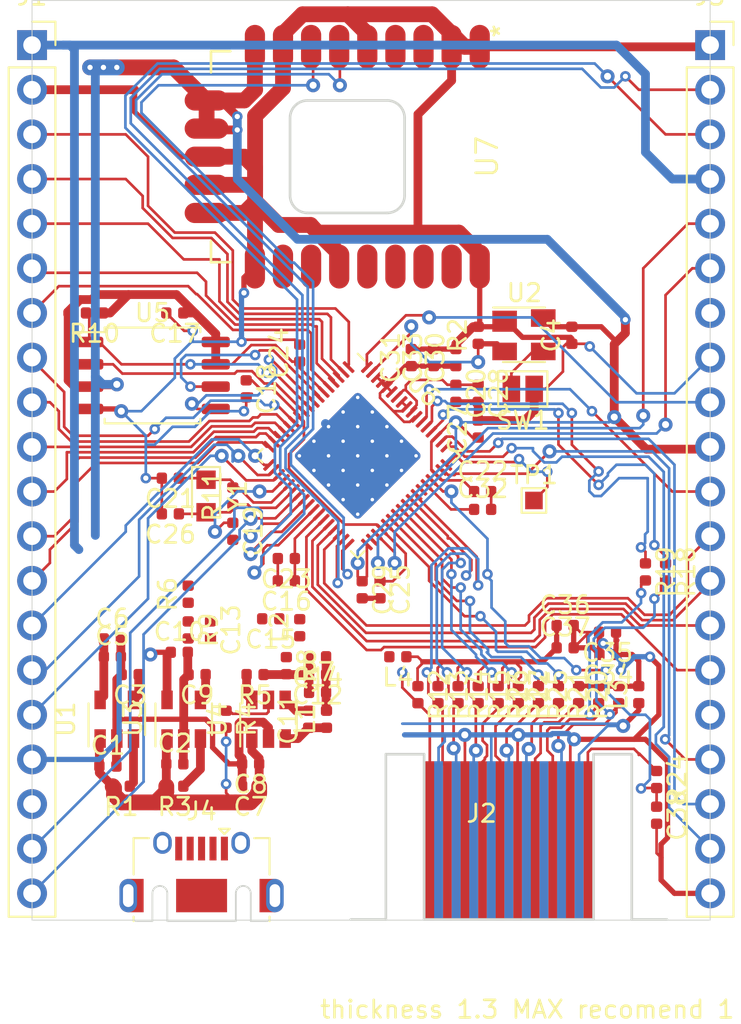
<source format=kicad_pcb>
(kicad_pcb (version 20171130) (host pcbnew 5.1.7-a382d34a8~88~ubuntu16.04.1)
  (layers (0 F.Cu signal) (31 B.Cu signal) (34 B.Paste user) (35 F.Paste user) (36 B.SilkS user) (37 F.SilkS user hide) (38 B.Mask user) (39 F.Mask user) (44 Edge.Cuts user))
  (net 0 "")
  (net 1 GND)
  (net 2 +5V)
  (net 3 "Net-(C3-Pad1)")
  (net 4 +3V3)
  (net 5 +1V8)
  (net 6 "Net-(C9-Pad1)")
  (net 7 "Net-(C11-Pad2)")
  (net 8 "Net-(C11-Pad1)")
  (net 9 "Net-(C12-Pad2)")
  (net 10 +1V1)
  (net 11 +2V5)
  (net 12 +1V0)
  (net 13 /CPU/X27M_6605_IN)
  (net 14 /CPU/X27M_6605_OUT)
  (net 15 +5C)
  (net 16 "Net-(C36-Pad1)")
  (net 17 HDMI_PLG)
  (net 18 MR)
  (net 19 port15-SDA)
  (net 20 port14-SCL)
  (net 21 port13)
  (net 22 port12)
  (net 23 port11)
  (net 24 port10)
  (net 25 PORT9)
  (net 26 PORT8)
  (net 27 PORT7)
  (net 28 PORT6)
  (net 29 PORT5)
  (net 30 PORT4)
  (net 31 PORT3)
  (net 32 PORT2)
  (net 33 PORT1)
  (net 34 PORT0)
  (net 35 "Net-(J2-Pad16)")
  (net 36 "Net-(J2-Pad12)")
  (net 37 "Net-(J2-Pad10)")
  (net 38 TX1_N)
  (net 39 TX1_P)
  (net 40 "Net-(J2-Pad19)")
  (net 41 "Net-(J2-Pad15)")
  (net 42 "Net-(J2-Pad13)")
  (net 43 TX0_N)
  (net 44 TX0_P)
  (net 45 TX2_N)
  (net 46 TX2_P)
  (net 47 AOL)
  (net 48 AOR)
  (net 49 VOUT1)
  (net 50 IR)
  (net 51 ADCINNQ)
  (net 52 ADCINPQ)
  (net 53 ADCINPI)
  (net 54 ADCINNI)
  (net 55 PORT20)
  (net 56 HOST1_DM)
  (net 57 HOST1_DP)
  (net 58 UART1-Tx)
  (net 59 UART1-Rx)
  (net 60 "Net-(R1-Pad1)")
  (net 61 NRST_GX_CPU)
  (net 62 "Net-(R3-Pad1)")
  (net 63 "Net-(R4-Pad1)")
  (net 64 "Net-(R5-Pad2)")
  (net 65 /CPU/SPI_CSN)
  (net 66 HDMI_SDA)
  (net 67 HDMI_SCL)
  (net 68 TXC_N)
  (net 69 TXC_P)
  (net 70 /CPU/SPI_CLK)
  (net 71 /CPU/SPI_MOSI)
  (net 72 /CPU/SPI_MISO)
  (net 73 HOST0_DM)
  (net 74 HOST0_DP)
  (net 75 "Net-(U7-Pad21)")
  (net 76 "Net-(U7-Pad22)")
  (net 77 "Net-(U7-Pad17)")
  (net 78 "Net-(U7-Pad16)")
  (net 79 "Net-(U7-Pad19)")
  (net 80 "Net-(U7-Pad20)")
  (net 81 "Net-(U7-Pad4)")
  (net 82 "Net-(U7-Pad3)")
  (net 83 "Net-(TP1-Pad1)")
  (module TestPoint:TestPoint_Pad_1.0x1.0mm (layer F.Cu) (at 262.509 85.09)
    (fp_text reference TP1 (at 0 -1.448) (layer F.SilkS))
    (fp_text value TestPoint)
    (pad 1 smd rect (at 0 0) (size 1 1) (layers F.Cu F.Mask) (net 83 "Net-(TP1-Pad1)"))
  )
  (module Capacitor_SMD:C_0402_1005Metric (layer F.Cu) (at 244.094 92.456 270)
    (fp_text reference C13 (at 0 -1.17 90) (layer F.SilkS))
    (fp_text value 10uF)
    (pad 2 smd roundrect (at 0.485 0 270) (size 0.59 0.64) (layers F.Cu F.Paste F.Mask) (net 1 GND))
    (pad 1 smd roundrect (at -0.485 0 270) (size 0.59 0.64) (layers F.Cu F.Paste F.Mask) (net 11 +2V5))
  )
  (module Resistor_SMD:R_0402_1005Metric (layer F.Cu) (at 242.824 92.456 270)
    (fp_text reference R9 (at 0 -1.17 90) (layer F.SilkS))
    (fp_text value 1K)
    (pad 2 smd roundrect (at 0.485 0 270) (size 0.59 0.64) (layers F.Cu F.Paste F.Mask) (net 1 GND))
    (pad 1 smd roundrect (at -0.485 0 270) (size 0.59 0.64) (layers F.Cu F.Paste F.Mask) (net 11 +2V5))
  )
  (module Resistor_SMD:R_0402_1005Metric (layer F.Cu) (at 242.824 90.424 90)
    (fp_text reference R6 (at 0 -1.17 90) (layer F.SilkS))
    (fp_text value 33R)
    (pad 2 smd roundrect (at 0.485 0 90) (size 0.59 0.64) (layers F.Cu F.Paste F.Mask) (net 4 +3V3))
    (pad 1 smd roundrect (at -0.485 0 90) (size 0.59 0.64) (layers F.Cu F.Paste F.Mask) (net 11 +2V5))
  )
  (module C-SKY:HDMI-PCB (layer F.Cu) (at 256.58 106.426)
    (fp_text reference J2 (at 2.95 -3.525) (layer F.SilkS))
    (fp_text value HDMI_A)
    (fp_line (start -0.325 -6.9) (end -0.325 2.5) (layer Edge.Cuts) (width 0.15))
    (fp_line (start -0.325 2.5) (end 9.325 2.5) (layer Edge.Cuts) (width 0.15))
    (fp_line (start -0.325 -6.9) (end -2.5 -6.9) (layer Edge.Cuts) (width 0.15))
    (fp_line (start 11.5 -6.9) (end 9.325 -6.9) (layer Edge.Cuts) (width 0.15))
    (fp_line (start 9.325 -6.9) (end 9.325 2.5) (layer Edge.Cuts) (width 0.15))
    (fp_line (start -2.5 -6.9) (end -2.5 2.5) (layer Edge.Cuts) (width 0.15))
    (fp_line (start 11.5 -6.9) (end 11.5 2.5) (layer Edge.Cuts) (width 0.15))
    (fp_line (start -4.5 2.5) (end -2.5 2.5) (layer Edge.Cuts) (width 0.15))
    (fp_line (start 13.5 2.5) (end 11.5 2.5) (layer Edge.Cuts) (width 0.15))
    (fp_text user "thickness 1.3 MAX recomend 1" (at 5.548 7.62) (layer F.SilkS))
    (pad 18 smd rect (at 8.5 -2) (size 0.5 9) (layers B.Cu F.Paste F.Mask) (net 2 +5V))
    (pad 19 smd rect (at 9 -2) (size 0.5 9) (layers F.Cu F.Paste F.Mask) (net 40 "Net-(J2-Pad19)"))
    (pad 17 smd rect (at 8 -2) (size 0.5 9) (layers F.Cu F.Paste F.Mask) (net 1 GND))
    (pad 16 smd rect (at 7.5 -2) (size 0.5 9) (layers B.Cu F.Paste F.Mask) (net 35 "Net-(J2-Pad16)"))
    (pad 15 smd rect (at 7 -2) (size 0.5 9) (layers F.Cu F.Paste F.Mask) (net 41 "Net-(J2-Pad15)"))
    (pad 13 smd rect (at 6 -2) (size 0.5 9) (layers F.Cu F.Paste F.Mask) (net 42 "Net-(J2-Pad13)"))
    (pad 14 smd rect (at 6.5 -2) (size 0.5 9) (layers B.Cu F.Paste F.Mask))
    (pad 12 smd rect (at 5.5 -2) (size 0.5 9) (layers B.Cu F.Paste F.Mask) (net 36 "Net-(J2-Pad12)"))
    (pad 10 smd rect (at 4.5 -2) (size 0.5 9) (layers B.Cu F.Paste F.Mask) (net 37 "Net-(J2-Pad10)"))
    (pad 8 smd rect (at 3.5 -2) (size 0.5 9) (layers B.Cu F.Paste F.Mask) (net 1 GND))
    (pad 6 smd rect (at 2.5 -2) (size 0.5 9) (layers B.Cu F.Paste F.Mask) (net 38 TX1_N))
    (pad 4 smd rect (at 1.5 -2) (size 0.5 9) (layers B.Cu F.Paste F.Mask) (net 39 TX1_P))
    (pad 2 smd rect (at 0.5 -2) (size 0.5 9) (layers B.Cu F.Paste F.Mask) (net 1 GND))
    (pad 11 smd rect (at 5 -2) (size 0.5 9) (layers F.Cu F.Paste F.Mask) (net 1 GND))
    (pad 9 smd rect (at 4 -2) (size 0.5 9) (layers F.Cu F.Paste F.Mask) (net 43 TX0_N))
    (pad 7 smd rect (at 3 -2) (size 0.5 9) (layers F.Cu F.Paste F.Mask) (net 44 TX0_P))
    (pad 5 smd rect (at 2 -2) (size 0.5 9) (layers F.Cu F.Paste F.Mask) (net 1 GND))
    (pad 3 smd rect (at 1 -2) (size 0.5 9) (layers F.Cu F.Paste F.Mask) (net 45 TX2_N))
    (pad 1 smd rect (at 0 -2) (size 0.5 9) (layers F.Cu F.Paste F.Mask) (net 46 TX2_P))
  )
  (module Connector_USB:USB_Micro-AB_Molex_47590-0001 (layer F.Cu) (at 243.586 107.569)
    (fp_text reference J4 (at 0 -4.8 -180) (layer F.SilkS))
    (fp_text value USB_B_Micro)
    (fp_line (start -3.75 1.45) (end -2.8 1.45) (layer Edge.Cuts) (width 0.1))
    (fp_line (start -2.8 -0.125) (end -2.8 1.45) (layer Edge.Cuts) (width 0.1))
    (fp_line (start -1.95 -0.125) (end -1.95 1.45) (layer Edge.Cuts) (width 0.1))
    (fp_line (start -1.95 1.45) (end 1.95 1.45) (layer Edge.Cuts) (width 0.1))
    (fp_line (start 1.95 -0.125) (end 1.95 1.45) (layer Edge.Cuts) (width 0.1))
    (fp_line (start 2.8 -0.125) (end 2.8 1.45) (layer Edge.Cuts) (width 0.1))
    (fp_line (start 2.8 1.45) (end 3.75 1.45) (layer Edge.Cuts) (width 0.1))
    (fp_arc (start -2.375 -0.125) (end -2.8 -0.125) (angle 180) (layer Edge.Cuts) (width 0.1))
    (fp_arc (start 2.375 -0.125) (end 1.95 -0.125) (angle 180) (layer Edge.Cuts) (width 0.1))
    (pad 6 smd rect (at -3.7375 0) (size 0.875 1.9) (layers F.Cu F.Mask) (net 1 GND))
    (pad 6 smd rect (at 3.7375 0) (size 0.875 1.9) (layers F.Cu F.Mask) (net 1 GND))
    (pad 6 smd rect (at 0 0) (size 2.9 1.9) (layers F.Cu F.Paste F.Mask) (net 1 GND))
    (pad 2 smd rect (at 0.65 -2.675) (size 0.4 1.35) (layers F.Cu F.Paste F.Mask))
    (pad 6 thru_hole oval (at 4.175 0) (size 1 1.9) (drill oval 0.6 1.3) (layers *.Cu *.Mask) (net 1 GND))
    (pad 6 thru_hole oval (at -4.175 0) (size 1 1.9) (drill oval 0.6 1.3) (layers *.Cu *.Mask) (net 1 GND))
    (pad 6 thru_hole oval (at 2.225 -3) (size 1.05 1.25) (drill oval 0.65 0.85) (layers *.Cu *.Mask) (net 1 GND))
    (pad 1 smd rect (at 1.3 -2.675) (size 0.4 1.35) (layers F.Cu F.Paste F.Mask) (net 2 +5V))
    (pad 3 smd rect (at 0 -2.675) (size 0.4 1.35) (layers F.Cu F.Paste F.Mask))
    (pad 4 smd rect (at -0.65 -2.675) (size 0.4 1.35) (layers F.Cu F.Paste F.Mask))
    (pad 5 smd rect (at -1.3 -2.675) (size 0.4 1.35) (layers F.Cu F.Paste F.Mask) (net 1 GND))
    (pad 6 thru_hole oval (at -2.225 -3) (size 1.05 1.25) (drill oval 0.65 0.85) (layers *.Cu *.Mask) (net 1 GND))
  )
  (module Package_TO_SOT_SMD:SOT-143 (layer F.Cu) (at 261.94 75.662)
    (fp_text reference U2 (at 0.02 -2.38) (layer F.SilkS))
    (fp_text value IMP811REUS-T)
    (pad 4 smd rect (at 1.1 -0.95 270) (size 1 1.4) (layers F.Cu F.Paste F.Mask) (net 4 +3V3))
    (pad 3 smd rect (at 1.1 0.95 270) (size 1 1.4) (layers F.Cu F.Paste F.Mask) (net 18 MR))
    (pad 2 smd rect (at -1.1 0.95 270) (size 1 1.4) (layers F.Cu F.Paste F.Mask) (net 61 NRST_GX_CPU))
    (pad 1 smd rect (at -1.1 -0.77 270) (size 1.2 1.4) (layers F.Cu F.Paste F.Mask) (net 1 GND))
  )
  (module Package_TO_SOT_SMD:SOT-23-6 (layer F.Cu) (at 247.396 97.536 90)
    (fp_text reference U4 (at 0 -2.9 90) (layer F.SilkS))
    (fp_text value MP1469GJ)
    (pad 5 smd rect (at 1.1 0 90) (size 1.06 0.65) (layers F.Cu F.Paste F.Mask) (net 63 "Net-(R4-Pad1)"))
    (pad 6 smd rect (at 1.1 -0.95 90) (size 1.06 0.65) (layers F.Cu F.Paste F.Mask) (net 64 "Net-(R5-Pad2)"))
    (pad 4 smd rect (at 1.1 0.95 90) (size 1.06 0.65) (layers F.Cu F.Paste F.Mask) (net 7 "Net-(C11-Pad2)"))
    (pad 3 smd rect (at -1.1 0.95 90) (size 1.06 0.65) (layers F.Cu F.Paste F.Mask) (net 8 "Net-(C11-Pad1)"))
    (pad 2 smd rect (at -1.1 0 90) (size 1.06 0.65) (layers F.Cu F.Paste F.Mask) (net 1 GND))
    (pad 1 smd rect (at -1.1 -0.95 90) (size 1.06 0.65) (layers F.Cu F.Paste F.Mask) (net 2 +5V))
  )
  (module Package_SO:SOIC-8_5.23x5.23mm_P1.27mm (layer F.Cu) (at 240.792 77.978)
    (fp_text reference U5 (at 0 -3.56) (layer F.SilkS))
    (fp_text value W25Q32JVSS)
    (pad 8 smd roundrect (at 3.6 -1.905) (size 1.6 0.6) (layers F.Cu F.Paste F.Mask) (net 4 +3V3))
    (pad 7 smd roundrect (at 3.6 -0.635) (size 1.6 0.6) (layers F.Cu F.Paste F.Mask) (net 4 +3V3))
    (pad 6 smd roundrect (at 3.6 0.635) (size 1.6 0.6) (layers F.Cu F.Paste F.Mask) (net 70 /CPU/SPI_CLK))
    (pad 5 smd roundrect (at 3.6 1.905) (size 1.6 0.6) (layers F.Cu F.Paste F.Mask) (net 71 /CPU/SPI_MOSI))
    (pad 4 smd roundrect (at -3.6 1.905) (size 1.6 0.6) (layers F.Cu F.Paste F.Mask) (net 1 GND))
    (pad 3 smd roundrect (at -3.6 0.635) (size 1.6 0.6) (layers F.Cu F.Paste F.Mask) (net 4 +3V3))
    (pad 2 smd roundrect (at -3.6 -0.635) (size 1.6 0.6) (layers F.Cu F.Paste F.Mask) (net 72 /CPU/SPI_MISO))
    (pad 1 smd roundrect (at -3.6 -1.905) (size 1.6 0.6) (layers F.Cu F.Paste F.Mask) (net 65 /CPU/SPI_CSN))
  )
  (module Veo:BLUE-BEAN-A (layer F.Cu) (at 252.222 65.532 270)
    (fp_text reference U7 (at 0 -7.62 90) (layer F.SilkS) (effects (font (size 1.2 1.2))))
    (fp_text value BLUE-BEAN)
    (fp_line (start 2.2 -2.925) (end -2.2 -2.925) (layer Edge.Cuts) (width 0.15))
    (fp_line (start -3.2 -1.925) (end -3.2 2.6) (layer Edge.Cuts) (width 0.15))
    (fp_line (start -2.2 3.6) (end 2.2 3.6) (layer Edge.Cuts) (width 0.15))
    (fp_line (start 3.2 2.6) (end 3.2 -1.925) (layer Edge.Cuts) (width 0.15))
    (fp_arc (start -2.2 -1.925) (end -3.2 -1.925) (angle 90) (layer Edge.Cuts) (width 0.15))
    (fp_arc (start 2.2 -1.925) (end 2.2 -2.925) (angle 90) (layer Edge.Cuts) (width 0.15))
    (fp_arc (start -2.2 2.6) (end -2.2 3.6) (angle 90) (layer Edge.Cuts) (width 0.15))
    (fp_arc (start 2.2 2.6) (end 3.2 2.6) (angle 90) (layer Edge.Cuts) (width 0.15))
    (fp_text user * (at -7.15 -8.4 90) (layer F.SilkS))
    (pad 16 smd oval (at 6.25 4 90) (size 2.5 1.15) (layers F.Cu F.Paste F.Mask) (net 78 "Net-(U7-Pad16)"))
    (pad 18 smd oval (at 6.25 0.8 180) (size 1.15 2.5) (layers F.Cu F.Paste F.Mask) (net 1 GND))
    (pad 15 smd oval (at 6.25 5.6 90) (size 2.5 1.15) (layers F.Cu F.Paste F.Mask) (net 1 GND))
    (pad 17 smd oval (at 6.25 2.4 180) (size 1.15 2.5) (layers F.Cu F.Paste F.Mask) (net 77 "Net-(U7-Pad17)"))
    (pad 23 smd oval (at 6.25 -7.2 180) (size 1.15 2.5) (layers F.Cu F.Paste F.Mask) (net 1 GND))
    (pad 19 smd oval (at 6.25 -0.8 180) (size 1.15 2.5) (layers F.Cu F.Paste F.Mask) (net 79 "Net-(U7-Pad19)"))
    (pad 22 smd oval (at 6.25 -5.6 180) (size 1.15 2.5) (layers F.Cu F.Paste F.Mask) (net 76 "Net-(U7-Pad22)"))
    (pad 21 smd oval (at 6.25 -4 180) (size 1.15 2.5) (layers F.Cu F.Paste F.Mask) (net 75 "Net-(U7-Pad21)"))
    (pad 20 smd oval (at 6.25 -2.4 180) (size 1.15 2.5) (layers F.Cu F.Paste F.Mask) (net 80 "Net-(U7-Pad20)"))
    (pad 1 smd oval (at -6.25 -7.2 270) (size 2.5 1.15) (layers F.Cu F.Paste F.Mask) (net 1 GND))
    (pad 9 smd oval (at -6.25 5.6) (size 1.15 2.5) (layers F.Cu F.Paste F.Mask) (net 4 +3V3))
    (pad 7 smd oval (at -6.25 2.4) (size 1.15 2.5) (layers F.Cu F.Paste F.Mask) (net 73 HOST0_DM))
    (pad 8 smd oval (at -6.25 4) (size 1.15 2.5) (layers F.Cu F.Paste F.Mask) (net 1 GND))
    (pad 14 smd oval (at 3.2 8.35 270) (size 1.15 2.5) (layers F.Cu F.Paste F.Mask) (net 1 GND))
    (pad 13 smd oval (at 1.6 8.35 270) (size 1.15 2.5) (layers F.Cu F.Paste F.Mask) (net 1 GND))
    (pad 12 smd oval (at 0 8.35 270) (size 1.15 2.5) (layers F.Cu F.Paste F.Mask) (net 1 GND))
    (pad 11 smd oval (at -1.6 8.35 270) (size 1.15 2.5) (layers F.Cu F.Paste F.Mask) (net 4 +3V3))
    (pad 10 smd oval (at -3.2 8.35 270) (size 1.15 2.5) (layers F.Cu F.Paste F.Mask) (net 4 +3V3))
    (pad 6 smd oval (at -6.25 0.8) (size 1.15 2.5) (layers F.Cu F.Paste F.Mask) (net 74 HOST0_DP))
    (pad 5 smd oval (at -6.25 -0.8) (size 1.15 2.5) (layers F.Cu F.Paste F.Mask) (net 1 GND))
    (pad 4 smd oval (at -6.25 -2.4) (size 1.15 2.5) (layers F.Cu F.Paste F.Mask) (net 81 "Net-(U7-Pad4)"))
    (pad 3 smd oval (at -6.25 -4) (size 1.15 2.5) (layers F.Cu F.Paste F.Mask) (net 82 "Net-(U7-Pad3)"))
    (pad 2 smd oval (at -6.25 -5.6 270) (size 2.5 1.15) (layers F.Cu F.Paste F.Mask) (net 1 GND))
  )
  (module Crystal:Crystal_SMD_2012-2Pin_2.0x1.2mm_HandSoldering (layer F.Cu) (at 243.84 84.836 270)
    (fp_text reference Y1 (at 0 -1.8 90) (layer F.SilkS))
    (fp_text value 27MHz)
    (pad 2 smd rect (at 0.925 0 270) (size 1.05 1.1) (layers F.Cu F.Paste F.Mask) (net 14 /CPU/X27M_6605_OUT))
    (pad 1 smd rect (at -0.925 0 270) (size 1.05 1.1) (layers F.Cu F.Paste F.Mask) (net 13 /CPU/X27M_6605_IN))
  )
  (module Package_TO_SOT_SMD:SOT-23-5 (layer F.Cu) (at 242.57 97.536 90)
    (fp_text reference U3 (at 0 -2.9 90) (layer F.SilkS))
    (fp_text value SP6205EM5-L-3-3_TR)
    (pad 5 smd rect (at 1.1 -0.95 90) (size 1.06 0.65) (layers F.Cu F.Paste F.Mask) (net 4 +3V3))
    (pad 4 smd rect (at 1.1 0.95 90) (size 1.06 0.65) (layers F.Cu F.Paste F.Mask) (net 6 "Net-(C9-Pad1)"))
    (pad 3 smd rect (at -1.1 0.95 90) (size 1.06 0.65) (layers F.Cu F.Paste F.Mask) (net 62 "Net-(R3-Pad1)"))
    (pad 2 smd rect (at -1.1 0 90) (size 1.06 0.65) (layers F.Cu F.Paste F.Mask) (net 1 GND))
    (pad 1 smd rect (at -1.1 -0.95 90) (size 1.06 0.65) (layers F.Cu F.Paste F.Mask) (net 2 +5V))
  )
  (module Jumper:SolderJumper-2_P1.3mm_Open_Pad1.0x1.5mm (layer F.Cu) (at 261.874 78.74 180)
    (fp_text reference SW1 (at 0 -1.8) (layer F.SilkS))
    (fp_text value SW_DPST_x2)
    (pad 1 smd rect (at -0.65 0 180) (size 1 1.5) (layers F.Cu F.Mask) (net 1 GND))
    (pad 2 smd rect (at 0.65 0 180) (size 1 1.5) (layers F.Cu F.Mask) (net 18 MR))
  )
  (module Package_DFN_QFN:QFN-68-1EP_8x8mm_P0.4mm_EP5.2x5.2mm_ThermalVias (layer F.Cu) (at 252.476 82.55 315)
    (fp_text reference U6 (at 0 -5.3 135) (layer F.SilkS))
    (fp_text value GX6605S)
    (pad 68 smd roundrect (at -3.2 -3.9375 315) (size 0.2 0.825) (layers F.Cu F.Paste F.Mask) (net 50 IR))
    (pad 67 smd roundrect (at -2.8 -3.9375 315) (size 0.2 0.825) (layers F.Cu F.Paste F.Mask) (net 61 NRST_GX_CPU))
    (pad 66 smd roundrect (at -2.4 -3.9375 315) (size 0.2 0.825) (layers F.Cu F.Paste F.Mask) (net 5 +1V8))
    (pad 65 smd roundrect (at -2 -3.9375 315) (size 0.2 0.825) (layers F.Cu F.Paste F.Mask) (net 5 +1V8))
    (pad 64 smd roundrect (at -1.6 -3.9375 315) (size 0.2 0.825) (layers F.Cu F.Paste F.Mask) (net 5 +1V8))
    (pad 63 smd roundrect (at -1.2 -3.9375 315) (size 0.2 0.825) (layers F.Cu F.Paste F.Mask) (net 5 +1V8))
    (pad 62 smd roundrect (at -0.8 -3.9375 315) (size 0.2 0.825) (layers F.Cu F.Paste F.Mask) (net 10 +1V1))
    (pad 61 smd roundrect (at -0.4 -3.9375 315) (size 0.2 0.825) (layers F.Cu F.Paste F.Mask) (net 5 +1V8))
    (pad 60 smd roundrect (at 0 -3.9375 315) (size 0.2 0.825) (layers F.Cu F.Paste F.Mask) (net 5 +1V8))
    (pad 59 smd roundrect (at 0.4 -3.9375 315) (size 0.2 0.825) (layers F.Cu F.Paste F.Mask) (net 10 +1V1))
    (pad 58 smd roundrect (at 0.8 -3.9375 315) (size 0.2 0.825) (layers F.Cu F.Paste F.Mask) (net 5 +1V8))
    (pad 57 smd roundrect (at 1.2 -3.9375 315) (size 0.2 0.825) (layers F.Cu F.Paste F.Mask) (net 55 PORT20))
    (pad 56 smd roundrect (at 1.6 -3.9375 315) (size 0.2 0.825) (layers F.Cu F.Paste F.Mask) (net 67 HDMI_SCL))
    (pad 55 smd roundrect (at 2 -3.9375 315) (size 0.2 0.825) (layers F.Cu F.Paste F.Mask) (net 66 HDMI_SDA))
    (pad 54 smd roundrect (at 2.4 -3.9375 315) (size 0.2 0.825) (layers F.Cu F.Paste F.Mask) (net 4 +3V3))
    (pad 53 smd roundrect (at 2.8 -3.9375 315) (size 0.2 0.825) (layers F.Cu F.Paste F.Mask) (net 48 AOR))
    (pad 52 smd roundrect (at 3.2 -3.9375 315) (size 0.2 0.825) (layers F.Cu F.Paste F.Mask) (net 47 AOL))
    (pad 51 smd roundrect (at 3.9375 -3.2 315) (size 0.825 0.2) (layers F.Cu F.Paste F.Mask) (net 83 "Net-(TP1-Pad1)"))
    (pad 50 smd roundrect (at 3.9375 -2.8 315) (size 0.825 0.2) (layers F.Cu F.Paste F.Mask) (net 49 VOUT1))
    (pad 49 smd roundrect (at 3.9375 -2.4 315) (size 0.825 0.2) (layers F.Cu F.Paste F.Mask) (net 4 +3V3))
    (pad 48 smd roundrect (at 3.9375 -2 315) (size 0.825 0.2) (layers F.Cu F.Paste F.Mask) (net 17 HDMI_PLG))
    (pad 47 smd roundrect (at 3.9375 -1.6 315) (size 0.825 0.2) (layers F.Cu F.Paste F.Mask) (net 11 +2V5))
    (pad 46 smd roundrect (at 3.9375 -1.2 315) (size 0.825 0.2) (layers F.Cu F.Paste F.Mask) (net 46 TX2_P))
    (pad 45 smd roundrect (at 3.9375 -0.8 315) (size 0.825 0.2) (layers F.Cu F.Paste F.Mask) (net 45 TX2_N))
    (pad 44 smd roundrect (at 3.9375 -0.4 315) (size 0.825 0.2) (layers F.Cu F.Paste F.Mask) (net 39 TX1_P))
    (pad 43 smd roundrect (at 3.9375 0 315) (size 0.825 0.2) (layers F.Cu F.Paste F.Mask) (net 38 TX1_N))
    (pad 42 smd roundrect (at 3.9375 0.4 315) (size 0.825 0.2) (layers F.Cu F.Paste F.Mask) (net 44 TX0_P))
    (pad 41 smd roundrect (at 3.9375 0.8 315) (size 0.825 0.2) (layers F.Cu F.Paste F.Mask) (net 43 TX0_N))
    (pad 40 smd roundrect (at 3.9375 1.2 315) (size 0.825 0.2) (layers F.Cu F.Paste F.Mask) (net 69 TXC_P))
    (pad 39 smd roundrect (at 3.9375 1.6 315) (size 0.825 0.2) (layers F.Cu F.Paste F.Mask) (net 68 TXC_N))
    (pad 38 smd roundrect (at 3.9375 2 315) (size 0.825 0.2) (layers F.Cu F.Paste F.Mask) (net 10 +1V1))
    (pad 37 smd roundrect (at 3.9375 2.4 315) (size 0.825 0.2) (layers F.Cu F.Paste F.Mask) (net 56 HOST1_DM))
    (pad 36 smd roundrect (at 3.9375 2.8 315) (size 0.825 0.2) (layers F.Cu F.Paste F.Mask) (net 57 HOST1_DP))
    (pad 35 smd roundrect (at 3.9375 3.2 315) (size 0.825 0.2) (layers F.Cu F.Paste F.Mask) (net 4 +3V3))
    (pad 34 smd roundrect (at 3.2 3.9375 315) (size 0.2 0.825) (layers F.Cu F.Paste F.Mask) (net 73 HOST0_DM))
    (pad 33 smd roundrect (at 2.8 3.9375 315) (size 0.2 0.825) (layers F.Cu F.Paste F.Mask) (net 74 HOST0_DP))
    (pad 32 smd roundrect (at 2.4 3.9375 315) (size 0.2 0.825) (layers F.Cu F.Paste F.Mask) (net 54 ADCINNI))
    (pad 31 smd roundrect (at 2 3.9375 315) (size 0.2 0.825) (layers F.Cu F.Paste F.Mask) (net 53 ADCINPI))
    (pad 30 smd roundrect (at 1.6 3.9375 315) (size 0.2 0.825) (layers F.Cu F.Paste F.Mask) (net 52 ADCINPQ))
    (pad 29 smd roundrect (at 1.2 3.9375 315) (size 0.2 0.825) (layers F.Cu F.Paste F.Mask) (net 51 ADCINNQ))
    (pad 28 smd roundrect (at 0.8 3.9375 315) (size 0.2 0.825) (layers F.Cu F.Paste F.Mask) (net 10 +1V1))
    (pad 27 smd roundrect (at 0.4 3.9375 315) (size 0.2 0.825) (layers F.Cu F.Paste F.Mask) (net 59 UART1-Rx))
    (pad 26 smd roundrect (at 0 3.9375 315) (size 0.2 0.825) (layers F.Cu F.Paste F.Mask) (net 58 UART1-Tx))
    (pad 25 smd roundrect (at -0.4 3.9375 315) (size 0.2 0.825) (layers F.Cu F.Paste F.Mask) (net 20 port14-SCL))
    (pad 24 smd roundrect (at -0.8 3.9375 315) (size 0.2 0.825) (layers F.Cu F.Paste F.Mask) (net 19 port15-SDA))
    (pad 23 smd roundrect (at -1.2 3.9375 315) (size 0.2 0.825) (layers F.Cu F.Paste F.Mask) (net 14 /CPU/X27M_6605_OUT))
    (pad 22 smd roundrect (at -1.6 3.9375 315) (size 0.2 0.825) (layers F.Cu F.Paste F.Mask) (net 13 /CPU/X27M_6605_IN))
    (pad 21 smd roundrect (at -2 3.9375 315) (size 0.2 0.825) (layers F.Cu F.Paste F.Mask) (net 4 +3V3))
    (pad 20 smd roundrect (at -2.4 3.9375 315) (size 0.2 0.825) (layers F.Cu F.Paste F.Mask) (net 21 port13))
    (pad 19 smd roundrect (at -2.8 3.9375 315) (size 0.2 0.825) (layers F.Cu F.Paste F.Mask) (net 22 port12))
    (pad 18 smd roundrect (at -3.2 3.9375 315) (size 0.2 0.825) (layers F.Cu F.Paste F.Mask) (net 23 port11))
    (pad 17 smd roundrect (at -3.9375 3.2 315) (size 0.825 0.2) (layers F.Cu F.Paste F.Mask) (net 24 port10))
    (pad 16 smd roundrect (at -3.9375 2.8 315) (size 0.825 0.2) (layers F.Cu F.Paste F.Mask) (net 25 PORT9))
    (pad 15 smd roundrect (at -3.9375 2.4 315) (size 0.825 0.2) (layers F.Cu F.Paste F.Mask) (net 26 PORT8))
    (pad 14 smd roundrect (at -3.9375 2 315) (size 0.825 0.2) (layers F.Cu F.Paste F.Mask) (net 27 PORT7))
    (pad 13 smd roundrect (at -3.9375 1.6 315) (size 0.825 0.2) (layers F.Cu F.Paste F.Mask) (net 28 PORT6))
    (pad 12 smd roundrect (at -3.9375 1.2 315) (size 0.825 0.2) (layers F.Cu F.Paste F.Mask) (net 29 PORT5))
    (pad 11 smd roundrect (at -3.9375 0.8 315) (size 0.825 0.2) (layers F.Cu F.Paste F.Mask) (net 10 +1V1))
    (pad 10 smd roundrect (at -3.9375 0.4 315) (size 0.825 0.2) (layers F.Cu F.Paste F.Mask) (net 72 /CPU/SPI_MISO))
    (pad 9 smd roundrect (at -3.9375 0 315) (size 0.825 0.2) (layers F.Cu F.Paste F.Mask) (net 65 /CPU/SPI_CSN))
    (pad 8 smd roundrect (at -3.9375 -0.4 315) (size 0.825 0.2) (layers F.Cu F.Paste F.Mask) (net 71 /CPU/SPI_MOSI))
    (pad 7 smd roundrect (at -3.9375 -0.8 315) (size 0.825 0.2) (layers F.Cu F.Paste F.Mask) (net 70 /CPU/SPI_CLK))
    (pad 6 smd roundrect (at -3.9375 -1.2 315) (size 0.825 0.2) (layers F.Cu F.Paste F.Mask) (net 4 +3V3))
    (pad 5 smd roundrect (at -3.9375 -1.6 315) (size 0.825 0.2) (layers F.Cu F.Paste F.Mask) (net 30 PORT4))
    (pad 4 smd roundrect (at -3.9375 -2 315) (size 0.825 0.2) (layers F.Cu F.Paste F.Mask) (net 31 PORT3))
    (pad 3 smd roundrect (at -3.9375 -2.4 315) (size 0.825 0.2) (layers F.Cu F.Paste F.Mask) (net 32 PORT2))
    (pad 2 smd roundrect (at -3.9375 -2.8 315) (size 0.825 0.2) (layers F.Cu F.Paste F.Mask) (net 33 PORT1))
    (pad 1 smd roundrect (at -3.9375 -3.2 315) (size 0.825 0.2) (layers F.Cu F.Paste F.Mask) (net 34 PORT0))
    (pad 69 smd roundrect (at 0 0 315) (size 5.2 5.2) (layers B.Cu) (roundrect_rratio 0.048077) (net 1 GND))
    (pad 69 thru_hole circle (at 2.35 2.35 315) (size 0.5 0.5) (drill 0.2) (layers *.Cu) (net 1 GND))
    (pad 69 thru_hole circle (at 1.175 2.35 315) (size 0.5 0.5) (drill 0.2) (layers *.Cu) (net 1 GND))
    (pad 69 thru_hole circle (at 0 2.35 315) (size 0.5 0.5) (drill 0.2) (layers *.Cu) (net 1 GND))
    (pad 69 thru_hole circle (at -1.175 2.35 315) (size 0.5 0.5) (drill 0.2) (layers *.Cu) (net 1 GND))
    (pad 69 thru_hole circle (at -2.35 2.35 315) (size 0.5 0.5) (drill 0.2) (layers *.Cu) (net 1 GND))
    (pad 69 thru_hole circle (at 2.35 1.175 315) (size 0.5 0.5) (drill 0.2) (layers *.Cu) (net 1 GND))
    (pad 69 thru_hole circle (at 1.175 1.175 315) (size 0.5 0.5) (drill 0.2) (layers *.Cu) (net 1 GND))
    (pad 69 thru_hole circle (at 0 1.175 315) (size 0.5 0.5) (drill 0.2) (layers *.Cu) (net 1 GND))
    (pad 69 thru_hole circle (at -1.175 1.175 315) (size 0.5 0.5) (drill 0.2) (layers *.Cu) (net 1 GND))
    (pad 69 thru_hole circle (at -2.35 1.175 315) (size 0.5 0.5) (drill 0.2) (layers *.Cu) (net 1 GND))
    (pad 69 thru_hole circle (at 2.35 0 315) (size 0.5 0.5) (drill 0.2) (layers *.Cu) (net 1 GND))
    (pad 69 thru_hole circle (at 1.175 0 315) (size 0.5 0.5) (drill 0.2) (layers *.Cu) (net 1 GND))
    (pad 69 thru_hole circle (at 0 0 315) (size 0.5 0.5) (drill 0.2) (layers *.Cu) (net 1 GND))
    (pad 69 thru_hole circle (at -1.175 0 315) (size 0.5 0.5) (drill 0.2) (layers *.Cu) (net 1 GND))
    (pad 69 thru_hole circle (at -2.35 0 315) (size 0.5 0.5) (drill 0.2) (layers *.Cu) (net 1 GND))
    (pad 69 thru_hole circle (at 2.35 -1.175 315) (size 0.5 0.5) (drill 0.2) (layers *.Cu) (net 1 GND))
    (pad 69 thru_hole circle (at 1.175 -1.175 315) (size 0.5 0.5) (drill 0.2) (layers *.Cu) (net 1 GND))
    (pad 69 thru_hole circle (at 0 -1.175 315) (size 0.5 0.5) (drill 0.2) (layers *.Cu) (net 1 GND))
    (pad 69 thru_hole circle (at -1.175 -1.175 315) (size 0.5 0.5) (drill 0.2) (layers *.Cu) (net 1 GND))
    (pad 69 thru_hole circle (at -2.35 -1.175 315) (size 0.5 0.5) (drill 0.2) (layers *.Cu) (net 1 GND))
    (pad 69 thru_hole circle (at 2.35 -2.35 315) (size 0.5 0.5) (drill 0.2) (layers *.Cu) (net 1 GND))
    (pad 69 thru_hole circle (at 1.175 -2.35 315) (size 0.5 0.5) (drill 0.2) (layers *.Cu) (net 1 GND))
    (pad 69 thru_hole circle (at 0 -2.35 315) (size 0.5 0.5) (drill 0.2) (layers *.Cu) (net 1 GND))
    (pad 69 thru_hole circle (at -1.175 -2.35 315) (size 0.5 0.5) (drill 0.2) (layers *.Cu) (net 1 GND))
    (pad 69 thru_hole circle (at -2.35 -2.35 315) (size 0.5 0.5) (drill 0.2) (layers *.Cu) (net 1 GND))
    (pad 69 smd roundrect (at 0 0 315) (size 5.2 5.2) (layers F.Cu F.Mask) (roundrect_rratio 0.048077) (net 1 GND))
  )
  (module Package_TO_SOT_SMD:SOT-23-5 (layer F.Cu) (at 238.76 97.536 90)
    (fp_text reference U1 (at 0 -2.9 90) (layer F.SilkS))
    (fp_text value SPX3819-1.8)
    (pad 5 smd rect (at 1.1 -0.95 90) (size 1.06 0.65) (layers F.Cu F.Paste F.Mask) (net 5 +1V8))
    (pad 4 smd rect (at 1.1 0.95 90) (size 1.06 0.65) (layers F.Cu F.Paste F.Mask) (net 3 "Net-(C3-Pad1)"))
    (pad 3 smd rect (at -1.1 0.95 90) (size 1.06 0.65) (layers F.Cu F.Paste F.Mask) (net 60 "Net-(R1-Pad1)"))
    (pad 2 smd rect (at -1.1 0 90) (size 1.06 0.65) (layers F.Cu F.Paste F.Mask) (net 1 GND))
    (pad 1 smd rect (at -1.1 -0.95 90) (size 1.06 0.65) (layers F.Cu F.Paste F.Mask) (net 2 +5V))
  )
  (module Resistor_SMD:R_0402_1005Metric (layer F.Cu) (at 265.049 96.139 90)
    (fp_text reference R25 (at 0 -1.17 90) (layer F.SilkS))
    (fp_text value 10k)
    (pad 2 smd roundrect (at 0.485 0 90) (size 0.59 0.64) (layers F.Cu F.Paste F.Mask) (net 15 +5C))
    (pad 1 smd roundrect (at -0.485 0 90) (size 0.59 0.64) (layers F.Cu F.Paste F.Mask) (net 42 "Net-(J2-Pad13)"))
  )
  (module Resistor_SMD:R_0402_1005Metric (layer F.Cu) (at 269.494 100.965 270)
    (fp_text reference R24 (at 0 -1.17 90) (layer F.SilkS))
    (fp_text value 10k)
    (pad 2 smd roundrect (at 0.485 0 270) (size 0.59 0.64) (layers F.Cu F.Paste F.Mask) (net 17 HDMI_PLG))
    (pad 1 smd roundrect (at -0.485 0 270) (size 0.59 0.64) (layers F.Cu F.Paste F.Mask) (net 40 "Net-(J2-Pad19)"))
  )
  (module Resistor_SMD:R_0402_1005Metric (layer F.Cu) (at 262.763 96.139 90)
    (fp_text reference R23 (at 0 -1.17 90) (layer F.SilkS))
    (fp_text value 33R)
    (pad 2 smd roundrect (at 0.485 0 90) (size 0.59 0.64) (layers F.Cu F.Paste F.Mask) (net 69 TXC_P))
    (pad 1 smd roundrect (at -0.485 0 90) (size 0.59 0.64) (layers F.Cu F.Paste F.Mask) (net 37 "Net-(J2-Pad10)"))
  )
  (module Resistor_SMD:R_0402_1005Metric (layer F.Cu) (at 263.906 96.139 90)
    (fp_text reference R22 (at 0 -1.17 90) (layer F.SilkS))
    (fp_text value 33R)
    (pad 2 smd roundrect (at 0.485 0 90) (size 0.59 0.64) (layers F.Cu F.Paste F.Mask) (net 68 TXC_N))
    (pad 1 smd roundrect (at -0.485 0 90) (size 0.59 0.64) (layers F.Cu F.Paste F.Mask) (net 36 "Net-(J2-Pad12)"))
  )
  (module Resistor_SMD:R_0402_1005Metric (layer F.Cu) (at 266.192 96.139 90)
    (fp_text reference R21 (at 0 -1.17 90) (layer F.SilkS))
    (fp_text value 4.7k)
    (pad 2 smd roundrect (at 0.485 0 90) (size 0.59 0.64) (layers F.Cu F.Paste F.Mask) (net 15 +5C))
    (pad 1 smd roundrect (at -0.485 0 90) (size 0.59 0.64) (layers F.Cu F.Paste F.Mask) (net 41 "Net-(J2-Pad15)"))
  )
  (module Resistor_SMD:R_0402_1005Metric (layer F.Cu) (at 267.335 96.139 90)
    (fp_text reference R20 (at 0 -1.17 90) (layer F.SilkS))
    (fp_text value 4.7k)
    (pad 2 smd roundrect (at 0.485 0 90) (size 0.59 0.64) (layers F.Cu F.Paste F.Mask) (net 15 +5C))
    (pad 1 smd roundrect (at -0.485 0 90) (size 0.59 0.64) (layers F.Cu F.Paste F.Mask) (net 35 "Net-(J2-Pad16)"))
  )
  (module Resistor_SMD:R_0402_1005Metric (layer F.Cu) (at 268.859 89.154 270)
    (fp_text reference R19 (at 0 -1.17 90) (layer F.SilkS))
    (fp_text value 33R)
    (pad 2 smd roundrect (at 0.485 0 270) (size 0.59 0.64) (layers F.Cu F.Paste F.Mask) (net 41 "Net-(J2-Pad15)"))
    (pad 1 smd roundrect (at -0.485 0 270) (size 0.59 0.64) (layers F.Cu F.Paste F.Mask) (net 67 HDMI_SCL))
  )
  (module Resistor_SMD:R_0402_1005Metric (layer F.Cu) (at 270.002 89.154 270)
    (fp_text reference R18 (at 0 -1.17 90) (layer F.SilkS))
    (fp_text value 33R)
    (pad 2 smd roundrect (at 0.485 0 270) (size 0.59 0.64) (layers F.Cu F.Paste F.Mask) (net 35 "Net-(J2-Pad16)"))
    (pad 1 smd roundrect (at -0.485 0 270) (size 0.59 0.64) (layers F.Cu F.Paste F.Mask) (net 66 HDMI_SDA))
  )
  (module Resistor_SMD:R_0402_1005Metric (layer F.Cu) (at 261.62 96.139 270)
    (fp_text reference R17 (at 0 -1.17 90) (layer F.SilkS))
    (fp_text value 100R)
    (pad 2 smd roundrect (at 0.485 0 270) (size 0.59 0.64) (layers F.Cu F.Paste F.Mask) (net 43 TX0_N))
    (pad 1 smd roundrect (at -0.485 0 270) (size 0.59 0.64) (layers F.Cu F.Paste F.Mask) (net 16 "Net-(C36-Pad1)"))
  )
  (module Resistor_SMD:R_0402_1005Metric (layer F.Cu) (at 260.477 96.139 270)
    (fp_text reference R16 (at 0 -1.17 90) (layer F.SilkS))
    (fp_text value 100R)
    (pad 2 smd roundrect (at 0.485 0 270) (size 0.59 0.64) (layers F.Cu F.Paste F.Mask) (net 44 TX0_P))
    (pad 1 smd roundrect (at -0.485 0 270) (size 0.59 0.64) (layers F.Cu F.Paste F.Mask) (net 16 "Net-(C36-Pad1)"))
  )
  (module Resistor_SMD:R_0402_1005Metric (layer F.Cu) (at 259.334 96.139 270)
    (fp_text reference R15 (at 0 -1.17 90) (layer F.SilkS))
    (fp_text value 100r)
    (pad 2 smd roundrect (at 0.485 0 270) (size 0.59 0.64) (layers F.Cu F.Paste F.Mask) (net 38 TX1_N))
    (pad 1 smd roundrect (at -0.485 0 270) (size 0.59 0.64) (layers F.Cu F.Paste F.Mask) (net 16 "Net-(C36-Pad1)"))
  )
  (module Resistor_SMD:R_0402_1005Metric (layer F.Cu) (at 258.191 96.139 270)
    (fp_text reference R14 (at 0 -1.17 90) (layer F.SilkS))
    (fp_text value 100R)
    (pad 2 smd roundrect (at 0.485 0 270) (size 0.59 0.64) (layers F.Cu F.Paste F.Mask) (net 39 TX1_P))
    (pad 1 smd roundrect (at -0.485 0 270) (size 0.59 0.64) (layers F.Cu F.Paste F.Mask) (net 16 "Net-(C36-Pad1)"))
  )
  (module Resistor_SMD:R_0402_1005Metric (layer F.Cu) (at 257.048 96.139 270)
    (fp_text reference R13 (at 0 -1.17 90) (layer F.SilkS))
    (fp_text value 100R)
    (pad 2 smd roundrect (at 0.485 0 270) (size 0.59 0.64) (layers F.Cu F.Paste F.Mask) (net 45 TX2_N))
    (pad 1 smd roundrect (at -0.485 0 270) (size 0.59 0.64) (layers F.Cu F.Paste F.Mask) (net 16 "Net-(C36-Pad1)"))
  )
  (module Resistor_SMD:R_0402_1005Metric (layer F.Cu) (at 255.905 96.139 270)
    (fp_text reference R12 (at 0 -1.17 90) (layer F.SilkS))
    (fp_text value 100R)
    (pad 2 smd roundrect (at 0.485 0 270) (size 0.59 0.64) (layers F.Cu F.Paste F.Mask) (net 46 TX2_P))
    (pad 1 smd roundrect (at -0.485 0 270) (size 0.59 0.64) (layers F.Cu F.Paste F.Mask) (net 16 "Net-(C36-Pad1)"))
  )
  (module Resistor_SMD:R_0402_1005Metric (layer F.Cu) (at 245.364 84.836 90)
    (fp_text reference R11 (at 0 -1.17 90) (layer F.SilkS))
    (fp_text value 1M)
    (pad 2 smd roundrect (at 0.485 0 90) (size 0.59 0.64) (layers F.Cu F.Paste F.Mask) (net 13 /CPU/X27M_6605_IN))
    (pad 1 smd roundrect (at -0.485 0 90) (size 0.59 0.64) (layers F.Cu F.Paste F.Mask) (net 14 /CPU/X27M_6605_OUT))
  )
  (module Resistor_SMD:R_0402_1005Metric (layer F.Cu) (at 237.49 74.422 180)
    (fp_text reference R10 (at 0 -1.17) (layer F.SilkS))
    (fp_text value 4.7K)
    (pad 2 smd roundrect (at 0.485 0 180) (size 0.59 0.64) (layers F.Cu F.Paste F.Mask) (net 65 /CPU/SPI_CSN))
    (pad 1 smd roundrect (at -0.485 0 180) (size 0.59 0.64) (layers F.Cu F.Paste F.Mask) (net 4 +3V3))
  )
  (module Resistor_SMD:R_0402_1005Metric (layer F.Cu) (at 248.412 94.488 270)
    (fp_text reference R8 (at 0 -1.17 90) (layer F.SilkS))
    (fp_text value 47K)
    (pad 2 smd roundrect (at 0.485 0 270) (size 0.59 0.64) (layers F.Cu F.Paste F.Mask) (net 9 "Net-(C12-Pad2)"))
    (pad 1 smd roundrect (at -0.485 0 270) (size 0.59 0.64) (layers F.Cu F.Paste F.Mask) (net 1 GND))
  )
  (module Resistor_SMD:R_0402_1005Metric (layer F.Cu) (at 250.19 96.012)
    (fp_text reference R7 (at 0 -1.17) (layer F.SilkS))
    (fp_text value 20K)
    (pad 2 smd roundrect (at 0.485 0) (size 0.59 0.64) (layers F.Cu F.Paste F.Mask) (net 10 +1V1))
    (pad 1 smd roundrect (at -0.485 0) (size 0.59 0.64) (layers F.Cu F.Paste F.Mask) (net 9 "Net-(C12-Pad2)"))
  )
  (module Resistor_SMD:R_0402_1005Metric (layer F.Cu) (at 246.634 94.996 180)
    (fp_text reference R5 (at 0 -1.17) (layer F.SilkS))
    (fp_text value 100K)
    (pad 2 smd roundrect (at 0.485 0 180) (size 0.59 0.64) (layers F.Cu F.Paste F.Mask) (net 64 "Net-(R5-Pad2)"))
    (pad 1 smd roundrect (at -0.485 0 180) (size 0.59 0.64) (layers F.Cu F.Paste F.Mask) (net 9 "Net-(C12-Pad2)"))
  )
  (module Resistor_SMD:R_0402_1005Metric (layer F.Cu) (at 244.983 97.536 270)
    (fp_text reference R4 (at 0 -1.17 90) (layer F.SilkS))
    (fp_text value 100K)
    (pad 2 smd roundrect (at 0.485 0 270) (size 0.59 0.64) (layers F.Cu F.Paste F.Mask) (net 2 +5V))
    (pad 1 smd roundrect (at -0.485 0 270) (size 0.59 0.64) (layers F.Cu F.Paste F.Mask) (net 63 "Net-(R4-Pad1)"))
  )
  (module Resistor_SMD:R_0402_1005Metric (layer F.Cu) (at 242.062 101.346 180)
    (fp_text reference R3 (at 0 -1.17) (layer F.SilkS))
    (fp_text value 100k)
    (pad 2 smd roundrect (at 0.485 0 180) (size 0.59 0.64) (layers F.Cu F.Paste F.Mask) (net 2 +5V))
    (pad 1 smd roundrect (at -0.485 0 180) (size 0.59 0.64) (layers F.Cu F.Paste F.Mask) (net 62 "Net-(R3-Pad1)"))
  )
  (module Resistor_SMD:R_0402_1005Metric (layer F.Cu) (at 259.334 75.692 90)
    (fp_text reference R2 (at 0 -1.17 90) (layer F.SilkS))
    (fp_text value 100K)
    (pad 2 smd roundrect (at 0.485 0 90) (size 0.59 0.64) (layers F.Cu F.Paste F.Mask) (net 1 GND))
    (pad 1 smd roundrect (at -0.485 0 90) (size 0.59 0.64) (layers F.Cu F.Paste F.Mask) (net 61 NRST_GX_CPU))
  )
  (module Resistor_SMD:R_0402_1005Metric (layer F.Cu) (at 239.014 101.346 180)
    (fp_text reference R1 (at 0 -1.17) (layer F.SilkS))
    (fp_text value 100K)
    (pad 2 smd roundrect (at 0.485 0 180) (size 0.59 0.64) (layers F.Cu F.Paste F.Mask) (net 2 +5V))
    (pad 1 smd roundrect (at -0.485 0 180) (size 0.59 0.64) (layers F.Cu F.Paste F.Mask) (net 60 "Net-(R1-Pad1)"))
  )
  (module Inductor_SMD:L_0402_1005Metric (layer F.Cu) (at 254.762 93.98 180)
    (fp_text reference L4 (at 0 -1.17) (layer F.SilkS))
    (fp_text value 100r)
    (pad 2 smd roundrect (at 0.485 0 180) (size 0.59 0.64) (layers F.Cu F.Paste F.Mask) (net 4 +3V3))
    (pad 1 smd roundrect (at -0.485 0 180) (size 0.59 0.64) (layers F.Cu F.Paste F.Mask) (net 16 "Net-(C36-Pad1)"))
  )
  (module Inductor_SMD:L_0402_1005Metric (layer F.Cu) (at 268.478 96.139 90)
    (fp_text reference L3 (at 0 -1.17 90) (layer F.SilkS))
    (fp_text value L)
    (pad 2 smd roundrect (at 0.485 0 90) (size 0.59 0.64) (layers F.Cu F.Paste F.Mask) (net 15 +5C))
    (pad 1 smd roundrect (at -0.485 0 90) (size 0.59 0.64) (layers F.Cu F.Paste F.Mask) (net 2 +5V))
  )
  (module Inductor_SMD:L_0402_1005Metric (layer F.Cu) (at 249.174 92.329 90)
    (fp_text reference L2 (at 0 -1.17 90) (layer F.SilkS))
    (fp_text value 100r)
    (pad 2 smd roundrect (at 0.485 0 90) (size 0.59 0.64) (layers F.Cu F.Paste F.Mask) (net 12 +1V0))
    (pad 1 smd roundrect (at -0.485 0 90) (size 0.59 0.64) (layers F.Cu F.Paste F.Mask) (net 10 +1V1))
  )
  (module Inductor_SMD:L_0402_1005Metric (layer F.Cu) (at 250.698 97.536 90)
    (fp_text reference L1 (at 0 -1.17 90) (layer F.SilkS))
    (fp_text value 3.3uH)
    (pad 2 smd roundrect (at 0.485 0 90) (size 0.59 0.64) (layers F.Cu F.Paste F.Mask) (net 10 +1V1))
    (pad 1 smd roundrect (at -0.485 0 90) (size 0.59 0.64) (layers F.Cu F.Paste F.Mask) (net 8 "Net-(C11-Pad1)"))
  )
  (module Connector_PinSocket_2.54mm:PinSocket_1x20_P2.54mm_Vertical (layer F.Cu) (at 272.542 59.182)
    (fp_text reference J3 (at 0 -2.77) (layer F.SilkS))
    (fp_text value Conn_01x20_Male)
    (pad 20 thru_hole oval (at 0 48.26) (size 1.7 1.7) (drill 1) (layers *.Cu *.Mask) (net 1 GND))
    (pad 19 thru_hole oval (at 0 45.72) (size 1.7 1.7) (drill 1) (layers *.Cu *.Mask) (net 47 AOL))
    (pad 18 thru_hole oval (at 0 43.18) (size 1.7 1.7) (drill 1) (layers *.Cu *.Mask) (net 48 AOR))
    (pad 17 thru_hole oval (at 0 40.64) (size 1.7 1.7) (drill 1) (layers *.Cu *.Mask) (net 49 VOUT1))
    (pad 16 thru_hole oval (at 0 38.1) (size 1.7 1.7) (drill 1) (layers *.Cu *.Mask))
    (pad 15 thru_hole oval (at 0 35.56) (size 1.7 1.7) (drill 1) (layers *.Cu *.Mask) (net 51 ADCINNQ))
    (pad 14 thru_hole oval (at 0 33.02) (size 1.7 1.7) (drill 1) (layers *.Cu *.Mask) (net 52 ADCINPQ))
    (pad 13 thru_hole oval (at 0 30.48) (size 1.7 1.7) (drill 1) (layers *.Cu *.Mask) (net 53 ADCINPI))
    (pad 12 thru_hole oval (at 0 27.94) (size 1.7 1.7) (drill 1) (layers *.Cu *.Mask) (net 54 ADCINNI))
    (pad 11 thru_hole oval (at 0 25.4) (size 1.7 1.7) (drill 1) (layers *.Cu *.Mask) (net 55 PORT20))
    (pad 10 thru_hole oval (at 0 22.86) (size 1.7 1.7) (drill 1) (layers *.Cu *.Mask) (net 4 +3V3))
    (pad 9 thru_hole oval (at 0 20.32) (size 1.7 1.7) (drill 1) (layers *.Cu *.Mask) (net 50 IR))
    (pad 8 thru_hole oval (at 0 17.78) (size 1.7 1.7) (drill 1) (layers *.Cu *.Mask) (net 1 GND))
    (pad 7 thru_hole oval (at 0 15.24) (size 1.7 1.7) (drill 1) (layers *.Cu *.Mask) (net 1 GND))
    (pad 6 thru_hole oval (at 0 12.7) (size 1.7 1.7) (drill 1) (layers *.Cu *.Mask) (net 56 HOST1_DM))
    (pad 5 thru_hole oval (at 0 10.16) (size 1.7 1.7) (drill 1) (layers *.Cu *.Mask) (net 57 HOST1_DP))
    (pad 4 thru_hole oval (at 0 7.62) (size 1.7 1.7) (drill 1) (layers *.Cu *.Mask) (net 2 +5V))
    (pad 3 thru_hole oval (at 0 5.08) (size 1.7 1.7) (drill 1) (layers *.Cu *.Mask) (net 58 UART1-Tx))
    (pad 2 thru_hole oval (at 0 2.54) (size 1.7 1.7) (drill 1) (layers *.Cu *.Mask) (net 59 UART1-Rx))
    (pad 1 thru_hole rect (at 0 0) (size 1.7 1.7) (drill 1) (layers *.Cu *.Mask) (net 1 GND))
  )
  (module Connector_PinSocket_2.54mm:PinSocket_1x20_P2.54mm_Vertical (layer F.Cu) (at 233.934 59.182)
    (fp_text reference J1 (at 0 -2.77) (layer F.SilkS))
    (fp_text value Conn_01x20_Male)
    (pad 20 thru_hole oval (at 0 48.26) (size 1.7 1.7) (drill 1) (layers *.Cu *.Mask) (net 19 port15-SDA))
    (pad 19 thru_hole oval (at 0 45.72) (size 1.7 1.7) (drill 1) (layers *.Cu *.Mask) (net 20 port14-SCL))
    (pad 18 thru_hole oval (at 0 43.18) (size 1.7 1.7) (drill 1) (layers *.Cu *.Mask) (net 1 GND))
    (pad 17 thru_hole oval (at 0 40.64) (size 1.7 1.7) (drill 1) (layers *.Cu *.Mask) (net 4 +3V3))
    (pad 16 thru_hole oval (at 0 38.1) (size 1.7 1.7) (drill 1) (layers *.Cu *.Mask) (net 21 port13))
    (pad 15 thru_hole oval (at 0 35.56) (size 1.7 1.7) (drill 1) (layers *.Cu *.Mask) (net 22 port12))
    (pad 14 thru_hole oval (at 0 33.02) (size 1.7 1.7) (drill 1) (layers *.Cu *.Mask) (net 23 port11))
    (pad 13 thru_hole oval (at 0 30.48) (size 1.7 1.7) (drill 1) (layers *.Cu *.Mask) (net 24 port10))
    (pad 12 thru_hole oval (at 0 27.94) (size 1.7 1.7) (drill 1) (layers *.Cu *.Mask) (net 25 PORT9))
    (pad 11 thru_hole oval (at 0 25.4) (size 1.7 1.7) (drill 1) (layers *.Cu *.Mask) (net 26 PORT8))
    (pad 10 thru_hole oval (at 0 22.86) (size 1.7 1.7) (drill 1) (layers *.Cu *.Mask) (net 27 PORT7))
    (pad 9 thru_hole oval (at 0 20.32) (size 1.7 1.7) (drill 1) (layers *.Cu *.Mask) (net 28 PORT6))
    (pad 8 thru_hole oval (at 0 17.78) (size 1.7 1.7) (drill 1) (layers *.Cu *.Mask) (net 29 PORT5))
    (pad 7 thru_hole oval (at 0 15.24) (size 1.7 1.7) (drill 1) (layers *.Cu *.Mask) (net 30 PORT4))
    (pad 6 thru_hole oval (at 0 12.7) (size 1.7 1.7) (drill 1) (layers *.Cu *.Mask) (net 31 PORT3))
    (pad 5 thru_hole oval (at 0 10.16) (size 1.7 1.7) (drill 1) (layers *.Cu *.Mask) (net 32 PORT2))
    (pad 4 thru_hole oval (at 0 7.62) (size 1.7 1.7) (drill 1) (layers *.Cu *.Mask) (net 33 PORT1))
    (pad 3 thru_hole oval (at 0 5.08) (size 1.7 1.7) (drill 1) (layers *.Cu *.Mask) (net 34 PORT0))
    (pad 2 thru_hole oval (at 0 2.54) (size 1.7 1.7) (drill 1) (layers *.Cu *.Mask) (net 1 GND))
    (pad 1 thru_hole rect (at 0 0) (size 1.7 1.7) (drill 1) (layers *.Cu *.Mask) (net 2 +5V))
  )
  (module Capacitor_SMD:C_0402_1005Metric (layer F.Cu) (at 269.494 102.997 270)
    (fp_text reference C38 (at 0 -1.17 90) (layer F.SilkS))
    (fp_text value 100nF)
    (pad 2 smd roundrect (at 0.485 0 270) (size 0.59 0.64) (layers F.Cu F.Paste F.Mask) (net 1 GND))
    (pad 1 smd roundrect (at -0.485 0 270) (size 0.59 0.64) (layers F.Cu F.Paste F.Mask) (net 17 HDMI_PLG))
  )
  (module Capacitor_SMD:C_0402_1005Metric (layer F.Cu) (at 264.287 93.472)
    (fp_text reference C37 (at 0 -1.17) (layer F.SilkS))
    (fp_text value 100nF)
    (pad 2 smd roundrect (at 0.485 0) (size 0.59 0.64) (layers F.Cu F.Paste F.Mask) (net 1 GND))
    (pad 1 smd roundrect (at -0.485 0) (size 0.59 0.64) (layers F.Cu F.Paste F.Mask) (net 16 "Net-(C36-Pad1)"))
  )
  (module Capacitor_SMD:C_0402_1005Metric (layer F.Cu) (at 264.287 92.202)
    (fp_text reference C36 (at 0 -1.17) (layer F.SilkS))
    (fp_text value 100nF)
    (pad 2 smd roundrect (at 0.485 0) (size 0.59 0.64) (layers F.Cu F.Paste F.Mask) (net 1 GND))
    (pad 1 smd roundrect (at -0.485 0) (size 0.59 0.64) (layers F.Cu F.Paste F.Mask) (net 16 "Net-(C36-Pad1)"))
  )
  (module Capacitor_SMD:C_0402_1005Metric (layer F.Cu) (at 266.7 92.583 180)
    (fp_text reference C35 (at 0 -1.17) (layer F.SilkS))
    (fp_text value 100nF)
    (pad 2 smd roundrect (at 0.485 0 180) (size 0.59 0.64) (layers F.Cu F.Paste F.Mask) (net 1 GND))
    (pad 1 smd roundrect (at -0.485 0 180) (size 0.59 0.64) (layers F.Cu F.Paste F.Mask) (net 15 +5C))
  )
  (module Capacitor_SMD:C_0402_1005Metric (layer F.Cu) (at 266.723 93.853 180)
    (fp_text reference C34 (at 0 -1.17) (layer F.SilkS))
    (fp_text value 10uF)
    (pad 2 smd roundrect (at 0.485 0 180) (size 0.59 0.64) (layers F.Cu F.Paste F.Mask) (net 1 GND))
    (pad 1 smd roundrect (at -0.485 0 180) (size 0.59 0.64) (layers F.Cu F.Paste F.Mask) (net 15 +5C))
  )
  (module Capacitor_SMD:C_0402_1005Metric (layer F.Cu) (at 256.794 76.962 90)
    (fp_text reference C33 (at 0 -1.17 90) (layer F.SilkS))
    (fp_text value 10uF)
    (pad 2 smd roundrect (at 0.485 0 90) (size 0.59 0.64) (layers F.Cu F.Paste F.Mask) (net 1 GND))
    (pad 1 smd roundrect (at -0.485 0 90) (size 0.59 0.64) (layers F.Cu F.Paste F.Mask) (net 5 +1V8))
  )
  (module Capacitor_SMD:C_0402_1005Metric (layer F.Cu) (at 259.588 85.598)
    (fp_text reference C32 (at 0 -1.17) (layer F.SilkS))
    (fp_text value 100nF)
    (pad 2 smd roundrect (at 0.485 0) (size 0.59 0.64) (layers F.Cu F.Paste F.Mask) (net 1 GND))
    (pad 1 smd roundrect (at -0.485 0) (size 0.59 0.64) (layers F.Cu F.Paste F.Mask) (net 11 +2V5))
  )
  (module Capacitor_SMD:C_0402_1005Metric (layer F.Cu) (at 255.524 76.962 90)
    (fp_text reference C31 (at 0 -1.17 90) (layer F.SilkS))
    (fp_text value 10uF)
    (pad 2 smd roundrect (at 0.485 0 90) (size 0.59 0.64) (layers F.Cu F.Paste F.Mask) (net 1 GND))
    (pad 1 smd roundrect (at -0.485 0 90) (size 0.59 0.64) (layers F.Cu F.Paste F.Mask) (net 5 +1V8))
  )
  (module Capacitor_SMD:C_0402_1005Metric (layer F.Cu) (at 258.064 76.962 90)
    (fp_text reference C30 (at 0 -1.17 90) (layer F.SilkS))
    (fp_text value 10uF)
    (pad 2 smd roundrect (at 0.485 0 90) (size 0.59 0.64) (layers F.Cu F.Paste F.Mask) (net 1 GND))
    (pad 1 smd roundrect (at -0.485 0 90) (size 0.59 0.64) (layers F.Cu F.Paste F.Mask) (net 5 +1V8))
  )
  (module Capacitor_SMD:C_0402_1005Metric (layer F.Cu) (at 252.73 90.17 270)
    (fp_text reference C29 (at 0 -1.17 90) (layer F.SilkS))
    (fp_text value 10uF)
    (pad 2 smd roundrect (at 0.485 0 270) (size 0.59 0.64) (layers F.Cu F.Paste F.Mask) (net 1 GND))
    (pad 1 smd roundrect (at -0.485 0 270) (size 0.59 0.64) (layers F.Cu F.Paste F.Mask) (net 4 +3V3))
  )
  (module Capacitor_SMD:C_0402_1005Metric (layer F.Cu) (at 259.334 78.994 270)
    (fp_text reference C28 (at 0 -1.17 90) (layer F.SilkS))
    (fp_text value 10uF)
    (pad 2 smd roundrect (at 0.485 0 270) (size 0.59 0.64) (layers F.Cu F.Paste F.Mask) (net 1 GND))
    (pad 1 smd roundrect (at -0.485 0 270) (size 0.59 0.64) (layers F.Cu F.Paste F.Mask) (net 10 +1V1))
  )
  (module Capacitor_SMD:C_0402_1005Metric (layer F.Cu) (at 259.334 81.026 90)
    (fp_text reference C27 (at 0 -1.17 90) (layer F.SilkS))
    (fp_text value 10uF)
    (pad 2 smd roundrect (at 0.485 0 90) (size 0.59 0.64) (layers F.Cu F.Paste F.Mask) (net 1 GND))
    (pad 1 smd roundrect (at -0.485 0 90) (size 0.59 0.64) (layers F.Cu F.Paste F.Mask) (net 4 +3V3))
  )
  (module Capacitor_SMD:C_0402_1005Metric (layer F.Cu) (at 241.808 85.852 180)
    (fp_text reference C26 (at 0 -1.17) (layer F.SilkS))
    (fp_text value 20pF)
    (pad 2 smd roundrect (at 0.485 0 180) (size 0.59 0.64) (layers F.Cu F.Paste F.Mask) (net 1 GND))
    (pad 1 smd roundrect (at -0.485 0 180) (size 0.59 0.64) (layers F.Cu F.Paste F.Mask) (net 14 /CPU/X27M_6605_OUT))
  )
  (module Capacitor_SMD:C_0402_1005Metric (layer F.Cu) (at 253.746 90.17 270)
    (fp_text reference C25 (at 0 -1.17 90) (layer F.SilkS))
    (fp_text value 10uF)
    (pad 2 smd roundrect (at 0.485 0 270) (size 0.59 0.64) (layers F.Cu F.Paste F.Mask) (net 1 GND))
    (pad 1 smd roundrect (at -0.485 0 270) (size 0.59 0.64) (layers F.Cu F.Paste F.Mask) (net 10 +1V1))
  )
  (module Capacitor_SMD:C_0402_1005Metric (layer F.Cu) (at 249.174 76.708 90)
    (fp_text reference C24 (at 0 -1.17 90) (layer F.SilkS))
    (fp_text value 10uF)
    (pad 2 smd roundrect (at 0.485 0 90) (size 0.59 0.64) (layers F.Cu F.Paste F.Mask) (net 1 GND))
    (pad 1 smd roundrect (at -0.485 0 90) (size 0.59 0.64) (layers F.Cu F.Paste F.Mask) (net 4 +3V3))
  )
  (module Capacitor_SMD:C_0402_1005Metric (layer F.Cu) (at 248.412 88.392 180)
    (fp_text reference C23 (at 0 -1.17) (layer F.SilkS))
    (fp_text value 10uF)
    (pad 2 smd roundrect (at 0.485 0 180) (size 0.59 0.64) (layers F.Cu F.Paste F.Mask) (net 1 GND))
    (pad 1 smd roundrect (at -0.485 0 180) (size 0.59 0.64) (layers F.Cu F.Paste F.Mask) (net 10 +1V1))
  )
  (module Capacitor_SMD:C_0402_1005Metric (layer F.Cu) (at 259.588 84.582)
    (fp_text reference C22 (at 0 -1.17) (layer F.SilkS))
    (fp_text value 10uF)
    (pad 2 smd roundrect (at 0.485 0) (size 0.59 0.64) (layers F.Cu F.Paste F.Mask) (net 1 GND))
    (pad 1 smd roundrect (at -0.485 0) (size 0.59 0.64) (layers F.Cu F.Paste F.Mask) (net 4 +3V3))
  )
  (module Capacitor_SMD:C_0402_1005Metric (layer F.Cu) (at 241.808 83.82 180)
    (fp_text reference C21 (at 0 -1.17) (layer F.SilkS))
    (fp_text value 20pF)
    (pad 2 smd roundrect (at 0.485 0 180) (size 0.59 0.64) (layers F.Cu F.Paste F.Mask) (net 1 GND))
    (pad 1 smd roundrect (at -0.485 0 180) (size 0.59 0.64) (layers F.Cu F.Paste F.Mask) (net 13 /CPU/X27M_6605_IN))
  )
  (module Capacitor_SMD:C_0402_1005Metric (layer F.Cu) (at 258.064 78.994 270)
    (fp_text reference C20 (at 0 -1.17 90) (layer F.SilkS))
    (fp_text value 10uF)
    (pad 2 smd roundrect (at 0.485 0 270) (size 0.59 0.64) (layers F.Cu F.Paste F.Mask) (net 1 GND))
    (pad 1 smd roundrect (at -0.485 0 270) (size 0.59 0.64) (layers F.Cu F.Paste F.Mask) (net 10 +1V1))
  )
  (module Capacitor_SMD:C_0402_1005Metric (layer F.Cu) (at 245.364 86.845 270)
    (fp_text reference C19 (at 0 -1.17 90) (layer F.SilkS))
    (fp_text value 10uF)
    (pad 2 smd roundrect (at 0.485 0 270) (size 0.59 0.64) (layers F.Cu F.Paste F.Mask) (net 1 GND))
    (pad 1 smd roundrect (at -0.485 0 270) (size 0.59 0.64) (layers F.Cu F.Paste F.Mask) (net 4 +3V3))
  )
  (module Capacitor_SMD:C_0402_1005Metric (layer F.Cu) (at 246.126 78.74 270)
    (fp_text reference C18 (at 0 -1.17 90) (layer F.SilkS))
    (fp_text value 10uF)
    (pad 2 smd roundrect (at 0.485 0 270) (size 0.59 0.64) (layers F.Cu F.Paste F.Mask) (net 1 GND))
    (pad 1 smd roundrect (at -0.485 0 270) (size 0.59 0.64) (layers F.Cu F.Paste F.Mask) (net 10 +1V1))
  )
  (module Capacitor_SMD:C_0402_1005Metric (layer F.Cu) (at 242.062 74.422 180)
    (fp_text reference C17 (at 0 -1.17) (layer F.SilkS))
    (fp_text value 100nF)
    (pad 2 smd roundrect (at 0.485 0 180) (size 0.59 0.64) (layers F.Cu F.Paste F.Mask) (net 1 GND))
    (pad 1 smd roundrect (at -0.485 0 180) (size 0.59 0.64) (layers F.Cu F.Paste F.Mask) (net 4 +3V3))
  )
  (module Capacitor_SMD:C_0402_1005Metric (layer F.Cu) (at 248.412 89.662 180)
    (fp_text reference C16 (at 0 -1.17) (layer F.SilkS))
    (fp_text value 10uF)
    (pad 2 smd roundrect (at 0.485 0 180) (size 0.59 0.64) (layers F.Cu F.Paste F.Mask) (net 1 GND))
    (pad 1 smd roundrect (at -0.485 0 180) (size 0.59 0.64) (layers F.Cu F.Paste F.Mask) (net 10 +1V1))
  )
  (module Capacitor_SMD:C_0402_1005Metric (layer F.Cu) (at 247.523 91.821 180)
    (fp_text reference C15 (at 0 -1.17) (layer F.SilkS))
    (fp_text value 22uF)
    (pad 2 smd roundrect (at 0.485 0 180) (size 0.59 0.64) (layers F.Cu F.Paste F.Mask) (net 9 "Net-(C12-Pad2)"))
    (pad 1 smd roundrect (at -0.485 0 180) (size 0.59 0.64) (layers F.Cu F.Paste F.Mask) (net 12 +1V0))
  )
  (module Capacitor_SMD:C_0402_1005Metric (layer F.Cu) (at 250.19 93.98 180)
    (fp_text reference C14 (at 0 -1.17) (layer F.SilkS))
    (fp_text value 100nF)
    (pad 2 smd roundrect (at 0.485 0 180) (size 0.59 0.64) (layers F.Cu F.Paste F.Mask) (net 9 "Net-(C12-Pad2)"))
    (pad 1 smd roundrect (at -0.485 0 180) (size 0.59 0.64) (layers F.Cu F.Paste F.Mask) (net 10 +1V1))
  )
  (module Capacitor_SMD:C_0402_1005Metric (layer F.Cu) (at 250.19 94.996 180)
    (fp_text reference C12 (at 0 -1.17) (layer F.SilkS))
    (fp_text value 22uF)
    (pad 2 smd roundrect (at 0.485 0 180) (size 0.59 0.64) (layers F.Cu F.Paste F.Mask) (net 9 "Net-(C12-Pad2)"))
    (pad 1 smd roundrect (at -0.485 0 180) (size 0.59 0.64) (layers F.Cu F.Paste F.Mask) (net 10 +1V1))
  )
  (module Capacitor_SMD:C_0402_1005Metric (layer F.Cu) (at 249.682 97.536 90)
    (fp_text reference C11 (at 0 -1.17 90) (layer F.SilkS))
    (fp_text value 1uF)
    (pad 2 smd roundrect (at 0.485 0 90) (size 0.59 0.64) (layers F.Cu F.Paste F.Mask) (net 7 "Net-(C11-Pad2)"))
    (pad 1 smd roundrect (at -0.485 0 90) (size 0.59 0.64) (layers F.Cu F.Paste F.Mask) (net 8 "Net-(C11-Pad1)"))
  )
  (module Capacitor_SMD:C_0402_1005Metric (layer F.Cu) (at 242.316 93.726)
    (fp_text reference C10 (at 0 -1.17) (layer F.SilkS))
    (fp_text value 10nF)
    (pad 2 smd roundrect (at 0.485 0) (size 0.59 0.64) (layers F.Cu F.Paste F.Mask) (net 1 GND))
    (pad 1 smd roundrect (at -0.485 0) (size 0.59 0.64) (layers F.Cu F.Paste F.Mask) (net 4 +3V3))
  )
  (module Capacitor_SMD:C_0402_1005Metric (layer F.Cu) (at 243.332 94.996 180)
    (fp_text reference C9 (at 0 -1.17) (layer F.SilkS))
    (fp_text value 10nF)
    (pad 2 smd roundrect (at 0.485 0 180) (size 0.59 0.64) (layers F.Cu F.Paste F.Mask) (net 1 GND))
    (pad 1 smd roundrect (at -0.485 0 180) (size 0.59 0.64) (layers F.Cu F.Paste F.Mask) (net 6 "Net-(C9-Pad1)"))
  )
  (module Capacitor_SMD:C_0402_1005Metric (layer F.Cu) (at 246.38 100.076 180)
    (fp_text reference C8 (at 0 -1.17) (layer F.SilkS))
    (fp_text value 100nF)
    (pad 2 smd roundrect (at 0.485 0 180) (size 0.59 0.64) (layers F.Cu F.Paste F.Mask) (net 1 GND))
    (pad 1 smd roundrect (at -0.485 0 180) (size 0.59 0.64) (layers F.Cu F.Paste F.Mask) (net 2 +5V))
  )
  (module Capacitor_SMD:C_0402_1005Metric (layer F.Cu) (at 246.38 101.346 180)
    (fp_text reference C7 (at 0 -1.17) (layer F.SilkS))
    (fp_text value 22uF)
    (pad 2 smd roundrect (at 0.485 0 180) (size 0.59 0.64) (layers F.Cu F.Paste F.Mask) (net 1 GND))
    (pad 1 smd roundrect (at -0.485 0 180) (size 0.59 0.64) (layers F.Cu F.Paste F.Mask) (net 2 +5V))
  )
  (module Capacitor_SMD:C_0402_1005Metric (layer F.Cu) (at 238.506 92.964)
    (fp_text reference C6 (at 0 -1.17) (layer F.SilkS))
    (fp_text value 10uF)
    (pad 2 smd roundrect (at 0.485 0) (size 0.59 0.64) (layers F.Cu F.Paste F.Mask) (net 1 GND))
    (pad 1 smd roundrect (at -0.485 0) (size 0.59 0.64) (layers F.Cu F.Paste F.Mask) (net 5 +1V8))
  )
  (module Capacitor_SMD:C_0402_1005Metric (layer F.Cu) (at 238.506 93.98)
    (fp_text reference C5 (at 0 -1.17) (layer F.SilkS))
    (fp_text value 100nF)
    (pad 2 smd roundrect (at 0.485 0) (size 0.59 0.64) (layers F.Cu F.Paste F.Mask) (net 1 GND))
    (pad 1 smd roundrect (at -0.485 0) (size 0.59 0.64) (layers F.Cu F.Paste F.Mask) (net 5 +1V8))
  )
  (module Capacitor_SMD:C_0402_1005Metric (layer F.Cu) (at 264.668 75.692 90)
    (fp_text reference C4 (at 0 -1.17 90) (layer F.SilkS))
    (fp_text value 100nF)
    (pad 2 smd roundrect (at 0.485 0 90) (size 0.59 0.64) (layers F.Cu F.Paste F.Mask) (net 4 +3V3))
    (pad 1 smd roundrect (at -0.485 0 90) (size 0.59 0.64) (layers F.Cu F.Paste F.Mask) (net 1 GND))
  )
  (module Capacitor_SMD:C_0402_1005Metric (layer F.Cu) (at 239.522 94.996 180)
    (fp_text reference C3 (at 0 -1.17) (layer F.SilkS))
    (fp_text value 10nF)
    (pad 2 smd roundrect (at 0.485 0 180) (size 0.59 0.64) (layers F.Cu F.Paste F.Mask) (net 1 GND))
    (pad 1 smd roundrect (at -0.485 0 180) (size 0.59 0.64) (layers F.Cu F.Paste F.Mask) (net 3 "Net-(C3-Pad1)"))
  )
  (module Capacitor_SMD:C_0402_1005Metric (layer F.Cu) (at 242.062 100.076)
    (fp_text reference C2 (at 0 -1.17) (layer F.SilkS))
    (fp_text value C)
    (pad 2 smd roundrect (at 0.485 0) (size 0.59 0.64) (layers F.Cu F.Paste F.Mask) (net 1 GND))
    (pad 1 smd roundrect (at -0.485 0) (size 0.59 0.64) (layers F.Cu F.Paste F.Mask) (net 2 +5V))
  )
  (module Capacitor_SMD:C_0402_1005Metric (layer F.Cu) (at 238.252 100.203)
    (fp_text reference C1 (at 0 -1.17) (layer F.SilkS))
    (fp_text value 100nF)
    (pad 2 smd roundrect (at 0.485 0) (size 0.59 0.64) (layers F.Cu F.Paste F.Mask) (net 1 GND))
    (pad 1 smd roundrect (at -0.485 0) (size 0.59 0.64) (layers F.Cu F.Paste F.Mask) (net 2 +5V))
  )
  (gr_line (start 233.934 108.966) (end 233.934 56.642) (layer Edge.Cuts) (width 0.05))
  (gr_line (start 272.542 108.966) (end 233.934 108.966) (layer Edge.Cuts) (width 0.05))
  (gr_line (start 272.542 56.642) (end 272.542 108.966) (layer Edge.Cuts) (width 0.05))
  (gr_line (start 233.934 56.642) (end 272.542 56.642) (layer Edge.Cuts) (width 0.05))
  (segment (start 257.522975 83.071491) (end 258.044466 82.55) (width 0.1524) (layer F.Cu) (net 83))
  (segment (start 258.089002 82.55) (end 258.444622 82.90562) (width 0.1524) (layer F.Cu) (net 83))
  (segment (start 258.044466 82.55) (end 258.089002 82.55) (width 0.1524) (layer F.Cu) (net 83))
  (segment (start 235.331 59.182) (end 234.315 59.182) (width 0.5) (layer B.Cu) (net 2))
  (segment (start 246.022 65.532) (end 246.634 66.144) (width 0.9) (layer F.Cu) (net 1))
  (segment (start 243.872 65.532) (end 246.022 65.532) (width 0.9) (layer F.Cu) (net 1))
  (segment (start 246.022 68.732) (end 243.872 68.732) (width 0.9) (layer F.Cu) (net 1))
  (segment (start 246.634 68.12) (end 246.022 68.732) (width 0.9) (layer F.Cu) (net 1))
  (segment (start 246.634 66.144) (end 246.634 66.802) (width 0.9) (layer F.Cu) (net 1))
  (segment (start 246.634 67.31) (end 246.456 67.132) (width 0.9) (layer F.Cu) (net 1))
  (segment (start 246.634 66.802) (end 246.634 67.31) (width 0.9) (layer F.Cu) (net 1))
  (segment (start 246.456 67.132) (end 243.872 67.132) (width 0.9) (layer F.Cu) (net 1))
  (segment (start 246.634 67.31) (end 246.634 68.12) (width 0.9) (layer F.Cu) (net 1))
  (segment (start 253.022 58.541891) (end 253.022 59.282) (width 0.9) (layer F.Cu) (net 1))
  (segment (start 251.909699 57.42959) (end 253.022 58.541891) (width 0.9) (layer F.Cu) (net 1))
  (segment (start 248.222 58.541891) (end 249.334301 57.42959) (width 0.9) (layer F.Cu) (net 1))
  (segment (start 249.334301 57.42959) (end 251.909699 57.42959) (width 0.9) (layer F.Cu) (net 1))
  (segment (start 248.222 59.282) (end 248.222 58.541891) (width 0.9) (layer F.Cu) (net 1))
  (segment (start 258.562109 59.282) (end 259.422 59.282) (width 0.9) (layer F.Cu) (net 1))
  (segment (start 256.709699 57.42959) (end 258.562109 59.282) (width 0.9) (layer F.Cu) (net 1))
  (segment (start 251.909699 57.42959) (end 256.709699 57.42959) (width 0.9) (layer F.Cu) (net 1))
  (segment (start 246.634 63.210332) (end 246.634 67.31) (width 0.9) (layer F.Cu) (net 1))
  (segment (start 248.222 61.622332) (end 246.634 63.210332) (width 0.9) (layer F.Cu) (net 1))
  (segment (start 248.222 59.282) (end 248.222 61.622332) (width 0.9) (layer F.Cu) (net 1))
  (segment (start 246.634 68.12) (end 246.622 68.132) (width 0.9) (layer F.Cu) (net 1))
  (segment (start 247.977192 69.415192) (end 246.634 68.072) (width 0.9) (layer F.Cu) (net 1))
  (segment (start 249.795301 69.415192) (end 247.977192 69.415192) (width 0.9) (layer F.Cu) (net 1))
  (segment (start 251.422 71.782) (end 251.422 71.041891) (width 0.9) (layer F.Cu) (net 1))
  (segment (start 246.622 68.132) (end 246.634 68.072) (width 0.9) (layer F.Cu) (net 1))
  (segment (start 246.634 68.072) (end 246.622 71.782) (width 0.9) (layer F.Cu) (net 1))
  (segment (start 259.422 71.782) (end 259.422 71.041891) (width 0.9) (layer F.Cu) (net 1))
  (segment (start 259.422 71.041891) (end 258.230109 69.85) (width 0.9) (layer F.Cu) (net 1))
  (segment (start 251.422 71.041891) (end 250.19 69.85) (width 0.9) (layer F.Cu) (net 1))
  (segment (start 250.19 69.85) (end 249.795301 69.415192) (width 0.9) (layer F.Cu) (net 1))
  (segment (start 246.126 79.017) (end 246.446 79.017) (width 0.1524) (layer F.Cu) (net 1))
  (segment (start 242.547 98.659) (end 242.57 98.636) (width 0.5) (layer F.Cu) (net 1))
  (segment (start 242.547 100.076) (end 242.547 98.659) (width 0.5) (layer F.Cu) (net 1))
  (segment (start 238.737 98.659) (end 238.76 98.636) (width 0.5) (layer F.Cu) (net 1))
  (segment (start 238.737 100.076) (end 238.737 98.659) (width 0.5) (layer F.Cu) (net 1))
  (segment (start 242.801 94.95) (end 242.847 94.996) (width 0.5) (layer F.Cu) (net 1))
  (segment (start 242.801 93.726) (end 242.801 94.95) (width 0.5) (layer F.Cu) (net 1))
  (segment (start 242.847 94.996) (end 242.57 95.273) (width 0.5) (layer F.Cu) (net 1))
  (segment (start 238.991 94.95) (end 239.037 94.996) (width 0.5) (layer F.Cu) (net 1))
  (segment (start 238.991 92.964) (end 238.991 94.95) (width 0.5) (layer F.Cu) (net 1))
  (segment (start 239.037 94.996) (end 238.76 95.273) (width 0.5) (layer F.Cu) (net 1))
  (segment (start 252.476 82.55) (end 250.637522 80.711522) (width 0.5) (layer B.Cu) (net 1))
  (segment (start 252.73 90.655) (end 253.746 90.655) (width 0.3) (layer F.Cu) (net 1))
  (segment (start 258.064 79.479) (end 259.334 79.479) (width 0.3) (layer F.Cu) (net 1))
  (segment (start 255.524 76.477) (end 258.064 76.477) (width 0.3) (layer F.Cu) (net 1))
  (segment (start 264.772 93.472) (end 264.772 92.202) (width 0.3) (layer F.Cu) (net 1))
  (segment (start 239.776 61.722) (end 234.36141 61.722) (width 0.5) (layer F.Cu) (net 1))
  (segment (start 245.895 101.346) (end 245.895 100.076) (width 0.5) (layer F.Cu) (net 1))
  (segment (start 245.718599 99.579599) (end 245.895 99.756) (width 0.5) (layer F.Cu) (net 1))
  (segment (start 245.799079 97.703599) (end 245.718599 97.784079) (width 0.5) (layer F.Cu) (net 1))
  (segment (start 245.895 99.756) (end 245.895 100.076) (width 0.5) (layer F.Cu) (net 1))
  (segment (start 247.092921 97.703599) (end 245.799079 97.703599) (width 0.5) (layer F.Cu) (net 1))
  (segment (start 245.718599 97.784079) (end 245.718599 99.579599) (width 0.5) (layer F.Cu) (net 1))
  (segment (start 247.396 98.006678) (end 247.092921 97.703599) (width 0.5) (layer F.Cu) (net 1))
  (segment (start 247.396 98.636) (end 247.396 98.006678) (width 0.5) (layer F.Cu) (net 1))
  (segment (start 264.348 76.177) (end 264.668 76.177) (width 0.1524) (layer F.Cu) (net 1))
  (segment (start 262.524 78.74) (end 263.1764 78.74) (width 0.1524) (layer F.Cu) (net 1))
  (segment (start 264.16 77.7564) (end 264.16 76.365) (width 0.1524) (layer F.Cu) (net 1))
  (segment (start 263.1764 78.74) (end 264.16 77.7564) (width 0.1524) (layer F.Cu) (net 1))
  (segment (start 264.16 76.365) (end 264.348 76.177) (width 0.1524) (layer F.Cu) (net 1))
  (segment (start 261.857599 75.809599) (end 264.595599 75.809599) (width 0.3) (layer F.Cu) (net 1))
  (segment (start 264.595599 75.809599) (end 264.668 75.882) (width 0.3) (layer F.Cu) (net 1))
  (segment (start 260.94 74.892) (end 261.857599 75.809599) (width 0.3) (layer F.Cu) (net 1))
  (segment (start 264.668 75.882) (end 264.668 76.177) (width 0.3) (layer F.Cu) (net 1))
  (segment (start 260.84 74.892) (end 260.94 74.892) (width 0.3) (layer F.Cu) (net 1))
  (segment (start 260.525 75.207) (end 260.84 74.892) (width 0.3) (layer F.Cu) (net 1))
  (segment (start 259.334 75.207) (end 260.525 75.207) (width 0.3) (layer F.Cu) (net 1))
  (via (at 239.014 80.01) (size 0.8) (drill 0.4) (layers F.Cu B.Cu) (net 1))
  (segment (start 238.887 79.883) (end 239.014 80.01) (width 0.3) (layer F.Cu) (net 1))
  (segment (start 237.192 79.883) (end 238.887 79.883) (width 0.3) (layer F.Cu) (net 1))
  (segment (start 245.6 100.076) (end 245.895 100.076) (width 0.3) (layer F.Cu) (net 1))
  (segment (start 245.146645 100.076) (end 245.6 100.076) (width 0.3) (layer F.Cu) (net 1))
  (segment (start 244.213798 99.143153) (end 245.146645 100.076) (width 0.3) (layer F.Cu) (net 1))
  (segment (start 244.213798 97.930476) (end 244.213798 99.143153) (width 0.3) (layer F.Cu) (net 1))
  (segment (start 243.819322 97.536) (end 244.213798 97.930476) (width 0.3) (layer F.Cu) (net 1))
  (segment (start 238.76 95.273) (end 238.76 97.536) (width 0.5) (layer F.Cu) (net 1))
  (segment (start 238.76 97.536) (end 238.76 98.636) (width 0.5) (layer F.Cu) (net 1))
  (segment (start 238.76 97.536) (end 242.57 97.536) (width 0.3) (layer F.Cu) (net 1))
  (segment (start 242.57 97.536) (end 242.57 98.636) (width 0.5) (layer F.Cu) (net 1))
  (segment (start 242.57 95.273) (end 242.57 97.536) (width 0.5) (layer F.Cu) (net 1))
  (segment (start 242.57 97.536) (end 243.819322 97.536) (width 0.3) (layer F.Cu) (net 1))
  (segment (start 247.927 88.392) (end 247.927 89.662) (width 0.1524) (layer F.Cu) (net 1))
  (segment (start 241.323 83.82) (end 241.323 85.852) (width 0.1524) (layer F.Cu) (net 1))
  (segment (start 242.322 65.532) (end 243.872 65.532) (width 0.3) (layer F.Cu) (net 1))
  (segment (start 239.776 62.986) (end 242.322 65.532) (width 0.3) (layer F.Cu) (net 1))
  (segment (start 239.776 61.722) (end 239.776 62.986) (width 0.3) (layer F.Cu) (net 1))
  (segment (start 259.334 80.541) (end 259.334 79.479) (width 0.5) (layer F.Cu) (net 1))
  (segment (start 259.039 75.207) (end 259.334 75.207) (width 0.5) (layer F.Cu) (net 1))
  (segment (start 258.064 76.182) (end 259.039 75.207) (width 0.5) (layer F.Cu) (net 1))
  (segment (start 258.064 76.477) (end 258.064 76.182) (width 0.5) (layer F.Cu) (net 1))
  (segment (start 262.524 79.99) (end 262.524 78.74) (width 0.5) (layer F.Cu) (net 1))
  (segment (start 261.973 80.541) (end 262.524 79.99) (width 0.5) (layer F.Cu) (net 1))
  (segment (start 259.334 80.541) (end 261.973 80.541) (width 0.5) (layer F.Cu) (net 1))
  (segment (start 257.08 104.426) (end 257.08 99.155) (width 0.1524) (layer B.Cu) (net 1))
  (segment (start 257.08 99.155) (end 257.429 98.806) (width 0.1524) (layer B.Cu) (net 1))
  (via (at 258.572 98.425) (size 0.8) (drill 0.4) (layers F.Cu B.Cu) (net 1))
  (via (at 261.62 98.425) (size 0.8) (drill 0.4) (layers F.Cu B.Cu) (net 1))
  (segment (start 260.08 98.441) (end 260.096 98.425) (width 0.1524) (layer B.Cu) (net 1))
  (segment (start 260.08 104.426) (end 260.08 98.441) (width 0.1524) (layer B.Cu) (net 1))
  (segment (start 257.429 98.806) (end 257.429 98.425) (width 0.1524) (layer B.Cu) (net 1))
  (segment (start 261.58 98.465) (end 261.62 98.425) (width 0.1524) (layer F.Cu) (net 1))
  (segment (start 261.58 99.02) (end 261.58 98.465) (width 0.1524) (layer F.Cu) (net 1))
  (segment (start 261.58 104.426) (end 261.58 99.02) (width 0.1524) (layer F.Cu) (net 1))
  (segment (start 261.58 99.02) (end 261.58 98.846) (width 0.1524) (layer F.Cu) (net 1))
  (segment (start 258.58 98.433) (end 258.572 98.425) (width 0.1524) (layer F.Cu) (net 1))
  (segment (start 258.58 99.052) (end 258.58 98.433) (width 0.1524) (layer F.Cu) (net 1))
  (segment (start 258.58 104.426) (end 258.58 99.052) (width 0.1524) (layer F.Cu) (net 1))
  (segment (start 258.58 99.052) (end 258.58 98.814) (width 0.1524) (layer F.Cu) (net 1))
  (via (at 264.795 98.679) (size 0.8) (drill 0.4) (layers F.Cu B.Cu) (net 1))
  (segment (start 264.58 98.894) (end 264.795 98.679) (width 0.1524) (layer F.Cu) (net 1))
  (segment (start 264.58 104.426) (end 264.58 98.894) (width 0.1524) (layer F.Cu) (net 1))
  (segment (start 264.467199 98.351199) (end 264.795 98.679) (width 0.3) (layer B.Cu) (net 1))
  (segment (start 263.562447 98.351199) (end 264.467199 98.351199) (width 0.3) (layer B.Cu) (net 1))
  (segment (start 263.488646 98.425) (end 263.562447 98.351199) (width 0.3) (layer B.Cu) (net 1))
  (segment (start 258.572 98.425) (end 263.488646 98.425) (width 0.3) (layer B.Cu) (net 1))
  (segment (start 258.572 98.425) (end 255.143 98.425) (width 0.3) (layer B.Cu) (net 1))
  (segment (start 270.11641 99.93641) (end 270.11641 104.27959) (width 0.3) (layer F.Cu) (net 1))
  (segment (start 268.859 98.679) (end 270.11641 99.93641) (width 0.3) (layer F.Cu) (net 1))
  (segment (start 270.11641 104.27959) (end 269.748 104.648) (width 0.3) (layer F.Cu) (net 1))
  (segment (start 270.51 107.442) (end 272.21459 107.442) (width 0.3) (layer F.Cu) (net 1))
  (segment (start 269.748 106.68) (end 270.51 107.442) (width 0.3) (layer F.Cu) (net 1))
  (segment (start 269.494 103.482) (end 269.494 105.156) (width 0.1524) (layer F.Cu) (net 1))
  (segment (start 269.494 105.156) (end 269.748 105.41) (width 0.1524) (layer F.Cu) (net 1))
  (segment (start 269.748 105.41) (end 269.748 106.68) (width 0.3) (layer F.Cu) (net 1))
  (segment (start 269.748 104.648) (end 269.748 105.41) (width 0.3) (layer F.Cu) (net 1))
  (via (at 240.411 83.82) (size 0.6) (drill 0.3) (layers F.Cu B.Cu) (net 1))
  (segment (start 241.323 83.82) (end 240.411 83.82) (width 0.1524) (layer F.Cu) (net 1))
  (segment (start 240.411 81.407) (end 239.014 80.01) (width 0.1524) (layer B.Cu) (net 1))
  (segment (start 255.905 69.85) (end 255.905 63.119) (width 0.5) (layer F.Cu) (net 1))
  (segment (start 258.230109 69.85) (end 255.905 69.85) (width 0.9) (layer F.Cu) (net 1))
  (segment (start 255.905 69.85) (end 250.19 69.85) (width 0.9) (layer F.Cu) (net 1))
  (segment (start 257.822 61.202) (end 257.822 59.282) (width 0.5) (layer F.Cu) (net 1))
  (segment (start 255.905 63.119) (end 257.822 61.202) (width 0.5) (layer F.Cu) (net 1))
  (segment (start 259.422 59.282) (end 272.11459 59.282) (width 0.5) (layer F.Cu) (net 1))
  (via (at 265.684 76.327) (size 0.6) (drill 0.3) (layers F.Cu B.Cu) (net 1))
  (segment (start 265.534 76.177) (end 265.684 76.327) (width 0.1524) (layer F.Cu) (net 1))
  (segment (start 264.668 76.177) (end 265.534 76.177) (width 0.1524) (layer F.Cu) (net 1))
  (segment (start 265.684 76.327) (end 268.351 78.994) (width 0.1524) (layer B.Cu) (net 1))
  (segment (start 270.51 78.994) (end 272.28839 77.21561) (width 0.1524) (layer B.Cu) (net 1))
  (segment (start 268.351 78.994) (end 270.51 78.994) (width 0.1524) (layer B.Cu) (net 1))
  (via (at 245.999 80.01) (size 0.6) (drill 0.3) (layers F.Cu B.Cu) (net 1))
  (segment (start 246.126 79.883) (end 245.999 80.01) (width 0.1524) (layer F.Cu) (net 1))
  (segment (start 246.126 79.225) (end 246.126 79.883) (width 0.1524) (layer F.Cu) (net 1))
  (segment (start 245.999 80.01) (end 244.094 80.01) (width 0.1524) (layer B.Cu) (net 1))
  (segment (start 244.094 80.01) (end 243.205 80.899) (width 0.1524) (layer B.Cu) (net 1))
  (segment (start 243.205 80.899) (end 241.935 80.899) (width 0.1524) (layer B.Cu) (net 1))
  (segment (start 240.919 81.915) (end 240.411 81.915) (width 0.1524) (layer B.Cu) (net 1))
  (segment (start 241.935 80.899) (end 240.919 81.915) (width 0.1524) (layer B.Cu) (net 1))
  (segment (start 240.411 81.915) (end 240.411 81.407) (width 0.1524) (layer B.Cu) (net 1))
  (segment (start 240.411 83.82) (end 240.411 81.915) (width 0.1524) (layer B.Cu) (net 1))
  (via (at 245.858758 76.059758) (size 0.6) (drill 0.3) (layers F.Cu B.Cu) (net 1))
  (segment (start 245.974263 75.944253) (end 245.858758 76.059758) (width 0.1524) (layer F.Cu) (net 1))
  (segment (start 248.895253 75.944253) (end 245.974263 75.944253) (width 0.1524) (layer F.Cu) (net 1))
  (segment (start 249.174 76.223) (end 248.895253 75.944253) (width 0.1524) (layer F.Cu) (net 1))
  (segment (start 239.014 80.01) (end 240.157 80.01) (width 0.1524) (layer B.Cu) (net 1))
  (segment (start 240.157 80.01) (end 242.062 78.105) (width 0.1524) (layer B.Cu) (net 1))
  (segment (start 242.062 77.018604) (end 243.020846 76.059758) (width 0.1524) (layer B.Cu) (net 1))
  (segment (start 242.062 78.105) (end 242.062 77.018604) (width 0.1524) (layer B.Cu) (net 1))
  (via (at 243.078 75.438) (size 0.6) (drill 0.3) (layers F.Cu B.Cu) (net 1))
  (segment (start 242.593 75.438) (end 243.078 75.438) (width 0.1524) (layer F.Cu) (net 1))
  (segment (start 241.577 74.422) (end 242.593 75.438) (width 0.1524) (layer F.Cu) (net 1))
  (segment (start 243.078 76.046516) (end 243.091242 76.059758) (width 0.1524) (layer B.Cu) (net 1))
  (segment (start 243.078 75.438) (end 243.078 76.046516) (width 0.1524) (layer B.Cu) (net 1))
  (segment (start 243.091242 76.059758) (end 245.858758 76.059758) (width 0.1524) (layer B.Cu) (net 1))
  (segment (start 243.020846 76.059758) (end 243.091242 76.059758) (width 0.1524) (layer B.Cu) (net 1))
  (segment (start 259.422 75.119) (end 259.334 75.207) (width 0.3) (layer F.Cu) (net 1))
  (segment (start 259.422 71.782) (end 259.422 75.119) (width 0.3) (layer F.Cu) (net 1))
  (via (at 245.999 73.279) (size 0.6) (drill 0.3) (layers F.Cu B.Cu) (net 1))
  (segment (start 245.858758 73.419242) (end 245.999 73.279) (width 0.3) (layer B.Cu) (net 1))
  (segment (start 245.858758 76.059758) (end 245.858758 73.419242) (width 0.3) (layer B.Cu) (net 1))
  (segment (start 245.999 72.405) (end 246.622 71.782) (width 0.3) (layer F.Cu) (net 1))
  (segment (start 245.999 73.279) (end 245.999 72.405) (width 0.3) (layer F.Cu) (net 1))
  (segment (start 266.238 93.114) (end 266.215 93.091) (width 0.3) (layer F.Cu) (net 1))
  (segment (start 266.238 93.853) (end 266.238 92.606) (width 0.3) (layer F.Cu) (net 1))
  (segment (start 265.857 93.472) (end 266.238 93.853) (width 0.3) (layer F.Cu) (net 1))
  (segment (start 264.772 93.472) (end 265.857 93.472) (width 0.3) (layer F.Cu) (net 1))
  (segment (start 264.795 98.679) (end 268.224 98.679) (width 0.3) (layer F.Cu) (net 1))
  (segment (start 268.224 98.679) (end 268.859 98.679) (width 0.3) (layer F.Cu) (net 1))
  (via (at 269.113 93.98) (size 0.6) (drill 0.3) (layers F.Cu B.Cu) (net 1))
  (segment (start 265.557 92.583) (end 266.215 92.583) (width 0.1524) (layer F.Cu) (net 1))
  (segment (start 265.153 92.583) (end 264.772 92.202) (width 0.1524) (layer F.Cu) (net 1))
  (segment (start 265.557 92.583) (end 265.153 92.583) (width 0.1524) (layer F.Cu) (net 1))
  (segment (start 265.557 92.687) (end 264.772 93.472) (width 0.1524) (layer F.Cu) (net 1))
  (segment (start 265.557 92.583) (end 265.557 92.687) (width 0.1524) (layer F.Cu) (net 1))
  (segment (start 265.557 93.172) (end 266.238 93.853) (width 0.1524) (layer F.Cu) (net 1))
  (segment (start 265.557 92.583) (end 265.557 93.172) (width 0.1524) (layer F.Cu) (net 1))
  (segment (start 260.073 85.598) (end 260.073 84.582) (width 0.1524) (layer F.Cu) (net 1))
  (segment (start 269.621 94.488) (end 269.113 93.98) (width 0.3) (layer F.Cu) (net 1))
  (segment (start 269.621 97.282) (end 269.621 94.488) (width 0.3) (layer F.Cu) (net 1))
  (segment (start 268.224 98.679) (end 269.621 97.282) (width 0.3) (layer F.Cu) (net 1))
  (segment (start 268.224 93.98) (end 267.462 94.742) (width 0.3) (layer B.Cu) (net 1))
  (via (at 267.462 94.742) (size 0.6) (drill 0.3) (layers F.Cu B.Cu) (net 1))
  (segment (start 269.113 93.98) (end 268.224 93.98) (width 0.3) (layer B.Cu) (net 1))
  (via (at 266.446 93.218) (size 0.6) (drill 0.3) (layers F.Cu B.Cu) (net 1))
  (segment (start 267.462 94.234) (end 266.446 93.218) (width 0.3) (layer B.Cu) (net 1))
  (segment (start 267.462 94.742) (end 267.462 94.234) (width 0.3) (layer B.Cu) (net 1))
  (segment (start 241.577 98.679) (end 241.62 98.636) (width 0.5) (layer F.Cu) (net 2))
  (segment (start 241.577 101.346) (end 241.577 98.679) (width 0.5) (layer F.Cu) (net 2))
  (segment (start 237.767 100.584) (end 237.767 100.076) (width 0.5) (layer F.Cu) (net 2))
  (segment (start 238.529 101.346) (end 237.767 100.584) (width 0.5) (layer F.Cu) (net 2))
  (segment (start 237.767 100.076) (end 237.767 98.679) (width 0.5) (layer F.Cu) (net 2))
  (segment (start 246.865 100.076) (end 246.865 101.346) (width 0.5) (layer F.Cu) (net 2))
  (segment (start 246.446 99.337) (end 246.446 98.636) (width 0.5) (layer F.Cu) (net 2))
  (segment (start 246.865 99.756) (end 246.446 99.337) (width 0.5) (layer F.Cu) (net 2))
  (segment (start 246.865 99.756) (end 246.865 100.076) (width 0.1524) (layer F.Cu) (net 2))
  (segment (start 241.577 101.666) (end 241.577 101.346) (width 0.9) (layer F.Cu) (net 2))
  (segment (start 240.97459 102.26841) (end 241.577 101.666) (width 0.9) (layer F.Cu) (net 2))
  (segment (start 239.040876 102.26841) (end 240.97459 102.26841) (width 0.9) (layer F.Cu) (net 2))
  (segment (start 246.865 101.756534) (end 246.865 101.666) (width 0.9) (layer F.Cu) (net 2))
  (segment (start 246.865 101.666) (end 246.865 101.346) (width 0.9) (layer F.Cu) (net 2))
  (segment (start 238.60159 101.829124) (end 239.040876 102.26841) (width 0.9) (layer F.Cu) (net 2))
  (segment (start 238.60159 101.44159) (end 238.60159 101.829124) (width 0.9) (layer F.Cu) (net 2))
  (segment (start 238.529 101.369) (end 238.60159 101.44159) (width 0.9) (layer F.Cu) (net 2))
  (segment (start 238.529 101.346) (end 238.529 101.369) (width 0.9) (layer F.Cu) (net 2))
  (segment (start 246.79241 101.73859) (end 246.865 101.666) (width 0.9) (layer F.Cu) (net 2))
  (segment (start 246.79241 101.829124) (end 246.79241 101.73859) (width 0.9) (layer F.Cu) (net 2))
  (segment (start 246.353124 102.26841) (end 246.79241 101.829124) (width 0.9) (layer F.Cu) (net 2))
  (segment (start 265.08 104.426) (end 265.08 99.537) (width 0.1524) (layer B.Cu) (net 2))
  (via (at 267.589 97.917) (size 0.8) (drill 0.4) (layers F.Cu B.Cu) (net 2))
  (segment (start 266.7 97.917) (end 267.589 97.917) (width 0.1524) (layer B.Cu) (net 2))
  (segment (start 265.08 99.537) (end 266.7 97.917) (width 0.1524) (layer B.Cu) (net 2))
  (segment (start 267.462 97.79) (end 267.589 97.917) (width 0.1524) (layer B.Cu) (net 2))
  (segment (start 255.016 97.79) (end 267.462 97.79) (width 0.1524) (layer B.Cu) (net 2))
  (segment (start 236.347 59.436) (end 236.347 87.63) (width 0.5) (layer B.Cu) (net 2))
  (segment (start 236.093 59.182) (end 236.347 59.436) (width 0.5) (layer B.Cu) (net 2))
  (segment (start 236.347 87.63) (end 236.601 87.884) (width 0.5) (layer B.Cu) (net 2))
  (segment (start 235.331 59.182) (end 235.712 59.182) (width 0.5) (layer B.Cu) (net 2))
  (segment (start 235.712 59.182) (end 236.093 59.182) (width 0.5) (layer B.Cu) (net 2))
  (segment (start 270.383 66.802) (end 272.11459 66.802) (width 0.5) (layer B.Cu) (net 2))
  (segment (start 235.712 59.182) (end 267.208 59.182) (width 0.5) (layer B.Cu) (net 2))
  (segment (start 267.208 59.182) (end 268.859 60.833) (width 0.5) (layer B.Cu) (net 2))
  (segment (start 268.859 60.833) (end 268.859 65.278) (width 0.5) (layer B.Cu) (net 2))
  (segment (start 268.859 65.278) (end 270.383 66.802) (width 0.5) (layer B.Cu) (net 2))
  (segment (start 267.589 97.917) (end 268.478 97.028) (width 0.3) (layer F.Cu) (net 2))
  (segment (start 268.478 96.624) (end 268.478 97.028) (width 0.3) (layer F.Cu) (net 2))
  (via (at 244.983 98.806) (size 0.6) (drill 0.3) (layers F.Cu B.Cu) (net 2))
  (segment (start 244.983 98.021) (end 244.983 98.806) (width 0.1524) (layer F.Cu) (net 2))
  (via (at 244.983 101.219) (size 0.6) (drill 0.3) (layers F.Cu B.Cu) (net 2))
  (segment (start 244.983 98.806) (end 244.983 101.219) (width 0.1524) (layer B.Cu) (net 2))
  (segment (start 244.983 101.727) (end 245.52441 102.26841) (width 0.1524) (layer F.Cu) (net 2))
  (segment (start 244.983 101.219) (end 244.983 101.727) (width 0.1524) (layer F.Cu) (net 2))
  (segment (start 245.52441 102.26841) (end 246.353124 102.26841) (width 0.9) (layer F.Cu) (net 2))
  (segment (start 240.97459 102.26841) (end 245.52441 102.26841) (width 0.9) (layer F.Cu) (net 2))
  (segment (start 240.007 96.139) (end 240.007 94.996) (width 0.5) (layer F.Cu) (net 3))
  (segment (start 239.71 96.436) (end 240.007 96.139) (width 0.5) (layer F.Cu) (net 3))
  (segment (start 249.174 77.550944) (end 249.174 77.193) (width 0.1524) (layer F.Cu) (net 4))
  (segment (start 250.540295 78.917239) (end 249.174 77.550944) (width 0.1524) (layer F.Cu) (net 4))
  (segment (start 256.66984 81.750272) (end 256.957289 81.462823) (width 0.1524) (layer F.Cu) (net 4))
  (segment (start 256.66984 83.349728) (end 256.66984 81.750272) (width 0.1524) (layer F.Cu) (net 4))
  (segment (start 256.957289 83.637177) (end 256.66984 83.349728) (width 0.1524) (layer F.Cu) (net 4))
  (via (at 246.888 84.575192) (size 0.8) (drill 0.4) (layers F.Cu B.Cu) (net 4))
  (segment (start 247.62238 84.575192) (end 246.888 84.575192) (width 0.1524) (layer F.Cu) (net 4))
  (segment (start 248.277553 83.920019) (end 247.62238 84.575192) (width 0.1524) (layer F.Cu) (net 4))
  (segment (start 252.997491 89.417509) (end 252.73 89.685) (width 0.1524) (layer F.Cu) (net 4))
  (segment (start 252.997491 87.596975) (end 252.997491 89.417509) (width 0.1524) (layer F.Cu) (net 4))
  (segment (start 241.62 93.937) (end 241.831 93.726) (width 0.5) (layer F.Cu) (net 4))
  (segment (start 241.62 96.436) (end 241.62 93.937) (width 0.5) (layer F.Cu) (net 4))
  (segment (start 236.16339 74.41171) (end 236.70171 73.87339) (width 0.1524) (layer F.Cu) (net 4))
  (segment (start 236.16339 78.38439) (end 236.16339 74.41171) (width 0.1524) (layer F.Cu) (net 4))
  (segment (start 236.392 78.613) (end 236.16339 78.38439) (width 0.1524) (layer F.Cu) (net 4))
  (segment (start 237.192 78.613) (end 236.392 78.613) (width 0.1524) (layer F.Cu) (net 4))
  (via (at 244.348 86.868) (size 0.8) (drill 0.4) (layers F.Cu B.Cu) (net 4))
  (segment (start 244.856 86.36) (end 244.348 86.868) (width 0.1524) (layer F.Cu) (net 4))
  (segment (start 245.364 86.36) (end 244.856 86.36) (width 0.1524) (layer F.Cu) (net 4))
  (segment (start 246.640808 84.575192) (end 246.888 84.575192) (width 0.1524) (layer B.Cu) (net 4))
  (segment (start 263.535 75.207) (end 263.04 74.712) (width 0.3) (layer F.Cu) (net 4))
  (segment (start 264.668 75.207) (end 263.535 75.207) (width 0.3) (layer F.Cu) (net 4))
  (segment (start 256.957289 81.462823) (end 257.902112 80.518) (width 0.1524) (layer F.Cu) (net 4))
  (segment (start 257.902112 80.518) (end 258.318 80.518) (width 0.1524) (layer F.Cu) (net 4))
  (segment (start 259.014 81.511) (end 259.334 81.511) (width 0.1524) (layer F.Cu) (net 4))
  (segment (start 258.318 80.815) (end 259.014 81.511) (width 0.1524) (layer F.Cu) (net 4))
  (via (at 238.76 78.486) (size 0.8) (drill 0.4) (layers F.Cu B.Cu) (net 4))
  (segment (start 238.633 78.613) (end 238.76 78.486) (width 0.3) (layer F.Cu) (net 4))
  (segment (start 237.192 78.613) (end 238.633 78.613) (width 0.3) (layer F.Cu) (net 4))
  (segment (start 257.244738 83.924626) (end 256.957289 83.637177) (width 0.1524) (layer F.Cu) (net 4))
  (segment (start 244.348 85.852) (end 244.348 86.868) (width 0.1524) (layer B.Cu) (net 4))
  (segment (start 245.624808 84.575192) (end 244.348 85.852) (width 0.1524) (layer B.Cu) (net 4))
  (segment (start 246.888 84.575192) (end 245.624808 84.575192) (width 0.1524) (layer B.Cu) (net 4))
  (segment (start 258.467592 83.946592) (end 259.103 84.582) (width 0.1524) (layer F.Cu) (net 4))
  (segment (start 257.266704 83.946592) (end 258.467592 83.946592) (width 0.1524) (layer F.Cu) (net 4))
  (segment (start 256.957289 83.637177) (end 257.266704 83.946592) (width 0.1524) (layer F.Cu) (net 4))
  (via (at 240.6714 93.853) (size 0.8) (drill 0.4) (layers F.Cu B.Cu) (net 4))
  (segment (start 240.7984 93.726) (end 240.6714 93.853) (width 0.3) (layer F.Cu) (net 4))
  (segment (start 241.831 93.726) (end 240.7984 93.726) (width 0.3) (layer F.Cu) (net 4))
  (segment (start 238.8934 93.853) (end 238.8934 98.6726) (width 0.3) (layer B.Cu) (net 4))
  (segment (start 237.744 99.822) (end 234.26141 99.822) (width 0.3) (layer B.Cu) (net 4))
  (segment (start 238.8934 98.6726) (end 237.744 99.822) (width 0.3) (layer B.Cu) (net 4))
  (segment (start 264.668 75.207) (end 266.342 75.207) (width 0.3) (layer F.Cu) (net 4))
  (segment (start 266.342 75.207) (end 267.081 75.946) (width 0.3) (layer F.Cu) (net 4))
  (via (at 267.081 80.34659) (size 0.8) (drill 0.4) (layers F.Cu B.Cu) (net 4))
  (via (at 258.064 80.645) (size 0.8) (drill 0.4) (layers F.Cu B.Cu) (net 4))
  (segment (start 258.318 80.645) (end 258.064 80.645) (width 0.1524) (layer F.Cu) (net 4))
  (segment (start 258.318 80.518) (end 258.318 80.645) (width 0.1524) (layer F.Cu) (net 4))
  (segment (start 258.318 80.645) (end 258.318 80.815) (width 0.1524) (layer F.Cu) (net 4))
  (segment (start 266.78259 80.645) (end 267.081 80.34659) (width 0.1524) (layer B.Cu) (net 4))
  (segment (start 258.064 80.645) (end 266.78259 80.645) (width 0.1524) (layer B.Cu) (net 4))
  (segment (start 258.064 80.645) (end 258.064 82.372934) (width 0.1524) (layer B.Cu) (net 4))
  (via (at 252.476 88.646) (size 0.8) (drill 0.4) (layers F.Cu B.Cu) (net 4))
  (segment (start 252.476 87.960934) (end 252.476 88.646) (width 0.1524) (layer B.Cu) (net 4))
  (segment (start 258.064 82.372934) (end 252.476 87.960934) (width 0.1524) (layer B.Cu) (net 4))
  (segment (start 252.476 89.431) (end 252.73 89.685) (width 0.1524) (layer F.Cu) (net 4))
  (segment (start 252.476 88.646) (end 252.476 89.431) (width 0.1524) (layer F.Cu) (net 4))
  (segment (start 255.43751 80.618902) (end 255.116902 80.618902) (width 0.1524) (layer F.Cu) (net 5))
  (segment (start 255.72496 80.331452) (end 255.43751 80.618902) (width 0.1524) (layer F.Cu) (net 5))
  (segment (start 255.825918 80.331452) (end 255.72496 80.331452) (width 0.1524) (layer F.Cu) (net 5))
  (segment (start 253.746 79.248) (end 253.746 78.994) (width 0.1524) (layer F.Cu) (net 5))
  (segment (start 253.846019 78.332019) (end 253.746 78.232) (width 0.1524) (layer F.Cu) (net 5))
  (segment (start 253.746 78.994) (end 253.846019 78.893981) (width 0.1524) (layer F.Cu) (net 5))
  (segment (start 253.563177 78.068711) (end 253.746 78.232) (width 0.1524) (layer F.Cu) (net 5))
  (segment (start 255.016 80.01) (end 255.27 79.756) (width 0.1524) (layer F.Cu) (net 5))
  (segment (start 254.508 80.01) (end 255.016 80.01) (width 0.1524) (layer F.Cu) (net 5))
  (segment (start 254.508 80.01) (end 253.746 79.248) (width 0.1524) (layer F.Cu) (net 5))
  (segment (start 255.116902 80.618902) (end 254.508 80.01) (width 0.1524) (layer F.Cu) (net 5))
  (segment (start 254.97739 79.482924) (end 255.27 79.756) (width 0.1524) (layer F.Cu) (net 5))
  (segment (start 255.27 79.756) (end 255.260233 79.765767) (width 0.1524) (layer F.Cu) (net 5))
  (segment (start 254.128862 78.357138) (end 254.128862 78.634396) (width 0.1524) (layer F.Cu) (net 5))
  (segment (start 238.021 92.964) (end 238.021 96.225) (width 0.5) (layer F.Cu) (net 5))
  (segment (start 258.064 77.447) (end 255.524 77.447) (width 0.3) (layer F.Cu) (net 5))
  (segment (start 255.204 77.447) (end 254.165 78.486) (width 0.3) (layer F.Cu) (net 5))
  (segment (start 255.524 77.447) (end 255.204 77.447) (width 0.3) (layer F.Cu) (net 5))
  (segment (start 253.746 78.232) (end 254 78.486) (width 0.1524) (layer F.Cu) (net 5))
  (segment (start 254.165 78.486) (end 254 78.486) (width 0.3) (layer F.Cu) (net 5))
  (segment (start 254 78.486) (end 254.411705 78.917239) (width 0.1524) (layer F.Cu) (net 5))
  (segment (start 243.817 96.139) (end 243.817 94.996) (width 0.5) (layer F.Cu) (net 6))
  (segment (start 243.52 96.436) (end 243.817 96.139) (width 0.5) (layer F.Cu) (net 6))
  (segment (start 248.961 97.051) (end 248.346 96.436) (width 0.5) (layer F.Cu) (net 7))
  (segment (start 249.682 97.051) (end 248.961 97.051) (width 0.5) (layer F.Cu) (net 7))
  (segment (start 249.067 98.636) (end 249.682 98.021) (width 0.5) (layer F.Cu) (net 8))
  (segment (start 248.346 98.636) (end 249.067 98.636) (width 0.5) (layer F.Cu) (net 8))
  (segment (start 249.682 98.021) (end 250.698 98.021) (width 0.5) (layer F.Cu) (net 8))
  (segment (start 249.705 96.012) (end 249.705 93.98) (width 0.5) (layer F.Cu) (net 9))
  (segment (start 249.705 94.996) (end 247.119 94.996) (width 0.5) (layer F.Cu) (net 9))
  (segment (start 249.126082 80.331452) (end 249.126082 80.239082) (width 0.1524) (layer F.Cu) (net 10))
  (segment (start 249.126082 80.230494) (end 249.126082 80.331452) (width 0.1524) (layer F.Cu) (net 10))
  (segment (start 247.669248 78.77366) (end 249.126082 80.230494) (width 0.1524) (layer F.Cu) (net 10))
  (segment (start 247.669248 78.74) (end 247.669248 78.77366) (width 0.1524) (layer F.Cu) (net 10))
  (segment (start 255.082957 78.811673) (end 254.694548 79.200082) (width 0.1524) (layer F.Cu) (net 10))
  (segment (start 255.212807 78.811673) (end 255.082957 78.811673) (width 0.1524) (layer F.Cu) (net 10))
  (segment (start 255.830525 79.660201) (end 255.830525 79.429391) (width 0.1524) (layer F.Cu) (net 10))
  (segment (start 255.830525 79.429391) (end 255.212807 78.811673) (width 0.1524) (layer F.Cu) (net 10))
  (segment (start 255.543076 79.94765) (end 255.830525 79.660201) (width 0.1524) (layer F.Cu) (net 10))
  (segment (start 255.543076 80.04861) (end 255.543076 79.94765) (width 0.1524) (layer F.Cu) (net 10))
  (segment (start 258.064 78.509) (end 259.334 78.509) (width 0.1524) (layer F.Cu) (net 10))
  (segment (start 250.544902 85.612468) (end 250.257452 85.899918) (width 0.1524) (layer F.Cu) (net 10))
  (segment (start 248.565003 83.300801) (end 250.544902 85.2807) (width 0.1524) (layer F.Cu) (net 10))
  (segment (start 248.565003 82.460737) (end 248.565003 83.300801) (width 0.1524) (layer F.Cu) (net 10))
  (segment (start 249.413531 81.612209) (end 248.565003 82.460737) (width 0.1524) (layer F.Cu) (net 10))
  (segment (start 250.544902 85.2807) (end 250.544902 85.612468) (width 0.1524) (layer F.Cu) (net 10))
  (segment (start 249.413531 80.618901) (end 249.413531 81.612209) (width 0.1524) (layer F.Cu) (net 10))
  (segment (start 249.126082 80.331452) (end 249.413531 80.618901) (width 0.1524) (layer F.Cu) (net 10))
  (segment (start 253.558569 86.460997) (end 253.846019 86.748447) (width 0.1524) (layer F.Cu) (net 10))
  (segment (start 251.725199 86.460997) (end 253.558569 86.460997) (width 0.1524) (layer F.Cu) (net 10))
  (segment (start 250.544902 85.2807) (end 251.725199 86.460997) (width 0.1524) (layer F.Cu) (net 10))
  (segment (start 246.446 78.255) (end 246.126 78.255) (width 0.1524) (layer F.Cu) (net 10))
  (segment (start 246.931 78.74) (end 246.446 78.255) (width 0.1524) (layer F.Cu) (net 10))
  (segment (start 247.669248 78.74) (end 246.931 78.74) (width 0.1524) (layer F.Cu) (net 10))
  (segment (start 255.207095 88.947729) (end 255.207095 88.109523) (width 0.1524) (layer F.Cu) (net 10))
  (segment (start 255.207095 88.109523) (end 253.846019 86.748447) (width 0.1524) (layer F.Cu) (net 10))
  (segment (start 254.469824 89.685) (end 255.207095 88.947729) (width 0.1524) (layer F.Cu) (net 10))
  (segment (start 253.746 89.685) (end 254.469824 89.685) (width 0.1524) (layer F.Cu) (net 10))
  (segment (start 255.212807 78.811673) (end 255.212807 78.543193) (width 0.1524) (layer F.Cu) (net 10))
  (segment (start 255.212807 78.543193) (end 255.524 78.232) (width 0.1524) (layer F.Cu) (net 10))
  (segment (start 255.524 78.232) (end 257.302 78.232) (width 0.1524) (layer F.Cu) (net 10))
  (segment (start 257.579 78.509) (end 258.064 78.509) (width 0.1524) (layer F.Cu) (net 10))
  (segment (start 257.302 78.232) (end 257.579 78.509) (width 0.1524) (layer F.Cu) (net 10))
  (segment (start 248.897 87.26037) (end 248.897 89.662) (width 0.1524) (layer F.Cu) (net 10))
  (segment (start 250.257452 85.899918) (end 248.897 87.26037) (width 0.1524) (layer F.Cu) (net 10))
  (segment (start 257.786742 85.598) (end 256.391604 84.202862) (width 0.1524) (layer F.Cu) (net 11))
  (segment (start 259.103 85.598) (end 257.786742 85.598) (width 0.1524) (layer F.Cu) (net 11))
  (segment (start 243.749 83.82) (end 243.84 83.911) (width 0.1524) (layer F.Cu) (net 13))
  (segment (start 242.293 83.82) (end 243.749 83.82) (width 0.1524) (layer F.Cu) (net 13))
  (segment (start 245.219 83.911) (end 245.364 84.056) (width 0.1524) (layer F.Cu) (net 13))
  (segment (start 245.364 84.056) (end 245.364 84.351) (width 0.1524) (layer F.Cu) (net 13))
  (segment (start 243.84 83.911) (end 245.219 83.911) (width 0.1524) (layer F.Cu) (net 13))
  (segment (start 246.536793 85.203793) (end 247.559465 85.203793) (width 0.1524) (layer F.Cu) (net 13))
  (segment (start 245.684 84.351) (end 246.536793 85.203793) (width 0.1524) (layer F.Cu) (net 13))
  (segment (start 247.559465 85.203793) (end 248.560396 84.202862) (width 0.1524) (layer F.Cu) (net 13))
  (segment (start 245.364 84.351) (end 245.684 84.351) (width 0.1524) (layer F.Cu) (net 13))
  (segment (start 243.749 85.852) (end 243.84 85.761) (width 0.1524) (layer F.Cu) (net 14))
  (segment (start 242.293 85.852) (end 243.749 85.852) (width 0.1524) (layer F.Cu) (net 14))
  (segment (start 245.364 85.616) (end 245.364 85.321) (width 0.1524) (layer F.Cu) (net 14))
  (segment (start 245.219 85.761) (end 245.364 85.616) (width 0.1524) (layer F.Cu) (net 14))
  (segment (start 243.84 85.761) (end 245.219 85.761) (width 0.1524) (layer F.Cu) (net 14))
  (segment (start 247.820341 85.508603) (end 248.843239 84.485705) (width 0.1524) (layer F.Cu) (net 14))
  (segment (start 246.410537 85.508603) (end 247.820341 85.508603) (width 0.1524) (layer F.Cu) (net 14))
  (segment (start 246.222934 85.321) (end 246.410537 85.508603) (width 0.1524) (layer F.Cu) (net 14))
  (segment (start 245.364 85.321) (end 246.222934 85.321) (width 0.1524) (layer F.Cu) (net 14))
  (segment (start 265.049 95.654) (end 267.335 95.654) (width 0.3) (layer F.Cu) (net 15))
  (segment (start 263.802 92.202) (end 263.802 93.472) (width 0.3) (layer F.Cu) (net 16))
  (segment (start 263.779 93.449) (end 263.802 93.472) (width 0.3) (layer F.Cu) (net 16))
  (segment (start 255.884399 95.633399) (end 255.884399 94.635601) (width 0.1524) (layer F.Cu) (net 16))
  (segment (start 255.905 95.654) (end 255.884399 95.633399) (width 0.1524) (layer F.Cu) (net 16))
  (segment (start 255.884399 94.635601) (end 256.179601 94.340399) (width 0.1524) (layer F.Cu) (net 16))
  (segment (start 261.767601 95.122729) (end 261.767601 94.615271) (width 0.1524) (layer F.Cu) (net 16))
  (segment (start 261.62 95.27033) (end 261.767601 95.122729) (width 0.1524) (layer F.Cu) (net 16))
  (segment (start 261.767601 94.615271) (end 261.492729 94.340399) (width 0.1524) (layer F.Cu) (net 16))
  (segment (start 261.62 95.654) (end 261.62 95.27033) (width 0.1524) (layer F.Cu) (net 16))
  (segment (start 260.837399 94.340399) (end 261.005601 94.340399) (width 0.1524) (layer F.Cu) (net 16))
  (segment (start 257.027399 94.615271) (end 257.302271 94.340399) (width 0.1524) (layer F.Cu) (net 16))
  (segment (start 257.048 95.14333) (end 257.027399 95.122729) (width 0.1524) (layer F.Cu) (net 16))
  (segment (start 257.302271 94.340399) (end 257.449601 94.340399) (width 0.1524) (layer F.Cu) (net 16))
  (segment (start 257.048 95.654) (end 257.048 95.14333) (width 0.1524) (layer F.Cu) (net 16))
  (segment (start 257.027399 95.122729) (end 257.027399 94.615271) (width 0.1524) (layer F.Cu) (net 16))
  (segment (start 258.445271 94.340399) (end 258.592601 94.340399) (width 0.1524) (layer F.Cu) (net 16))
  (segment (start 258.170399 94.615271) (end 258.445271 94.340399) (width 0.1524) (layer F.Cu) (net 16))
  (segment (start 258.170399 95.122729) (end 258.170399 94.615271) (width 0.1524) (layer F.Cu) (net 16))
  (segment (start 258.191 95.654) (end 258.191 95.14333) (width 0.1524) (layer F.Cu) (net 16))
  (segment (start 258.191 95.14333) (end 258.170399 95.122729) (width 0.1524) (layer F.Cu) (net 16))
  (segment (start 259.334 95.654) (end 259.334 94.869) (width 0.1524) (layer F.Cu) (net 16))
  (segment (start 259.334 94.869) (end 259.862601 94.340399) (width 0.1524) (layer F.Cu) (net 16))
  (segment (start 260.710399 95.420601) (end 260.710399 94.635601) (width 0.1524) (layer F.Cu) (net 16))
  (segment (start 260.710399 94.635601) (end 261.0485 94.2975) (width 0.1524) (layer F.Cu) (net 16))
  (segment (start 260.477 95.654) (end 260.710399 95.420601) (width 0.1524) (layer F.Cu) (net 16))
  (segment (start 261.005601 94.340399) (end 261.0485 94.2975) (width 0.1524) (layer F.Cu) (net 16))
  (via (at 257.81 84.575193) (size 0.8) (drill 0.4) (layers F.Cu B.Cu) (net 17))
  (segment (start 257.329621 84.575193) (end 257.81 84.575193) (width 0.1524) (layer F.Cu) (net 17))
  (segment (start 256.674447 83.920019) (end 257.329621 84.575193) (width 0.1524) (layer F.Cu) (net 17))
  (segment (start 269.494 101.45) (end 269.494 102.512) (width 0.1524) (layer F.Cu) (net 17))
  (via (at 268.6074 101.473) (size 0.6) (drill 0.3) (layers F.Cu B.Cu) (net 17))
  (segment (start 268.6304 101.45) (end 268.6074 101.473) (width 0.1524) (layer F.Cu) (net 17))
  (segment (start 269.494 101.45) (end 268.6304 101.45) (width 0.1524) (layer F.Cu) (net 17))
  (segment (start 257.81 84.575193) (end 257.81 85.217) (width 0.1524) (layer B.Cu) (net 17))
  (segment (start 262.224048 93.390982) (end 262.889256 94.05619) (width 0.1524) (layer B.Cu) (net 17))
  (segment (start 261.072183 93.390981) (end 262.224048 93.390982) (width 0.1524) (layer B.Cu) (net 17))
  (segment (start 260.878601 93.197399) (end 261.072183 93.390981) (width 0.1524) (layer B.Cu) (net 17))
  (via (at 264.922 94.742) (size 0.6) (drill 0.3) (layers F.Cu B.Cu) (net 17))
  (segment (start 264.23619 94.05619) (end 264.922 94.742) (width 0.1524) (layer B.Cu) (net 17))
  (segment (start 262.889256 94.05619) (end 264.23619 94.05619) (width 0.1524) (layer B.Cu) (net 17))
  (segment (start 262.4496 76.612) (end 263.04 76.612) (width 0.1524) (layer F.Cu) (net 18))
  (segment (start 261.224 77.8376) (end 262.4496 76.612) (width 0.1524) (layer F.Cu) (net 18))
  (segment (start 261.224 78.74) (end 261.224 77.8376) (width 0.1524) (layer F.Cu) (net 18))
  (segment (start 249.126082 84.768548) (end 247.78863 86.106) (width 0.1524) (layer F.Cu) (net 19))
  (via (at 246.378447 86.136384) (size 0.8) (drill 0.4) (layers F.Cu B.Cu) (net 19))
  (segment (start 246.408831 86.106) (end 246.378447 86.136384) (width 0.1524) (layer F.Cu) (net 19))
  (segment (start 247.78863 86.106) (end 246.408831 86.106) (width 0.1524) (layer F.Cu) (net 19))
  (segment (start 245.751399 86.763432) (end 245.751399 87.242601) (width 0.1524) (layer B.Cu) (net 19))
  (segment (start 246.378447 86.136384) (end 245.751399 86.763432) (width 0.1524) (layer B.Cu) (net 19))
  (segment (start 245.751399 87.242601) (end 240.284 92.71) (width 0.1524) (layer B.Cu) (net 19))
  (segment (start 240.284 101.092) (end 234.18761 107.18839) (width 0.1524) (layer B.Cu) (net 19))
  (segment (start 240.284 92.71) (end 240.284 101.092) (width 0.1524) (layer B.Cu) (net 19))
  (segment (start 249.408924 85.05139) (end 248.049504 86.41081) (width 0.1524) (layer F.Cu) (net 20))
  (via (at 246.38 87.122) (size 0.8) (drill 0.4) (layers F.Cu B.Cu) (net 20))
  (segment (start 247.09119 86.41081) (end 246.38 87.122) (width 0.1524) (layer F.Cu) (net 20))
  (segment (start 248.049504 86.41081) (end 247.09119 86.41081) (width 0.1524) (layer F.Cu) (net 20))
  (segment (start 239.522 99.314) (end 234.18761 104.64839) (width 0.1524) (layer B.Cu) (net 20))
  (segment (start 246.38 87.122) (end 247.007048 86.494952) (width 0.1524) (layer B.Cu) (net 20))
  (segment (start 239.522 92.62433) (end 239.522 99.314) (width 0.1524) (layer B.Cu) (net 20))
  (segment (start 247.007048 86.494952) (end 247.007048 85.717048) (width 0.1524) (layer B.Cu) (net 20))
  (segment (start 245.454217 85.507783) (end 245.454217 86.692113) (width 0.1524) (layer B.Cu) (net 20))
  (segment (start 247.007048 85.717048) (end 246.797783 85.507783) (width 0.1524) (layer B.Cu) (net 20))
  (segment (start 245.454217 86.692113) (end 239.522 92.62433) (width 0.1524) (layer B.Cu) (net 20))
  (segment (start 246.797783 85.507783) (end 245.454217 85.507783) (width 0.1524) (layer B.Cu) (net 20))
  (via (at 244.729194 82.55) (size 0.8) (drill 0.4) (layers F.Cu B.Cu) (net 21))
  (segment (start 246.125786 83.946592) (end 244.729194 82.55) (width 0.1524) (layer F.Cu) (net 21))
  (segment (start 247.685296 83.946592) (end 246.125786 83.946592) (width 0.1524) (layer F.Cu) (net 21))
  (segment (start 247.994711 83.637177) (end 247.685296 83.946592) (width 0.1524) (layer F.Cu) (net 21))
  (segment (start 244.729194 82.55) (end 244.094 82.55) (width 0.1524) (layer B.Cu) (net 21))
  (segment (start 244.094 82.55) (end 240.538 86.106) (width 0.1524) (layer B.Cu) (net 21))
  (segment (start 240.538 90.678) (end 234.18761 97.02839) (width 0.1524) (layer B.Cu) (net 21))
  (segment (start 240.538 86.106) (end 240.538 90.678) (width 0.1524) (layer B.Cu) (net 21))
  (segment (start 246.77338 83.641783) (end 245.681597 82.55) (width 0.1524) (layer F.Cu) (net 22))
  (via (at 245.681597 82.55) (size 0.8) (drill 0.4) (layers F.Cu B.Cu) (net 22))
  (segment (start 247.424419 83.641783) (end 246.77338 83.641783) (width 0.1524) (layer F.Cu) (net 22))
  (segment (start 247.711868 83.354334) (end 247.424419 83.641783) (width 0.1524) (layer F.Cu) (net 22))
  (segment (start 244.291535 81.921399) (end 240.03 86.182934) (width 0.1524) (layer B.Cu) (net 22))
  (segment (start 245.681597 82.55) (end 245.357795 82.873802) (width 0.1524) (layer B.Cu) (net 22))
  (segment (start 245.357795 82.248271) (end 245.030923 81.921399) (width 0.1524) (layer B.Cu) (net 22))
  (segment (start 245.357795 82.873802) (end 245.357795 82.248271) (width 0.1524) (layer B.Cu) (net 22))
  (segment (start 245.030923 81.921399) (end 244.291535 81.921399) (width 0.1524) (layer B.Cu) (net 22))
  (segment (start 240.03 86.182934) (end 240.03 89.408) (width 0.1524) (layer B.Cu) (net 22))
  (segment (start 234.696 94.742) (end 234.18761 94.742) (width 0.1524) (layer B.Cu) (net 22))
  (segment (start 240.03 89.408) (end 234.696 94.742) (width 0.1524) (layer B.Cu) (net 22))
  (via (at 246.634 82.55) (size 0.8) (drill 0.4) (layers F.Cu B.Cu) (net 23))
  (segment (start 247.155491 83.071491) (end 246.634 82.55) (width 0.1524) (layer F.Cu) (net 23))
  (segment (start 247.429025 83.071491) (end 247.155491 83.071491) (width 0.1524) (layer F.Cu) (net 23))
  (segment (start 245.70059 81.61659) (end 244.165278 81.61659) (width 0.1524) (layer B.Cu) (net 23))
  (segment (start 246.634 82.55) (end 245.70059 81.61659) (width 0.1524) (layer B.Cu) (net 23))
  (segment (start 244.165278 81.61659) (end 239.268 86.513868) (width 0.1524) (layer B.Cu) (net 23))
  (segment (start 239.268 86.868) (end 234.18761 91.94839) (width 0.1524) (layer B.Cu) (net 23))
  (segment (start 239.268 86.513868) (end 239.268 86.868) (width 0.1524) (layer B.Cu) (net 23))
  (segment (start 236.52481 84.02319) (end 236.52481 86.30919) (width 0.1524) (layer F.Cu) (net 24))
  (segment (start 237.59157 82.95643) (end 236.52481 84.02319) (width 0.1524) (layer F.Cu) (net 24))
  (segment (start 243.371098 82.95643) (end 237.59157 82.95643) (width 0.1524) (layer F.Cu) (net 24))
  (segment (start 247.429025 82.028509) (end 247.287604 82.028509) (width 0.1524) (layer F.Cu) (net 24))
  (segment (start 234.95 88.646) (end 234.18761 89.40839) (width 0.1524) (layer F.Cu) (net 24))
  (segment (start 234.95 87.884) (end 234.95 88.646) (width 0.1524) (layer F.Cu) (net 24))
  (segment (start 236.52481 86.30919) (end 234.95 87.884) (width 0.1524) (layer F.Cu) (net 24))
  (segment (start 247.287604 82.028509) (end 247.047095 81.788) (width 0.1524) (layer F.Cu) (net 24))
  (segment (start 247.047095 81.788) (end 244.539528 81.788) (width 0.1524) (layer F.Cu) (net 24))
  (segment (start 244.539528 81.788) (end 243.371098 82.95643) (width 0.1524) (layer F.Cu) (net 24))
  (segment (start 248.843239 80.614295) (end 248.843239 80.545666) (width 0.1524) (layer F.Cu) (net 29))
  (segment (start 244.097151 79.413179) (end 243.125729 80.384601) (width 0.1524) (layer B.Cu) (net 29))
  (segment (start 247.013805 79.491255) (end 246.935729 79.413179) (width 0.1524) (layer B.Cu) (net 29))
  (segment (start 246.935729 79.413179) (end 244.097151 79.413179) (width 0.1524) (layer B.Cu) (net 29))
  (via (at 240.919 81.026) (size 0.6) (drill 0.3) (layers F.Cu B.Cu) (net 29))
  (segment (start 241.560399 80.384601) (end 240.919 81.026) (width 0.1524) (layer B.Cu) (net 29))
  (segment (start 243.125729 80.384601) (end 241.560399 80.384601) (width 0.1524) (layer B.Cu) (net 29))
  (segment (start 240.919 81.026) (end 240.538 81.407) (width 0.1524) (layer F.Cu) (net 29))
  (segment (start 240.538 81.407) (end 236.270066 81.407) (width 0.1524) (layer F.Cu) (net 29))
  (segment (start 236.270066 81.407) (end 235.76281 80.899744) (width 0.1524) (layer F.Cu) (net 29))
  (segment (start 235.76281 80.899744) (end 235.76281 78.91781) (width 0.1524) (layer F.Cu) (net 29))
  (segment (start 235.76281 78.91781) (end 234.18761 77.34261) (width 0.1524) (layer F.Cu) (net 29))
  (segment (start 234.188 74.168) (end 234.18761 74.16839) (width 0.1524) (layer F.Cu) (net 30))
  (segment (start 250.823138 78.634396) (end 249.83438 77.645638) (width 0.1524) (layer F.Cu) (net 30))
  (segment (start 249.83438 75.59038) (end 249.631238 75.387238) (width 0.1524) (layer F.Cu) (net 30))
  (segment (start 249.83438 77.645638) (end 249.83438 75.59038) (width 0.1524) (layer F.Cu) (net 30))
  (segment (start 249.631238 75.387238) (end 245.366972 75.387236) (width 0.1524) (layer F.Cu) (net 30))
  (segment (start 245.366972 75.387236) (end 243.332 73.352264) (width 0.1524) (layer F.Cu) (net 30))
  (segment (start 243.332 73.352264) (end 243.278264 73.352264) (width 0.1524) (layer F.Cu) (net 30))
  (segment (start 243.278264 73.352264) (end 242.824 72.898) (width 0.1524) (layer F.Cu) (net 30))
  (segment (start 235.458 72.898) (end 234.18761 74.16839) (width 0.1524) (layer F.Cu) (net 30))
  (segment (start 242.824 72.898) (end 235.458 72.898) (width 0.1524) (layer F.Cu) (net 30))
  (segment (start 234.188 72.136) (end 234.18761 72.13561) (width 0.1524) (layer F.Cu) (net 31))
  (segment (start 250.13919 77.283804) (end 250.13919 75.184) (width 0.1524) (layer F.Cu) (net 31))
  (segment (start 243.332 72.136) (end 234.188 72.136) (width 0.1524) (layer F.Cu) (net 31))
  (segment (start 250.13919 75.184) (end 249.936 75.184) (width 0.1524) (layer F.Cu) (net 31))
  (segment (start 251.105981 78.250595) (end 250.13919 77.283804) (width 0.1524) (layer F.Cu) (net 31))
  (segment (start 251.105981 78.351553) (end 251.105981 78.250595) (width 0.1524) (layer F.Cu) (net 31))
  (segment (start 249.936 75.184) (end 249.834429 75.082429) (width 0.1524) (layer F.Cu) (net 31))
  (segment (start 243.84 72.644) (end 243.332 72.136) (width 0.1524) (layer F.Cu) (net 31))
  (segment (start 249.834429 75.082429) (end 245.493229 75.082427) (width 0.1524) (layer F.Cu) (net 31))
  (segment (start 245.493229 75.082427) (end 243.84 73.429198) (width 0.1524) (layer F.Cu) (net 31))
  (segment (start 243.84 73.429198) (end 243.84 72.644) (width 0.1524) (layer F.Cu) (net 31))
  (segment (start 251.388823 77.967751) (end 250.444 77.022928) (width 0.1524) (layer F.Cu) (net 32))
  (segment (start 251.388823 78.068711) (end 251.388823 77.967751) (width 0.1524) (layer F.Cu) (net 32))
  (segment (start 250.444 74.93) (end 250.29162 74.77762) (width 0.1524) (layer F.Cu) (net 32))
  (segment (start 250.444 77.022928) (end 250.444 74.93) (width 0.1524) (layer F.Cu) (net 32))
  (segment (start 250.29162 74.77762) (end 250.19 74.77762) (width 0.1524) (layer F.Cu) (net 32))
  (segment (start 245.619486 74.777618) (end 244.602 73.760132) (width 0.1524) (layer F.Cu) (net 32))
  (segment (start 250.19 74.77762) (end 245.619486 74.777618) (width 0.1524) (layer F.Cu) (net 32))
  (segment (start 244.602 73.760132) (end 244.602 71.374) (width 0.1524) (layer F.Cu) (net 32))
  (segment (start 244.602 71.374) (end 242.57 71.374) (width 0.1524) (layer F.Cu) (net 32))
  (segment (start 240.538 69.342) (end 234.18761 69.342) (width 0.1524) (layer F.Cu) (net 32))
  (segment (start 242.57 71.374) (end 240.538 69.342) (width 0.1524) (layer F.Cu) (net 32))
  (segment (start 239.268 66.802) (end 234.18761 66.802) (width 0.1524) (layer F.Cu) (net 33))
  (segment (start 240.23319 67.76719) (end 239.268 66.802) (width 0.1524) (layer F.Cu) (net 33))
  (segment (start 250.74881 74.47281) (end 245.745743 74.472809) (width 0.1524) (layer F.Cu) (net 33))
  (segment (start 251.671666 77.785868) (end 250.952 77.066202) (width 0.1524) (layer F.Cu) (net 33))
  (segment (start 245.05919 71.06919) (end 244.14481 70.15481) (width 0.1524) (layer F.Cu) (net 33))
  (segment (start 250.952 77.066202) (end 250.952 74.676) (width 0.1524) (layer F.Cu) (net 33))
  (segment (start 241.935743 70.154809) (end 240.23319 68.452256) (width 0.1524) (layer F.Cu) (net 33))
  (segment (start 245.05919 73.786256) (end 245.05919 71.06919) (width 0.1524) (layer F.Cu) (net 33))
  (segment (start 250.952 74.676) (end 250.74881 74.47281) (width 0.1524) (layer F.Cu) (net 33))
  (segment (start 245.745743 74.472809) (end 245.05919 73.786256) (width 0.1524) (layer F.Cu) (net 33))
  (segment (start 240.23319 68.452256) (end 240.23319 67.76719) (width 0.1524) (layer F.Cu) (net 33))
  (segment (start 244.14481 70.15481) (end 241.935743 70.154809) (width 0.1524) (layer F.Cu) (net 33))
  (segment (start 239.268 64.262) (end 234.18761 64.262) (width 0.1524) (layer F.Cu) (net 34))
  (segment (start 240.538 65.532) (end 239.268 64.262) (width 0.1524) (layer F.Cu) (net 34))
  (segment (start 240.538 68.326) (end 240.538 65.532) (width 0.1524) (layer F.Cu) (net 34))
  (segment (start 251.968 74.93) (end 251.206 74.168) (width 0.1524) (layer F.Cu) (net 34))
  (segment (start 251.968 77.348113) (end 251.968 74.93) (width 0.1524) (layer F.Cu) (net 34))
  (segment (start 251.206 74.168) (end 245.872 74.168) (width 0.1524) (layer F.Cu) (net 34))
  (segment (start 251.954509 77.503025) (end 251.954509 77.361604) (width 0.1524) (layer F.Cu) (net 34))
  (segment (start 245.872 74.168) (end 245.364 73.66) (width 0.1524) (layer F.Cu) (net 34))
  (segment (start 251.954509 77.361604) (end 251.968 77.348113) (width 0.1524) (layer F.Cu) (net 34))
  (segment (start 244.348 69.85) (end 242.062 69.85) (width 0.1524) (layer F.Cu) (net 34))
  (segment (start 245.364 73.66) (end 245.364 70.866) (width 0.1524) (layer F.Cu) (net 34))
  (segment (start 245.364 70.866) (end 244.348 69.85) (width 0.1524) (layer F.Cu) (net 34))
  (segment (start 242.062 69.85) (end 240.538 68.326) (width 0.1524) (layer F.Cu) (net 34))
  (segment (start 264.08 104.426) (end 264.08 99.234) (width 0.1524) (layer B.Cu) (net 35))
  (via (at 263.8996 99.0536) (size 0.8) (drill 0.4) (layers F.Cu B.Cu) (net 35))
  (segment (start 264.08 99.234) (end 263.8996 99.0536) (width 0.1524) (layer B.Cu) (net 35))
  (segment (start 263.8996 99.0536) (end 263.8996 98.32983) (width 0.1524) (layer F.Cu) (net 35))
  (segment (start 263.906 98.32343) (end 264.26157 98.32343) (width 0.1524) (layer F.Cu) (net 35))
  (segment (start 263.8996 98.32983) (end 263.906 98.32343) (width 0.1524) (layer F.Cu) (net 35))
  (segment (start 264.74419 97.84081) (end 266.52219 97.84081) (width 0.1524) (layer F.Cu) (net 35))
  (segment (start 264.26157 98.32343) (end 264.74419 97.84081) (width 0.1524) (layer F.Cu) (net 35))
  (segment (start 266.52219 97.84081) (end 267.208 97.155) (width 0.1524) (layer F.Cu) (net 35))
  (segment (start 267.208 96.751) (end 267.335 96.624) (width 0.1524) (layer F.Cu) (net 35))
  (segment (start 267.208 97.155) (end 267.208 96.751) (width 0.1524) (layer F.Cu) (net 35))
  (via (at 266.827 97.2614) (size 0.6) (drill 0.3) (layers F.Cu B.Cu) (net 35))
  (segment (start 267.335 96.7534) (end 266.827 97.2614) (width 0.1524) (layer F.Cu) (net 35))
  (segment (start 267.335 96.624) (end 267.335 96.7534) (width 0.1524) (layer F.Cu) (net 35))
  (segment (start 266.827 97.2614) (end 266.065 96.4994) (width 0.1524) (layer B.Cu) (net 35))
  (via (at 262.2086 99.226301) (size 0.8) (drill 0.4) (layers F.Cu B.Cu) (net 36))
  (segment (start 262.08 99.354901) (end 262.2086 99.226301) (width 0.1524) (layer B.Cu) (net 36))
  (segment (start 262.08 104.426) (end 262.08 99.354901) (width 0.1524) (layer B.Cu) (net 36))
  (segment (start 262.2086 99.226301) (end 262.382 99.052901) (width 0.1524) (layer F.Cu) (net 36))
  (segment (start 262.382 99.052901) (end 262.382 97.79) (width 0.1524) (layer F.Cu) (net 36))
  (segment (start 262.382 97.79) (end 262.763 97.409) (width 0.1524) (layer F.Cu) (net 36))
  (segment (start 262.763 97.409) (end 263.779 97.409) (width 0.1524) (layer F.Cu) (net 36))
  (segment (start 263.906 97.282) (end 263.906 96.624) (width 0.1524) (layer F.Cu) (net 36))
  (segment (start 263.779 97.409) (end 263.906 97.282) (width 0.1524) (layer F.Cu) (net 36))
  (segment (start 261.08 99.4426) (end 260.9514 99.314) (width 0.1524) (layer B.Cu) (net 37))
  (via (at 260.9514 99.314) (size 0.8) (drill 0.4) (layers F.Cu B.Cu) (net 37))
  (segment (start 261.08 104.426) (end 261.08 99.4426) (width 0.1524) (layer B.Cu) (net 37))
  (segment (start 260.9514 98.16327) (end 261.32467 97.79) (width 0.1524) (layer F.Cu) (net 37))
  (segment (start 260.9514 99.314) (end 260.9514 98.16327) (width 0.1524) (layer F.Cu) (net 37))
  (segment (start 261.597 97.79) (end 262.763 96.624) (width 0.1524) (layer F.Cu) (net 37))
  (segment (start 261.32467 97.79) (end 261.597 97.79) (width 0.1524) (layer F.Cu) (net 37))
  (via (at 259.2086 99.314) (size 0.8) (drill 0.4) (layers F.Cu B.Cu) (net 38))
  (segment (start 259.08 99.4426) (end 259.2086 99.314) (width 0.1524) (layer B.Cu) (net 38))
  (segment (start 259.08 104.426) (end 259.08 99.4426) (width 0.1524) (layer B.Cu) (net 38))
  (segment (start 259.200601 96.757399) (end 259.334 96.624) (width 0.1524) (layer F.Cu) (net 38))
  (segment (start 259.200601 99.306001) (end 259.200601 96.757399) (width 0.1524) (layer F.Cu) (net 38))
  (segment (start 259.2086 99.314) (end 259.200601 99.306001) (width 0.1524) (layer F.Cu) (net 38))
  (via (at 258.699 94.869) (size 0.6) (drill 0.3) (layers F.Cu B.Cu) (net 38))
  (segment (start 258.78539 94.95539) (end 258.699 94.869) (width 0.1524) (layer F.Cu) (net 38))
  (segment (start 258.78539 96.07539) (end 258.78539 94.95539) (width 0.1524) (layer F.Cu) (net 38))
  (segment (start 259.334 96.624) (end 258.78539 96.07539) (width 0.1524) (layer F.Cu) (net 38))
  (via (at 257.937 99.187) (size 0.8) (drill 0.4) (layers F.Cu B.Cu) (net 39))
  (segment (start 258.08 99.33) (end 257.937 99.187) (width 0.1524) (layer B.Cu) (net 39))
  (segment (start 258.08 104.426) (end 258.08 99.33) (width 0.1524) (layer B.Cu) (net 39))
  (segment (start 257.937 96.878) (end 257.937 99.187) (width 0.1524) (layer F.Cu) (net 39))
  (segment (start 258.191 96.624) (end 257.937 96.878) (width 0.1524) (layer F.Cu) (net 39))
  (via (at 257.556 94.869) (size 0.6) (drill 0.3) (layers F.Cu B.Cu) (net 39))
  (segment (start 257.64239 96.07539) (end 257.64239 94.95539) (width 0.1524) (layer F.Cu) (net 39))
  (segment (start 257.64239 94.95539) (end 257.556 94.869) (width 0.1524) (layer F.Cu) (net 39))
  (segment (start 258.191 96.624) (end 257.64239 96.07539) (width 0.1524) (layer F.Cu) (net 39))
  (segment (start 265.58 99.421631) (end 265.779241 99.22239) (width 0.1524) (layer F.Cu) (net 40))
  (segment (start 268.205759 99.22239) (end 268.478 99.494631) (width 0.1524) (layer F.Cu) (net 40))
  (segment (start 265.779241 99.22239) (end 268.205759 99.22239) (width 0.1524) (layer F.Cu) (net 40))
  (segment (start 265.58 104.426) (end 265.58 99.421631) (width 0.1524) (layer F.Cu) (net 40))
  (segment (start 268.478 99.494631) (end 268.478 99.568) (width 0.1524) (layer F.Cu) (net 40))
  (segment (start 268.508631 99.494631) (end 269.494 100.48) (width 0.1524) (layer F.Cu) (net 40))
  (segment (start 268.478 99.494631) (end 268.508631 99.494631) (width 0.1524) (layer F.Cu) (net 40))
  (segment (start 263.58 104.426) (end 263.58 99.623) (width 0.1524) (layer F.Cu) (net 41))
  (segment (start 263.58 99.623) (end 263.271 99.314) (width 0.1524) (layer F.Cu) (net 41))
  (segment (start 263.271 98.171) (end 263.42338 98.01862) (width 0.1524) (layer F.Cu) (net 41))
  (segment (start 263.271 99.314) (end 263.271 98.171) (width 0.1524) (layer F.Cu) (net 41))
  (segment (start 263.42338 98.01862) (end 264.05838 98.01862) (width 0.1524) (layer F.Cu) (net 41))
  (segment (start 264.05838 98.01862) (end 264.541 97.536) (width 0.1524) (layer F.Cu) (net 41))
  (segment (start 264.541 97.536) (end 265.938 97.536) (width 0.1524) (layer F.Cu) (net 41))
  (segment (start 266.192 97.282) (end 266.192 96.624) (width 0.1524) (layer F.Cu) (net 41))
  (segment (start 265.938 97.536) (end 266.192 97.282) (width 0.1524) (layer F.Cu) (net 41))
  (via (at 265.684 97.2614) (size 0.6) (drill 0.3) (layers F.Cu B.Cu) (net 41))
  (segment (start 266.192 96.7534) (end 265.684 97.2614) (width 0.1524) (layer F.Cu) (net 41))
  (segment (start 266.192 96.624) (end 266.192 96.7534) (width 0.1524) (layer F.Cu) (net 41))
  (segment (start 262.58 99.7736) (end 262.89 99.4636) (width 0.1524) (layer F.Cu) (net 42))
  (segment (start 262.58 104.426) (end 262.58 99.7736) (width 0.1524) (layer F.Cu) (net 42))
  (segment (start 262.89 99.4636) (end 262.89 97.917) (width 0.1524) (layer F.Cu) (net 42))
  (segment (start 263.09319 97.71381) (end 263.905256 97.71381) (width 0.1524) (layer F.Cu) (net 42))
  (segment (start 262.89 97.917) (end 263.09319 97.71381) (width 0.1524) (layer F.Cu) (net 42))
  (segment (start 264.995066 96.624) (end 265.049 96.624) (width 0.1524) (layer F.Cu) (net 42))
  (segment (start 263.905256 97.71381) (end 264.995066 96.624) (width 0.1524) (layer F.Cu) (net 42))
  (segment (start 260.322799 99.615729) (end 260.58 99.87293) (width 0.1524) (layer F.Cu) (net 43))
  (segment (start 260.58 99.87293) (end 260.58 104.426) (width 0.1524) (layer F.Cu) (net 43))
  (segment (start 260.322799 97.921201) (end 260.322799 99.615729) (width 0.1524) (layer F.Cu) (net 43))
  (segment (start 261.62 96.624) (end 260.322799 97.921201) (width 0.1524) (layer F.Cu) (net 43))
  (segment (start 261.07139 96.07539) (end 261.07139 95.29061) (width 0.1524) (layer F.Cu) (net 43))
  (segment (start 261.62 96.624) (end 261.07139 96.07539) (width 0.1524) (layer F.Cu) (net 43))
  (via (at 261.239 94.869) (size 0.6) (drill 0.3) (layers F.Cu B.Cu) (net 43))
  (segment (start 261.239 95.123) (end 261.239 94.869) (width 0.1524) (layer F.Cu) (net 43))
  (segment (start 261.07139 95.29061) (end 261.239 95.123) (width 0.1524) (layer F.Cu) (net 43))
  (segment (start 260.710399 94.340399) (end 261.239 94.869) (width 0.1524) (layer B.Cu) (net 43))
  (segment (start 260.005003 94.340399) (end 260.710399 94.340399) (width 0.1524) (layer B.Cu) (net 43))
  (segment (start 259.51659 93.851986) (end 260.005003 94.340399) (width 0.1524) (layer B.Cu) (net 43))
  (segment (start 259.58 104.426) (end 259.58 99.957) (width 0.1524) (layer F.Cu) (net 44))
  (segment (start 259.715 99.822) (end 259.715 99.73793) (width 0.1524) (layer F.Cu) (net 44))
  (segment (start 259.58 99.957) (end 259.715 99.822) (width 0.1524) (layer F.Cu) (net 44))
  (segment (start 259.837201 99.615729) (end 259.837201 99.012271) (width 0.1524) (layer F.Cu) (net 44))
  (segment (start 259.715 99.73793) (end 259.837201 99.615729) (width 0.1524) (layer F.Cu) (net 44))
  (segment (start 259.837201 99.012271) (end 259.588 98.76307) (width 0.1524) (layer F.Cu) (net 44))
  (segment (start 259.588 98.76307) (end 259.588 97.79) (width 0.1524) (layer F.Cu) (net 44))
  (segment (start 260.477 96.901) (end 260.477 96.624) (width 0.1524) (layer F.Cu) (net 44))
  (segment (start 259.588 97.79) (end 260.477 96.901) (width 0.1524) (layer F.Cu) (net 44))
  (segment (start 259.92839 95.03661) (end 260.096 94.869) (width 0.1524) (layer F.Cu) (net 44))
  (segment (start 259.92839 96.07539) (end 259.92839 95.03661) (width 0.1524) (layer F.Cu) (net 44))
  (via (at 260.096 94.869) (size 0.6) (drill 0.3) (layers F.Cu B.Cu) (net 44))
  (segment (start 260.477 96.624) (end 259.92839 96.07539) (width 0.1524) (layer F.Cu) (net 44))
  (segment (start 260.096 94.869) (end 259.211781 93.984781) (width 0.1524) (layer B.Cu) (net 44))
  (segment (start 257.58 104.426) (end 257.58 100.306) (width 0.1524) (layer F.Cu) (net 45))
  (segment (start 257.308399 96.884399) (end 257.048 96.624) (width 0.1524) (layer F.Cu) (net 45))
  (segment (start 257.308399 100.034399) (end 257.308399 96.884399) (width 0.1524) (layer F.Cu) (net 45))
  (segment (start 257.58 100.306) (end 257.308399 100.034399) (width 0.1524) (layer F.Cu) (net 45))
  (via (at 256.413 94.869) (size 0.6) (drill 0.3) (layers F.Cu B.Cu) (net 45))
  (segment (start 256.49939 94.95539) (end 256.413 94.869) (width 0.1524) (layer F.Cu) (net 45))
  (segment (start 256.49939 96.07539) (end 256.49939 94.95539) (width 0.1524) (layer F.Cu) (net 45))
  (segment (start 257.048 96.624) (end 256.49939 96.07539) (width 0.1524) (layer F.Cu) (net 45))
  (segment (start 256.58 97.299) (end 255.905 96.624) (width 0.1524) (layer F.Cu) (net 46))
  (segment (start 256.58 104.426) (end 256.58 97.299) (width 0.1524) (layer F.Cu) (net 46))
  (segment (start 255.905 96.624) (end 255.35639 96.07539) (width 0.1524) (layer F.Cu) (net 46))
  (via (at 255.016 94.869) (size 0.6) (drill 0.3) (layers F.Cu B.Cu) (net 46))
  (segment (start 255.016 95.735) (end 255.016 94.869) (width 0.1524) (layer F.Cu) (net 46))
  (segment (start 255.905 96.624) (end 255.016 95.735) (width 0.1524) (layer F.Cu) (net 46))
  (segment (start 257.522975 82.028509) (end 257.998577 82.028509) (width 0.1524) (layer F.Cu) (net 47))
  (segment (start 257.998577 82.028509) (end 258.570878 82.60081) (width 0.1524) (layer F.Cu) (net 47))
  (segment (start 258.570878 82.60081) (end 259.72448 82.60081) (width 0.1524) (layer F.Cu) (net 47))
  (segment (start 257.240132 81.745666) (end 257.527581 81.458217) (width 0.1524) (layer F.Cu) (net 48))
  (segment (start 257.527581 81.458217) (end 257.859351 81.458217) (width 0.1524) (layer F.Cu) (net 48))
  (segment (start 257.859351 81.458217) (end 258.697134 82.296) (width 0.1524) (layer F.Cu) (net 48))
  (segment (start 257.628541 83.641783) (end 257.988217 83.641783) (width 0.1524) (layer F.Cu) (net 49))
  (segment (start 257.341092 83.354334) (end 257.628541 83.641783) (width 0.1524) (layer F.Cu) (net 49))
  (segment (start 257.240132 83.354334) (end 257.341092 83.354334) (width 0.1524) (layer F.Cu) (net 49))
  (segment (start 257.988217 83.641783) (end 258.064 83.566) (width 0.1524) (layer F.Cu) (net 49))
  (via (at 263.398 82.296) (size 0.8) (drill 0.4) (layers F.Cu B.Cu) (net 49))
  (segment (start 262.128 83.566) (end 263.398 82.296) (width 0.1524) (layer F.Cu) (net 49))
  (segment (start 258.064 83.566) (end 262.128 83.566) (width 0.1524) (layer F.Cu) (net 49))
  (via (at 256.54 74.676) (size 0.8) (drill 0.4) (layers F.Cu B.Cu) (net 50))
  (segment (start 252.997491 76.780179) (end 255.222271 74.555399) (width 0.1524) (layer F.Cu) (net 50))
  (segment (start 252.997491 77.503025) (end 252.997491 76.780179) (width 0.1524) (layer F.Cu) (net 50))
  (segment (start 255.222271 74.555399) (end 256.419399 74.555399) (width 0.1524) (layer F.Cu) (net 50))
  (segment (start 256.419399 74.555399) (end 256.54 74.676) (width 0.1524) (layer F.Cu) (net 50))
  (segment (start 256.54 74.676) (end 262.382 74.676) (width 0.1524) (layer B.Cu) (net 50))
  (segment (start 267.208 79.502) (end 272.28839 79.502) (width 0.1524) (layer B.Cu) (net 50))
  (segment (start 262.382 74.676) (end 267.208 79.502) (width 0.1524) (layer B.Cu) (net 50))
  (segment (start 256.108761 80.614295) (end 256.39621 80.326846) (width 0.1524) (layer F.Cu) (net 55))
  (via (at 254.578494 88.646) (size 0.8) (drill 0.4) (layers F.Cu B.Cu) (net 56))
  (segment (start 254.578494 88.046606) (end 254.578494 88.646) (width 0.1524) (layer F.Cu) (net 56))
  (segment (start 253.563177 87.031289) (end 254.578494 88.046606) (width 0.1524) (layer F.Cu) (net 56))
  (segment (start 254.578494 86.876369) (end 260.174863 81.28) (width 0.1524) (layer B.Cu) (net 56))
  (segment (start 254.578494 88.646) (end 254.578494 86.876369) (width 0.1524) (layer B.Cu) (net 56))
  (segment (start 260.174863 81.28) (end 269.494 81.28) (width 0.1524) (layer B.Cu) (net 56))
  (via (at 270.002 80.772) (size 0.8) (drill 0.4) (layers F.Cu B.Cu) (net 56))
  (segment (start 269.494 81.28) (end 270.002 80.772) (width 0.1524) (layer B.Cu) (net 56))
  (segment (start 270.002 80.772) (end 270.002 73.406) (width 0.1524) (layer F.Cu) (net 56))
  (segment (start 271.526 71.882) (end 272.28839 71.882) (width 0.1524) (layer F.Cu) (net 56))
  (segment (start 270.002 73.406) (end 271.526 71.882) (width 0.1524) (layer F.Cu) (net 56))
  (via (at 253.626091 88.646) (size 0.8) (drill 0.4) (layers F.Cu B.Cu) (net 57))
  (segment (start 253.626091 87.659889) (end 253.626091 88.646) (width 0.1524) (layer F.Cu) (net 57))
  (segment (start 253.280334 87.314132) (end 253.626091 87.659889) (width 0.1524) (layer F.Cu) (net 57))
  (segment (start 253.626091 88.646) (end 253.626091 87.241909) (width 0.1524) (layer B.Cu) (net 57))
  (segment (start 253.626091 87.241909) (end 259.89281 80.97519) (width 0.1524) (layer B.Cu) (net 57))
  (segment (start 259.89281 80.97519) (end 268.52881 80.97519) (width 0.1524) (layer B.Cu) (net 57))
  (via (at 268.732 80.264) (size 0.8) (drill 0.4) (layers F.Cu B.Cu) (net 57))
  (segment (start 268.732 80.772) (end 268.732 80.264) (width 0.1524) (layer B.Cu) (net 57))
  (segment (start 268.52881 80.97519) (end 268.732 80.772) (width 0.1524) (layer B.Cu) (net 57))
  (segment (start 268.732 80.264) (end 268.732 71.882) (width 0.1524) (layer F.Cu) (net 57))
  (segment (start 271.272 69.342) (end 272.28839 69.342) (width 0.1524) (layer F.Cu) (net 57))
  (segment (start 268.732 71.882) (end 271.272 69.342) (width 0.1524) (layer F.Cu) (net 57))
  (via (at 246.38 88.138) (size 0.8) (drill 0.4) (layers F.Cu B.Cu) (net 58))
  (segment (start 249.691767 85.334233) (end 248.15061 86.87539) (width 0.1524) (layer F.Cu) (net 58))
  (segment (start 248.15061 86.87539) (end 247.57571 86.87539) (width 0.1524) (layer F.Cu) (net 58))
  (segment (start 246.38 88.0711) (end 246.38 88.138) (width 0.1524) (layer F.Cu) (net 58))
  (segment (start 247.57571 86.87539) (end 246.38 88.0711) (width 0.1524) (layer F.Cu) (net 58))
  (segment (start 246.38 88.138) (end 248.666 85.852) (width 0.1524) (layer B.Cu) (net 58))
  (segment (start 248.666 85.852) (end 248.666 84.582) (width 0.1524) (layer B.Cu) (net 58))
  (segment (start 248.666 84.582) (end 248.666 84.428132) (width 0.1524) (layer B.Cu) (net 58))
  (segment (start 247.759561 83.521693) (end 247.759561 81.909243) (width 0.1524) (layer B.Cu) (net 58))
  (segment (start 248.666 84.428132) (end 247.759561 83.521693) (width 0.1524) (layer B.Cu) (net 58))
  (segment (start 249.02157 80.647234) (end 249.02157 79.85757) (width 0.1524) (layer B.Cu) (net 58))
  (segment (start 247.759561 81.909243) (end 249.02157 80.647234) (width 0.1524) (layer B.Cu) (net 58))
  (segment (start 249.02157 79.85757) (end 249.02157 73.66) (width 0.1524) (layer B.Cu) (net 58))
  (via (at 266.7 60.96) (size 0.8) (drill 0.4) (layers F.Cu B.Cu) (net 58))
  (segment (start 265.969779 60.229779) (end 266.7 60.96) (width 0.1524) (layer B.Cu) (net 58))
  (segment (start 241.076693 60.229779) (end 265.969779 60.229779) (width 0.1524) (layer B.Cu) (net 58))
  (segment (start 239.248972 63.887402) (end 239.248972 62.0575) (width 0.1524) (layer B.Cu) (net 58))
  (segment (start 249.02157 73.66) (end 239.248972 63.887402) (width 0.1524) (layer B.Cu) (net 58))
  (segment (start 239.248972 62.0575) (end 241.076693 60.229779) (width 0.1524) (layer B.Cu) (net 58))
  (segment (start 270.002 64.262) (end 272.28839 64.262) (width 0.1524) (layer F.Cu) (net 58))
  (segment (start 266.7 60.96) (end 270.002 64.262) (width 0.1524) (layer F.Cu) (net 58))
  (via (at 246.593474 89.190113) (size 0.8) (drill 0.4) (layers F.Cu B.Cu) (net 59))
  (segment (start 247.10139 88.682197) (end 246.593474 89.190113) (width 0.1524) (layer F.Cu) (net 59))
  (segment (start 249.97461 85.617076) (end 247.954296 87.63739) (width 0.1524) (layer F.Cu) (net 59))
  (segment (start 247.954296 87.63739) (end 247.32171 87.63739) (width 0.1524) (layer F.Cu) (net 59))
  (segment (start 247.32171 87.63739) (end 247.10139 87.85771) (width 0.1524) (layer F.Cu) (net 59))
  (segment (start 247.10139 87.85771) (end 247.10139 88.682197) (width 0.1524) (layer F.Cu) (net 59))
  (segment (start 241.202949 60.534589) (end 265.258589 60.534589) (width 0.1524) (layer B.Cu) (net 59))
  (segment (start 249.32638 73.406) (end 239.553781 63.633401) (width 0.1524) (layer B.Cu) (net 59))
  (segment (start 249.428 85.852) (end 249.428 84.759066) (width 0.1524) (layer B.Cu) (net 59))
  (segment (start 249.428 84.759066) (end 248.064377 83.395443) (width 0.1524) (layer B.Cu) (net 59))
  (segment (start 248.064369 83.318499) (end 248.06437 82.035498) (width 0.1524) (layer B.Cu) (net 59))
  (segment (start 246.993473 88.286527) (end 249.428 85.852) (width 0.1524) (layer B.Cu) (net 59))
  (segment (start 239.553781 62.183757) (end 241.202949 60.534589) (width 0.1524) (layer B.Cu) (net 59))
  (segment (start 246.993473 88.790114) (end 246.993473 88.286527) (width 0.1524) (layer B.Cu) (net 59))
  (segment (start 248.064377 83.395443) (end 248.064377 83.318507) (width 0.1524) (layer B.Cu) (net 59))
  (segment (start 239.553781 63.633401) (end 239.553781 62.183757) (width 0.1524) (layer B.Cu) (net 59))
  (segment (start 246.593474 89.190113) (end 246.993473 88.790114) (width 0.1524) (layer B.Cu) (net 59))
  (segment (start 249.32638 80.773488) (end 249.32638 73.406) (width 0.1524) (layer B.Cu) (net 59))
  (segment (start 248.064377 83.318507) (end 248.064369 83.318499) (width 0.1524) (layer B.Cu) (net 59))
  (segment (start 248.06437 82.035498) (end 249.32638 80.773488) (width 0.1524) (layer B.Cu) (net 59))
  (segment (start 265.258589 60.534589) (end 266.319 61.595) (width 0.1524) (layer B.Cu) (net 59))
  (via (at 267.716 60.96) (size 0.6) (drill 0.3) (layers F.Cu B.Cu) (net 59))
  (segment (start 267.081 61.595) (end 267.716 60.96) (width 0.1524) (layer B.Cu) (net 59))
  (segment (start 266.319 61.595) (end 267.081 61.595) (width 0.1524) (layer B.Cu) (net 59))
  (segment (start 268.478 61.722) (end 272.28839 61.722) (width 0.1524) (layer F.Cu) (net 59))
  (segment (start 267.716 60.96) (end 268.478 61.722) (width 0.1524) (layer F.Cu) (net 59))
  (segment (start 239.71 101.135) (end 239.499 101.346) (width 0.5) (layer F.Cu) (net 60))
  (segment (start 239.71 98.636) (end 239.71 101.135) (width 0.5) (layer F.Cu) (net 60))
  (segment (start 260.405 76.177) (end 260.84 76.612) (width 0.3) (layer F.Cu) (net 61))
  (segment (start 259.334 76.177) (end 260.405 76.177) (width 0.3) (layer F.Cu) (net 61))
  (via (at 255.524 75.184) (size 0.8) (drill 0.4) (layers F.Cu B.Cu) (net 61))
  (segment (start 255.524 75.542202) (end 255.524 75.184) (width 0.1524) (layer F.Cu) (net 61))
  (segment (start 253.280334 77.785868) (end 255.524 75.542202) (width 0.1524) (layer F.Cu) (net 61))
  (segment (start 255.524 75.184) (end 255.524 76.2) (width 0.1524) (layer B.Cu) (net 61))
  (via (at 259.334 77.216) (size 0.8) (drill 0.4) (layers F.Cu B.Cu) (net 61))
  (segment (start 256.54 77.216) (end 259.334 77.216) (width 0.1524) (layer B.Cu) (net 61))
  (segment (start 255.524 76.2) (end 256.54 77.216) (width 0.1524) (layer B.Cu) (net 61))
  (segment (start 259.334 77.216) (end 259.334 76.177) (width 0.1524) (layer F.Cu) (net 61))
  (segment (start 243.52 100.373) (end 243.52 98.636) (width 0.5) (layer F.Cu) (net 62))
  (segment (start 242.547 101.346) (end 243.52 100.373) (width 0.5) (layer F.Cu) (net 62))
  (segment (start 245.349989 97.224989) (end 245.176 97.051) (width 0.1524) (layer F.Cu) (net 63))
  (segment (start 247.396 97.1184) (end 247.289411 97.224989) (width 0.1524) (layer F.Cu) (net 63))
  (segment (start 245.176 97.051) (end 244.856 97.051) (width 0.1524) (layer F.Cu) (net 63))
  (segment (start 247.289411 97.224989) (end 245.349989 97.224989) (width 0.1524) (layer F.Cu) (net 63))
  (segment (start 247.396 96.436) (end 247.396 97.1184) (width 0.1524) (layer F.Cu) (net 63))
  (segment (start 246.149 96.139) (end 246.149 94.996) (width 0.5) (layer F.Cu) (net 64))
  (segment (start 246.446 96.436) (end 246.149 96.139) (width 0.5) (layer F.Cu) (net 64))
  (segment (start 237.192 74.609) (end 237.005 74.422) (width 0.1524) (layer F.Cu) (net 65))
  (segment (start 237.192 76.073) (end 237.192 74.609) (width 0.1524) (layer F.Cu) (net 65))
  (segment (start 257.333071 80.521357) (end 257.333071 80.206443) (width 0.1524) (layer F.Cu) (net 66))
  (via (at 257.333071 80.206443) (size 0.6) (drill 0.3) (layers F.Cu B.Cu) (net 66))
  (segment (start 256.674447 81.179981) (end 257.333071 80.521357) (width 0.1524) (layer F.Cu) (net 66))
  (via (at 263.906 80.1164) (size 0.6) (drill 0.3) (layers F.Cu B.Cu) (net 66))
  (segment (start 263.696044 79.906444) (end 263.906 80.1164) (width 0.1524) (layer B.Cu) (net 66))
  (segment (start 257.63307 79.906444) (end 263.696044 79.906444) (width 0.1524) (layer B.Cu) (net 66))
  (segment (start 257.333071 80.206443) (end 257.63307 79.906444) (width 0.1524) (layer B.Cu) (net 66))
  (via (at 266.192 84.201) (size 0.6) (drill 0.3) (layers F.Cu B.Cu) (net 66))
  (segment (start 263.906 81.915) (end 266.192 84.201) (width 0.1524) (layer F.Cu) (net 66))
  (segment (start 263.906 80.1164) (end 263.906 81.915) (width 0.1524) (layer F.Cu) (net 66))
  (via (at 257.017411 79.43175) (size 0.6) (drill 0.3) (layers F.Cu B.Cu) (net 67))
  (segment (start 256.70102 79.748141) (end 257.017411 79.43175) (width 0.1524) (layer F.Cu) (net 67))
  (segment (start 256.70102 80.587722) (end 256.70102 79.748141) (width 0.1524) (layer F.Cu) (net 67))
  (segment (start 256.391604 80.897138) (end 256.70102 80.587722) (width 0.1524) (layer F.Cu) (net 67))
  (segment (start 257.441675 79.43175) (end 257.611559 79.601634) (width 0.1524) (layer B.Cu) (net 67))
  (segment (start 257.017411 79.43175) (end 257.441675 79.43175) (width 0.1524) (layer B.Cu) (net 67))
  (via (at 264.668 80.1164) (size 0.6) (drill 0.3) (layers F.Cu B.Cu) (net 67))
  (segment (start 264.139399 79.587799) (end 264.668 80.1164) (width 0.1524) (layer B.Cu) (net 67))
  (segment (start 257.625394 79.587799) (end 264.139399 79.587799) (width 0.1524) (layer B.Cu) (net 67))
  (segment (start 257.611559 79.601634) (end 257.625394 79.587799) (width 0.1524) (layer B.Cu) (net 67))
  (segment (start 264.668 81.915) (end 266.192 83.439) (width 0.1524) (layer F.Cu) (net 67))
  (via (at 266.192 83.439) (size 0.6) (drill 0.3) (layers F.Cu B.Cu) (net 67))
  (segment (start 264.668 80.1164) (end 264.668 81.915) (width 0.1524) (layer F.Cu) (net 67))
  (segment (start 265.663399 83.967601) (end 265.663399 84.561399) (width 0.1524) (layer B.Cu) (net 67))
  (segment (start 266.192 83.439) (end 265.663399 83.967601) (width 0.1524) (layer B.Cu) (net 67))
  (segment (start 254.128862 86.465604) (end 254.128862 86.488862) (width 0.1524) (layer F.Cu) (net 68))
  (segment (start 260.35 93.599) (end 260.446791 93.695791) (width 0.1524) (layer B.Cu) (net 68))
  (segment (start 260.35 93.568791) (end 260.35 93.599) (width 0.1524) (layer B.Cu) (net 68))
  (segment (start 260.446791 93.695791) (end 262.097791 93.695791) (width 0.1524) (layer B.Cu) (net 68))
  (segment (start 262.097791 93.695791) (end 262.763 94.361) (width 0.1524) (layer B.Cu) (net 68))
  (via (at 263.906 94.996) (size 0.6) (drill 0.3) (layers F.Cu B.Cu) (net 68))
  (segment (start 263.271 94.361) (end 263.906 94.996) (width 0.1524) (layer B.Cu) (net 68))
  (segment (start 262.763 94.361) (end 263.271 94.361) (width 0.1524) (layer B.Cu) (net 68))
  (segment (start 263.906 94.996) (end 263.906 95.654) (width 0.1524) (layer F.Cu) (net 68))
  (via (at 262.763 94.996) (size 0.6) (drill 0.3) (layers F.Cu B.Cu) (net 69))
  (segment (start 262.763 95.654) (end 262.763 94.996) (width 0.1524) (layer F.Cu) (net 69))
  (segment (start 262.763 94.996) (end 261.767601 94.000601) (width 0.1524) (layer B.Cu) (net 69))
  (segment (start 261.767601 94.000601) (end 260.096271 94.000601) (width 0.1524) (layer B.Cu) (net 69))
  (segment (start 249.936 61.468) (end 249.936 61.468) (width 0.1524) (layer B.Cu) (net 73))
  (via (at 249.936 61.468) (size 0.8) (drill 0.4) (layers F.Cu B.Cu) (net 73))
  (segment (start 249.936 59.396) (end 249.822 59.282) (width 0.1524) (layer F.Cu) (net 73))
  (segment (start 249.936 61.468) (end 249.936 59.396) (width 0.1524) (layer F.Cu) (net 73))
  (segment (start 249.936 77.47) (end 249.936 72.644) (width 0.1524) (layer B.Cu) (net 73))
  (segment (start 249.936 72.644) (end 248.851832 71.559832) (width 0.1524) (layer B.Cu) (net 73))
  (segment (start 248.851832 71.559832) (end 248.683502 71.559832) (width 0.1524) (layer B.Cu) (net 73))
  (segment (start 248.683502 71.559832) (end 240.163399 63.039729) (width 0.1524) (layer B.Cu) (net 73))
  (segment (start 241.13167 61.468) (end 249.936 61.468) (width 0.1524) (layer B.Cu) (net 73))
  (segment (start 240.163399 63.039729) (end 240.163399 62.436271) (width 0.1524) (layer B.Cu) (net 73))
  (segment (start 240.163399 62.436271) (end 241.13167 61.468) (width 0.1524) (layer B.Cu) (net 73))
  (segment (start 248.673988 82.288012) (end 249.936 81.026) (width 0.1524) (layer B.Cu) (net 73))
  (segment (start 251.6736 86.0656) (end 248.673988 83.065988) (width 0.1524) (layer B.Cu) (net 73))
  (segment (start 249.936 81.026) (end 249.936 77.47) (width 0.1524) (layer B.Cu) (net 73))
  (segment (start 248.673988 83.065988) (end 248.673988 82.288012) (width 0.1524) (layer B.Cu) (net 73))
  (segment (start 243.872 62.332) (end 246.024 62.332) (width 0.9) (layer F.Cu) (net 4))
  (segment (start 246.024 62.332) (end 246.634 61.722) (width 0.9) (layer F.Cu) (net 4))
  (segment (start 246.622 61.71) (end 246.622 59.282) (width 0.9) (layer F.Cu) (net 4))
  (segment (start 246.634 61.722) (end 246.622 61.71) (width 0.9) (layer F.Cu) (net 4))
  (segment (start 243.872 63.932) (end 243.872 62.332) (width 0.9) (layer F.Cu) (net 4))
  (segment (start 267.081 80.34659) (end 268.90341 82.169) (width 0.5) (layer F.Cu) (net 4))
  (segment (start 268.90341 82.169) (end 272.11459 82.169) (width 0.5) (layer F.Cu) (net 4))
  (via (at 245.618 63.246) (size 0.6) (drill 0.3) (layers F.Cu B.Cu) (net 4))
  (segment (start 244.704 62.332) (end 245.618 63.246) (width 0.5) (layer F.Cu) (net 4))
  (segment (start 243.872 62.332) (end 244.704 62.332) (width 0.5) (layer F.Cu) (net 4))
  (via (at 245.618 64.008) (size 0.6) (drill 0.3) (layers F.Cu B.Cu) (net 4))
  (segment (start 243.948 64.008) (end 243.872 63.932) (width 0.5) (layer F.Cu) (net 4))
  (segment (start 245.618 64.008) (end 243.948 64.008) (width 0.5) (layer F.Cu) (net 4))
  (segment (start 245.618 64.008) (end 245.618 63.246) (width 0.5) (layer B.Cu) (net 4))
  (segment (start 245.618 64.008) (end 245.618 66.802) (width 0.5) (layer B.Cu) (net 4))
  (segment (start 245.618 66.802) (end 248.285 69.469) (width 0.5) (layer B.Cu) (net 4))
  (segment (start 248.285 69.469) (end 249.047 70.231) (width 0.5) (layer B.Cu) (net 4))
  (segment (start 249.047 70.231) (end 263.271 70.231) (width 0.5) (layer B.Cu) (net 4))
  (via (at 267.716 74.803) (size 0.6) (drill 0.3) (layers F.Cu B.Cu) (net 4))
  (segment (start 267.716 74.676) (end 267.716 74.803) (width 0.5) (layer B.Cu) (net 4))
  (segment (start 263.271 70.231) (end 267.716 74.676) (width 0.5) (layer B.Cu) (net 4))
  (segment (start 267.716 75.565) (end 267.081 76.2) (width 0.5) (layer F.Cu) (net 4))
  (segment (start 267.716 74.803) (end 267.716 75.565) (width 0.5) (layer F.Cu) (net 4))
  (segment (start 267.081 75.946) (end 267.081 76.2) (width 0.3) (layer F.Cu) (net 4))
  (segment (start 267.081 76.2) (end 267.081 80.34659) (width 0.5) (layer F.Cu) (net 4))
  (segment (start 243.872 62.332) (end 241.992 60.452) (width 0.9) (layer F.Cu) (net 4))
  (segment (start 241.992 60.452) (end 238.76 60.452) (width 0.9) (layer F.Cu) (net 4))
  (segment (start 237.236 60.452) (end 237.236 60.452) (width 0.9) (layer F.Cu) (net 4))
  (via (at 237.236 60.452) (size 0.6) (drill 0.3) (layers F.Cu B.Cu) (net 4))
  (segment (start 237.998 60.452) (end 237.236 60.452) (width 0.9) (layer F.Cu) (net 4))
  (via (at 237.998 60.452) (size 0.6) (drill 0.3) (layers F.Cu B.Cu) (net 4))
  (segment (start 238.76 60.452) (end 237.998 60.452) (width 0.9) (layer F.Cu) (net 4))
  (via (at 238.76 60.452) (size 0.6) (drill 0.3) (layers F.Cu B.Cu) (net 4))
  (segment (start 238.76 60.452) (end 237.236 60.452) (width 0.9) (layer B.Cu) (net 4))
  (segment (start 237.236 60.452) (end 237.535999 60.751999) (width 0.5) (layer B.Cu) (net 4))
  (segment (start 237.962998 78.486) (end 237.535999 78.059001) (width 0.5) (layer B.Cu) (net 4))
  (segment (start 238.76 78.486) (end 237.962998 78.486) (width 0.5) (layer B.Cu) (net 4))
  (segment (start 237.535999 78.059001) (end 237.535999 87.076001) (width 0.5) (layer B.Cu) (net 4))
  (segment (start 237.535999 60.751999) (end 237.535999 78.059001) (width 0.5) (layer B.Cu) (net 4))
  (segment (start 235.98959 74.52541) (end 235.966 74.50182) (width 0.5) (layer F.Cu) (net 4))
  (segment (start 236.347 78.613) (end 235.98959 78.25559) (width 0.5) (layer F.Cu) (net 4))
  (segment (start 235.966 74.50182) (end 235.966 74.363308) (width 0.5) (layer F.Cu) (net 4))
  (segment (start 235.966 74.363308) (end 236.669308 73.66) (width 0.5) (layer F.Cu) (net 4))
  (segment (start 236.669308 73.66) (end 237.340692 73.66) (width 0.5) (layer F.Cu) (net 4))
  (segment (start 237.340692 73.66) (end 237.624082 73.37661) (width 0.5) (layer F.Cu) (net 4))
  (segment (start 237.192 78.613) (end 236.347 78.613) (width 0.5) (layer F.Cu) (net 4))
  (segment (start 235.98959 78.25559) (end 235.98959 74.52541) (width 0.5) (layer F.Cu) (net 4))
  (segment (start 237.975 74.422) (end 238.379 74.422) (width 0.5) (layer F.Cu) (net 4))
  (segment (start 238.379 74.422) (end 239.42439 73.37661) (width 0.5) (layer F.Cu) (net 4))
  (segment (start 237.624082 73.37661) (end 239.42439 73.37661) (width 0.5) (layer F.Cu) (net 4))
  (segment (start 244.392 75.609) (end 244.392 76.073) (width 0.5) (layer F.Cu) (net 4))
  (segment (start 242.15961 73.37661) (end 244.392 75.609) (width 0.5) (layer F.Cu) (net 4))
  (segment (start 239.42439 73.37661) (end 242.15961 73.37661) (width 0.5) (layer F.Cu) (net 4))
  (segment (start 243.205 74.422) (end 244.392 75.609) (width 0.5) (layer F.Cu) (net 4))
  (segment (start 242.547 74.422) (end 243.205 74.422) (width 0.5) (layer F.Cu) (net 4))
  (segment (start 244.392 76.073) (end 244.392 77.343) (width 0.5) (layer F.Cu) (net 4))
  (segment (start 247.798088 76.249062) (end 246.417008 76.249062) (width 0.1524) (layer F.Cu) (net 4))
  (segment (start 248.742026 77.193) (end 247.798088 76.249062) (width 0.1524) (layer F.Cu) (net 4))
  (segment (start 249.174 77.193) (end 248.742026 77.193) (width 0.1524) (layer F.Cu) (net 4))
  (segment (start 245.32307 77.343) (end 244.392 77.343) (width 0.1524) (layer F.Cu) (net 4))
  (segment (start 246.417008 76.249062) (end 245.32307 77.343) (width 0.1524) (layer F.Cu) (net 4))
  (segment (start 250.675 97.028) (end 250.698 97.051) (width 0.5) (layer F.Cu) (net 10))
  (segment (start 250.675 93.98) (end 250.675 97.028) (width 0.5) (layer F.Cu) (net 10))
  (segment (start 267.231 93.045) (end 267.185 93.091) (width 0.3) (layer F.Cu) (net 15))
  (segment (start 267.185 92.583) (end 267.185 93.83) (width 0.3) (layer F.Cu) (net 15))
  (segment (start 267.208 95.527) (end 267.335 95.654) (width 0.3) (layer F.Cu) (net 15))
  (segment (start 267.335 93.98) (end 267.208 93.853) (width 0.3) (layer F.Cu) (net 15))
  (segment (start 267.335 95.654) (end 268.478 95.654) (width 0.3) (layer F.Cu) (net 15))
  (segment (start 267.208 93.853) (end 268.097 93.853) (width 0.3) (layer F.Cu) (net 15))
  (segment (start 268.478 94.234) (end 268.478 95.654) (width 0.3) (layer F.Cu) (net 15))
  (segment (start 268.097 93.853) (end 268.478 94.234) (width 0.3) (layer F.Cu) (net 15))
  (segment (start 263.802 93.472) (end 263.802 93.576) (width 0.3) (layer F.Cu) (net 16))
  (segment (start 263.007401 94.266599) (end 263.802 93.472) (width 0.3) (layer F.Cu) (net 16))
  (segment (start 256.179601 94.266599) (end 263.007401 94.266599) (width 0.3) (layer F.Cu) (net 16))
  (segment (start 255.893002 93.98) (end 256.179601 94.266599) (width 0.1524) (layer F.Cu) (net 16))
  (segment (start 255.247 93.98) (end 255.893002 93.98) (width 0.1524) (layer F.Cu) (net 16))
  (via (at 266.5936 94.742) (size 0.6) (drill 0.3) (layers F.Cu B.Cu) (net 17))
  (segment (start 264.922 94.742) (end 266.5936 94.742) (width 0.1524) (layer F.Cu) (net 17))
  (segment (start 267.97 97.282) (end 266.5936 95.9056) (width 0.1524) (layer B.Cu) (net 17))
  (segment (start 268.6074 101.473) (end 269.113 100.9674) (width 0.1524) (layer B.Cu) (net 17))
  (segment (start 269.113 97.536) (end 268.859 97.282) (width 0.1524) (layer B.Cu) (net 17))
  (segment (start 269.113 100.9674) (end 269.113 97.536) (width 0.1524) (layer B.Cu) (net 17))
  (segment (start 266.5936 95.9056) (end 266.5936 94.742) (width 0.1524) (layer B.Cu) (net 17))
  (segment (start 268.859 97.282) (end 267.97 97.282) (width 0.1524) (layer B.Cu) (net 17))
  (segment (start 260.878601 93.197399) (end 260.878601 91.968601) (width 0.1524) (layer B.Cu) (net 17))
  (segment (start 260.878601 91.968601) (end 260.096 91.186) (width 0.1524) (layer B.Cu) (net 17))
  (segment (start 260.096 91.186) (end 260.096 89.662) (width 0.1524) (layer B.Cu) (net 17))
  (via (at 259.8626 89.281) (size 0.6) (drill 0.3) (layers F.Cu B.Cu) (net 17))
  (segment (start 259.8626 89.4286) (end 259.8626 89.281) (width 0.1524) (layer B.Cu) (net 17))
  (segment (start 260.096 89.662) (end 259.8626 89.4286) (width 0.1524) (layer B.Cu) (net 17))
  (segment (start 259.8626 87.2696) (end 259.8626 89.281) (width 0.1524) (layer B.Cu) (net 17))
  (segment (start 257.81 85.217) (end 259.8626 87.2696) (width 0.1524) (layer B.Cu) (net 17))
  (segment (start 246.888 81.28) (end 247.246202 81.28) (width 0.1524) (layer F.Cu) (net 25))
  (segment (start 247.246202 81.28) (end 247.711868 81.745666) (width 0.1524) (layer F.Cu) (net 25))
  (segment (start 244.413272 81.48319) (end 246.68481 81.48319) (width 0.1524) (layer F.Cu) (net 25))
  (segment (start 243.244842 82.65162) (end 244.413272 81.48319) (width 0.1524) (layer F.Cu) (net 25))
  (segment (start 234.18761 87.122) (end 235.204 87.122) (width 0.1524) (layer F.Cu) (net 25))
  (segment (start 236.22 86.106) (end 236.22 83.058) (width 0.1524) (layer F.Cu) (net 25))
  (segment (start 246.68481 81.48319) (end 246.888 81.28) (width 0.1524) (layer F.Cu) (net 25))
  (segment (start 235.204 87.122) (end 236.22 86.106) (width 0.1524) (layer F.Cu) (net 25))
  (segment (start 236.62638 82.65162) (end 243.244842 82.65162) (width 0.1524) (layer F.Cu) (net 25))
  (segment (start 236.22 83.058) (end 236.62638 82.65162) (width 0.1524) (layer F.Cu) (net 25))
  (segment (start 247.893751 81.462823) (end 247.994711 81.462823) (width 0.1524) (layer F.Cu) (net 26))
  (segment (start 247.406118 80.97519) (end 247.893751 81.462823) (width 0.1524) (layer F.Cu) (net 26))
  (segment (start 246.558554 81.17838) (end 246.761744 80.97519) (width 0.1524) (layer F.Cu) (net 26))
  (segment (start 235.91519 83.87081) (end 235.91519 82.34681) (width 0.1524) (layer F.Cu) (net 26))
  (segment (start 246.761744 80.97519) (end 247.406118 80.97519) (width 0.1524) (layer F.Cu) (net 26))
  (segment (start 244.287016 81.17838) (end 246.558554 81.17838) (width 0.1524) (layer F.Cu) (net 26))
  (segment (start 243.118586 82.34681) (end 244.287016 81.17838) (width 0.1524) (layer F.Cu) (net 26))
  (segment (start 235.204 84.582) (end 235.91519 83.87081) (width 0.1524) (layer F.Cu) (net 26))
  (segment (start 235.91519 82.34681) (end 243.118586 82.34681) (width 0.1524) (layer F.Cu) (net 26))
  (segment (start 234.18761 84.582) (end 235.204 84.582) (width 0.1524) (layer F.Cu) (net 26))
  (segment (start 247.767952 80.67038) (end 248.277553 81.179981) (width 0.1524) (layer F.Cu) (net 27))
  (segment (start 246.635488 80.67038) (end 247.767952 80.67038) (width 0.1524) (layer F.Cu) (net 27))
  (segment (start 246.432298 80.87357) (end 246.635488 80.67038) (width 0.1524) (layer F.Cu) (net 27))
  (segment (start 242.99233 82.042) (end 244.16076 80.87357) (width 0.1524) (layer F.Cu) (net 27))
  (segment (start 244.16076 80.87357) (end 246.432298 80.87357) (width 0.1524) (layer F.Cu) (net 27))
  (segment (start 234.18761 82.042) (end 242.99233 82.042) (width 0.1524) (layer F.Cu) (net 27))
  (segment (start 234.95 79.502) (end 234.18761 79.502) (width 0.1524) (layer F.Cu) (net 28))
  (segment (start 235.458 80.01) (end 234.95 79.502) (width 0.1524) (layer F.Cu) (net 28))
  (segment (start 235.458 81.026) (end 235.458 80.01) (width 0.1524) (layer F.Cu) (net 28))
  (segment (start 246.940826 80.189826) (end 246.940826 80.211174) (width 0.1524) (layer F.Cu) (net 28))
  (segment (start 244.034503 80.568761) (end 242.866074 81.73719) (width 0.1524) (layer F.Cu) (net 28))
  (segment (start 248.560396 80.897138) (end 247.853084 80.189826) (width 0.1524) (layer F.Cu) (net 28))
  (segment (start 247.853084 80.189826) (end 246.940826 80.189826) (width 0.1524) (layer F.Cu) (net 28))
  (segment (start 246.306042 80.56876) (end 244.034503 80.568761) (width 0.1524) (layer F.Cu) (net 28))
  (segment (start 246.940826 80.211174) (end 246.78643 80.36557) (width 0.1524) (layer F.Cu) (net 28))
  (segment (start 242.866074 81.73719) (end 236.16919 81.73719) (width 0.1524) (layer F.Cu) (net 28))
  (segment (start 246.78643 80.36557) (end 246.509231 80.365571) (width 0.1524) (layer F.Cu) (net 28))
  (segment (start 246.509231 80.365571) (end 246.306042 80.56876) (width 0.1524) (layer F.Cu) (net 28))
  (segment (start 236.16919 81.73719) (end 235.458 81.026) (width 0.1524) (layer F.Cu) (net 28))
  (segment (start 247.89017 79.661226) (end 247.72586 79.661226) (width 0.1524) (layer F.Cu) (net 29))
  (via (at 247.72586 79.661226) (size 0.6) (drill 0.3) (layers F.Cu B.Cu) (net 29))
  (segment (start 248.843239 80.614295) (end 247.89017 79.661226) (width 0.1524) (layer F.Cu) (net 29))
  (segment (start 247.183776 79.661226) (end 247.013805 79.491255) (width 0.1524) (layer B.Cu) (net 29))
  (segment (start 247.72586 79.661226) (end 247.183776 79.661226) (width 0.1524) (layer B.Cu) (net 29))
  (segment (start 266.065 96.4994) (end 266.065 94.361) (width 0.1524) (layer B.Cu) (net 35))
  (segment (start 265.917399 92.964271) (end 266.55267 92.329) (width 0.1524) (layer B.Cu) (net 35))
  (segment (start 265.917399 93.471729) (end 265.917399 92.964271) (width 0.1524) (layer B.Cu) (net 35))
  (segment (start 266.065 93.61933) (end 265.917399 93.471729) (width 0.1524) (layer B.Cu) (net 35))
  (segment (start 266.065 94.361) (end 266.065 93.61933) (width 0.1524) (layer B.Cu) (net 35))
  (segment (start 266.55267 92.329) (end 268.732 92.329) (width 0.1524) (layer B.Cu) (net 35))
  (segment (start 269.37178 91.68922) (end 269.37178 90.932) (width 0.1524) (layer B.Cu) (net 35))
  (segment (start 268.732 92.329) (end 269.37178 91.68922) (width 0.1524) (layer B.Cu) (net 35))
  (via (at 269.367 90.678) (size 0.6) (drill 0.3) (layers F.Cu B.Cu) (net 35))
  (segment (start 269.37178 90.68278) (end 269.367 90.678) (width 0.1524) (layer B.Cu) (net 35))
  (segment (start 269.37178 90.932) (end 269.37178 90.68278) (width 0.1524) (layer B.Cu) (net 35))
  (segment (start 269.367 90.678) (end 269.748 90.297) (width 0.1524) (layer F.Cu) (net 35))
  (segment (start 269.748 89.893) (end 270.002 89.639) (width 0.1524) (layer F.Cu) (net 35))
  (segment (start 269.748 90.297) (end 269.748 89.893) (width 0.1524) (layer F.Cu) (net 35))
  (segment (start 255.260233 85.334233) (end 258.191 88.265) (width 0.1524) (layer F.Cu) (net 38))
  (segment (start 258.191 88.4984) (end 258.3386 88.646) (width 0.1524) (layer F.Cu) (net 38))
  (via (at 258.3386 88.646) (size 0.6) (drill 0.3) (layers F.Cu B.Cu) (net 38))
  (segment (start 258.191 88.265) (end 258.191 88.4984) (width 0.1524) (layer F.Cu) (net 38))
  (segment (start 257.281399 93.451399) (end 258.699 94.869) (width 0.1524) (layer B.Cu) (net 38))
  (segment (start 257.281399 89.027271) (end 257.281399 93.451399) (width 0.1524) (layer B.Cu) (net 38))
  (segment (start 257.66267 88.646) (end 257.281399 89.027271) (width 0.1524) (layer B.Cu) (net 38))
  (segment (start 258.3386 88.646) (end 257.66267 88.646) (width 0.1524) (layer B.Cu) (net 38))
  (segment (start 258.592329 88.117399) (end 258.867201 88.392271) (width 0.1524) (layer B.Cu) (net 39))
  (segment (start 257.556 94.869) (end 256.97659 94.28959) (width 0.1524) (layer B.Cu) (net 39))
  (segment (start 258.867201 89.134725) (end 258.64577 89.356156) (width 0.1524) (layer B.Cu) (net 39))
  (segment (start 258.867201 88.392271) (end 258.867201 89.134725) (width 0.1524) (layer B.Cu) (net 39))
  (segment (start 257.760205 88.117399) (end 258.592329 88.117399) (width 0.1524) (layer B.Cu) (net 39))
  (via (at 258.64577 89.356156) (size 0.6) (drill 0.3) (layers F.Cu B.Cu) (net 39))
  (segment (start 256.97659 88.901014) (end 257.760205 88.117399) (width 0.1524) (layer B.Cu) (net 39))
  (segment (start 256.97659 94.28959) (end 256.97659 88.901014) (width 0.1524) (layer B.Cu) (net 39))
  (segment (start 258.945769 88.470839) (end 257.72393 87.249) (width 0.1524) (layer F.Cu) (net 39))
  (segment (start 257.72393 87.249) (end 257.606066 87.249) (width 0.1524) (layer F.Cu) (net 39))
  (segment (start 258.945769 89.056157) (end 258.945769 88.470839) (width 0.1524) (layer F.Cu) (net 39))
  (segment (start 258.64577 89.356156) (end 258.945769 89.056157) (width 0.1524) (layer F.Cu) (net 39))
  (segment (start 257.606066 87.11438) (end 255.543076 85.05139) (width 0.1524) (layer F.Cu) (net 39))
  (segment (start 257.606066 87.249) (end 257.606066 87.11438) (width 0.1524) (layer F.Cu) (net 39))
  (segment (start 265.684 97.2614) (end 265.684 94.361) (width 0.1524) (layer B.Cu) (net 41))
  (segment (start 265.61259 92.838014) (end 266.426414 92.02419) (width 0.1524) (layer B.Cu) (net 41))
  (segment (start 265.612589 93.597985) (end 265.61259 92.838014) (width 0.1524) (layer B.Cu) (net 41))
  (segment (start 265.684 93.669396) (end 265.612589 93.597985) (width 0.1524) (layer B.Cu) (net 41))
  (segment (start 265.684 94.361) (end 265.684 93.669396) (width 0.1524) (layer B.Cu) (net 41))
  (segment (start 267.51281 92.02419) (end 268.605 90.932) (width 0.1524) (layer B.Cu) (net 41))
  (segment (start 266.426414 92.02419) (end 267.51281 92.02419) (width 0.1524) (layer B.Cu) (net 41))
  (via (at 268.614898 90.358816) (size 0.6) (drill 0.3) (layers F.Cu B.Cu) (net 41))
  (segment (start 268.605 90.368714) (end 268.614898 90.358816) (width 0.1524) (layer B.Cu) (net 41))
  (segment (start 268.605 90.932) (end 268.605 90.368714) (width 0.1524) (layer B.Cu) (net 41))
  (segment (start 268.614898 89.883102) (end 268.859 89.639) (width 0.1524) (layer F.Cu) (net 41))
  (segment (start 268.614898 90.358816) (end 268.614898 89.883102) (width 0.1524) (layer F.Cu) (net 41))
  (via (at 258.3386 90.043) (size 0.6) (drill 0.3) (layers F.Cu B.Cu) (net 43))
  (segment (start 254.694548 85.899918) (end 257.281399 88.486769) (width 0.1524) (layer F.Cu) (net 43))
  (segment (start 257.281399 88.486769) (end 257.281399 89.534729) (width 0.1524) (layer F.Cu) (net 43))
  (segment (start 257.281399 89.534729) (end 257.78967 90.043) (width 0.1524) (layer F.Cu) (net 43))
  (segment (start 257.78967 90.043) (end 258.3386 90.043) (width 0.1524) (layer F.Cu) (net 43))
  (segment (start 258.3386 90.043) (end 258.3386 92.4354) (width 0.1524) (layer B.Cu) (net 43))
  (segment (start 259.51659 93.61339) (end 259.51659 93.851986) (width 0.1524) (layer B.Cu) (net 43))
  (segment (start 259.51659 93.851986) (end 259.679802 94.015198) (width 0.1524) (layer B.Cu) (net 43))
  (segment (start 258.3386 92.4354) (end 259.51659 93.61339) (width 0.1524) (layer B.Cu) (net 43))
  (segment (start 259.211781 93.984781) (end 259.211781 93.857781) (width 0.1524) (layer B.Cu) (net 44))
  (via (at 257.81 89.281) (size 0.6) (drill 0.3) (layers F.Cu B.Cu) (net 44))
  (segment (start 257.81 92.456) (end 257.81 89.281) (width 0.1524) (layer B.Cu) (net 44))
  (segment (start 259.211781 93.857781) (end 257.81 92.456) (width 0.1524) (layer B.Cu) (net 44))
  (segment (start 257.81 88.449686) (end 254.97739 85.617076) (width 0.1524) (layer F.Cu) (net 44))
  (segment (start 257.81 89.281) (end 257.81 88.449686) (width 0.1524) (layer F.Cu) (net 44))
  (segment (start 259.250579 88.294167) (end 259.250579 89.872421) (width 0.1524) (layer F.Cu) (net 45))
  (segment (start 255.825918 84.869506) (end 259.250579 88.294167) (width 0.1524) (layer F.Cu) (net 45))
  (segment (start 255.825918 84.768548) (end 255.825918 84.869506) (width 0.1524) (layer F.Cu) (net 45))
  (via (at 259.334 89.916) (size 0.6) (drill 0.3) (layers F.Cu B.Cu) (net 45))
  (segment (start 259.294158 89.916) (end 259.334 89.916) (width 0.1524) (layer F.Cu) (net 45))
  (segment (start 259.250579 89.872421) (end 259.294158 89.916) (width 0.1524) (layer F.Cu) (net 45))
  (segment (start 258.718585 87.812589) (end 257.633948 87.81259) (width 0.1524) (layer B.Cu) (net 45))
  (segment (start 257.633948 87.81259) (end 256.67178 88.774758) (width 0.1524) (layer B.Cu) (net 45))
  (segment (start 259.334 88.428004) (end 258.718585 87.812589) (width 0.1524) (layer B.Cu) (net 45))
  (segment (start 259.334 89.916) (end 259.334 88.428004) (width 0.1524) (layer B.Cu) (net 45))
  (segment (start 256.67178 94.61022) (end 256.413 94.869) (width 0.1524) (layer B.Cu) (net 45))
  (segment (start 256.67178 88.774758) (end 256.67178 94.61022) (width 0.1524) (layer B.Cu) (net 45))
  (via (at 261.239 82.11341) (size 0.6) (drill 0.3) (layers F.Cu B.Cu) (net 47))
  (segment (start 260.7516 82.60081) (end 261.239 82.11341) (width 0.1524) (layer F.Cu) (net 47))
  (segment (start 259.72448 82.60081) (end 260.7516 82.60081) (width 0.1524) (layer F.Cu) (net 47))
  (segment (start 270.20519 102.56519) (end 272.28839 104.64839) (width 0.1524) (layer B.Cu) (net 47))
  (segment (start 270.20519 99.68512) (end 270.20519 102.56519) (width 0.1524) (layer B.Cu) (net 47))
  (segment (start 269.452799 98.932729) (end 270.20519 99.68512) (width 0.1524) (layer B.Cu) (net 47))
  (segment (start 269.452799 98.425271) (end 269.452799 98.932729) (width 0.1524) (layer B.Cu) (net 47))
  (segment (start 262.45341 82.11341) (end 262.45341 82.28174) (width 0.1524) (layer B.Cu) (net 47))
  (segment (start 262.45341 82.28174) (end 263.096271 82.924601) (width 0.1524) (layer B.Cu) (net 47))
  (segment (start 263.096271 82.924601) (end 263.785399 82.924601) (width 0.1524) (layer B.Cu) (net 47))
  (segment (start 263.785399 82.924601) (end 264.10919 82.60081) (width 0.1524) (layer B.Cu) (net 47))
  (segment (start 264.10919 82.60081) (end 269.03681 82.60081) (width 0.1524) (layer B.Cu) (net 47))
  (segment (start 261.239 82.11341) (end 262.45341 82.11341) (width 0.1524) (layer B.Cu) (net 47))
  (segment (start 269.90038 83.46438) (end 269.90038 97.97769) (width 0.1524) (layer B.Cu) (net 47))
  (segment (start 269.90038 97.97769) (end 269.452799 98.425271) (width 0.1524) (layer B.Cu) (net 47))
  (segment (start 269.03681 82.60081) (end 269.90038 83.46438) (width 0.1524) (layer B.Cu) (net 47))
  (via (at 260.477 81.8086) (size 0.6) (drill 0.3) (layers F.Cu B.Cu) (net 48))
  (segment (start 259.9896 82.296) (end 260.477 81.8086) (width 0.1524) (layer F.Cu) (net 48))
  (segment (start 258.697134 82.296) (end 259.9896 82.296) (width 0.1524) (layer F.Cu) (net 48))
  (segment (start 271.018 102.362) (end 272.28839 102.362) (width 0.1524) (layer B.Cu) (net 48))
  (segment (start 270.51 101.854) (end 271.018 102.362) (width 0.1524) (layer B.Cu) (net 48))
  (segment (start 260.70079 81.58481) (end 269.03681 81.58481) (width 0.1524) (layer B.Cu) (net 48))
  (segment (start 269.03681 81.58481) (end 270.51 83.058) (width 0.1524) (layer B.Cu) (net 48))
  (segment (start 260.477 81.8086) (end 260.70079 81.58481) (width 0.1524) (layer B.Cu) (net 48))
  (segment (start 270.51 83.058) (end 270.51 101.854) (width 0.1524) (layer B.Cu) (net 48))
  (segment (start 263.398 82.296) (end 269.24 82.296) (width 0.1524) (layer B.Cu) (net 49))
  (segment (start 269.24 82.296) (end 270.20519 83.26119) (width 0.1524) (layer B.Cu) (net 49))
  (via (at 269.9814 98.679) (size 0.6) (drill 0.3) (layers F.Cu B.Cu) (net 49))
  (segment (start 270.20519 98.45521) (end 269.9814 98.679) (width 0.1524) (layer B.Cu) (net 49))
  (segment (start 270.20519 83.26119) (end 270.20519 98.45521) (width 0.1524) (layer B.Cu) (net 49))
  (segment (start 271.1244 99.822) (end 272.28839 99.822) (width 0.1524) (layer F.Cu) (net 49))
  (segment (start 269.9814 98.679) (end 271.1244 99.822) (width 0.1524) (layer F.Cu) (net 49))
  (segment (start 270.65733 94.742) (end 272.28839 94.742) (width 0.1524) (layer F.Cu) (net 51))
  (segment (start 249.555 90.17) (end 252.984 93.599) (width 0.1524) (layer F.Cu) (net 51))
  (segment (start 252.984 93.599) (end 253.8061 93.599) (width 0.1524) (layer F.Cu) (net 51))
  (segment (start 250.540295 86.182761) (end 249.555 87.168056) (width 0.1524) (layer F.Cu) (net 51))
  (segment (start 249.555 87.168056) (end 249.555 90.17) (width 0.1524) (layer F.Cu) (net 51))
  (segment (start 253.8061 93.599) (end 253.97371 93.43139) (width 0.1524) (layer F.Cu) (net 51))
  (segment (start 253.97371 93.43139) (end 262.59539 93.43139) (width 0.1524) (layer F.Cu) (net 51))
  (segment (start 267.48233 91.567) (end 270.65733 94.742) (width 0.1524) (layer F.Cu) (net 51))
  (segment (start 263.144 92.88278) (end 263.144 92.0081) (width 0.1524) (layer F.Cu) (net 51))
  (segment (start 263.5851 91.567) (end 267.48233 91.567) (width 0.1524) (layer F.Cu) (net 51))
  (segment (start 262.59539 93.43139) (end 263.144 92.88278) (width 0.1524) (layer F.Cu) (net 51))
  (segment (start 263.144 92.0081) (end 263.5851 91.567) (width 0.1524) (layer F.Cu) (net 51))
  (segment (start 250.823138 86.465604) (end 249.897533 87.391209) (width 0.1524) (layer F.Cu) (net 52))
  (segment (start 249.897533 87.391209) (end 249.897533 90.004533) (width 0.1524) (layer F.Cu) (net 52))
  (segment (start 249.897533 90.004533) (end 252.984 93.091) (width 0.1524) (layer F.Cu) (net 52))
  (segment (start 252.984 93.091) (end 262.504714 93.091) (width 0.1524) (layer F.Cu) (net 52))
  (segment (start 262.839191 91.881843) (end 263.458844 91.26219) (width 0.1524) (layer F.Cu) (net 52))
  (segment (start 262.83919 92.756524) (end 262.839191 91.881843) (width 0.1524) (layer F.Cu) (net 52))
  (segment (start 262.504714 93.091) (end 262.83919 92.756524) (width 0.1524) (layer F.Cu) (net 52))
  (segment (start 263.458844 91.26219) (end 267.608587 91.262191) (width 0.1524) (layer F.Cu) (net 52))
  (segment (start 268.548396 92.202) (end 272.28839 92.202) (width 0.1524) (layer F.Cu) (net 52))
  (segment (start 267.608587 91.262191) (end 268.548396 92.202) (width 0.1524) (layer F.Cu) (net 52))
  (segment (start 271.399 90.932) (end 272.28839 90.04261) (width 0.1524) (layer F.Cu) (net 53))
  (segment (start 270.51 91.821) (end 271.399 90.932) (width 0.1524) (layer F.Cu) (net 53))
  (segment (start 270.51 91.89719) (end 270.51 91.821) (width 0.1524) (layer F.Cu) (net 53))
  (segment (start 262.534382 91.755586) (end 263.332587 90.957381) (width 0.1524) (layer F.Cu) (net 53))
  (segment (start 252.945533 92.621467) (end 262.343533 92.621467) (width 0.1524) (layer F.Cu) (net 53))
  (segment (start 251.105981 86.748447) (end 250.202343 87.652085) (width 0.1524) (layer F.Cu) (net 53))
  (segment (start 267.734844 90.957382) (end 268.674652 91.89719) (width 0.1524) (layer F.Cu) (net 53))
  (segment (start 250.202343 87.652085) (end 250.202343 89.878277) (width 0.1524) (layer F.Cu) (net 53))
  (segment (start 250.202343 89.878277) (end 252.945533 92.621467) (width 0.1524) (layer F.Cu) (net 53))
  (segment (start 262.343533 92.621467) (end 262.534381 92.430619) (width 0.1524) (layer F.Cu) (net 53))
  (segment (start 263.332587 90.957381) (end 267.734844 90.957382) (width 0.1524) (layer F.Cu) (net 53))
  (segment (start 268.674652 91.89719) (end 270.51 91.89719) (width 0.1524) (layer F.Cu) (net 53))
  (segment (start 262.534381 92.430619) (end 262.534382 91.755586) (width 0.1524) (layer F.Cu) (net 53))
  (segment (start 271.272 88.392) (end 272.28839 87.37561) (width 0.1524) (layer F.Cu) (net 54))
  (segment (start 271.272 90.551) (end 271.272 88.392) (width 0.1524) (layer F.Cu) (net 54))
  (segment (start 250.571 89.799313) (end 252.973687 92.202) (width 0.1524) (layer F.Cu) (net 54))
  (segment (start 270.256 91.567) (end 271.272 90.551) (width 0.1524) (layer F.Cu) (net 54))
  (segment (start 251.388823 87.031289) (end 251.388823 87.066177) (width 0.1524) (layer F.Cu) (net 54))
  (segment (start 250.571 87.884) (end 250.571 89.799313) (width 0.1524) (layer F.Cu) (net 54))
  (segment (start 267.861101 90.652573) (end 268.800908 91.59238) (width 0.1524) (layer F.Cu) (net 54))
  (segment (start 268.800908 91.59238) (end 270.256 91.59238) (width 0.1524) (layer F.Cu) (net 54))
  (segment (start 252.973687 92.202) (end 262.001 92.202) (width 0.1524) (layer F.Cu) (net 54))
  (segment (start 262.229572 91.973428) (end 262.229573 91.629329) (width 0.1524) (layer F.Cu) (net 54))
  (segment (start 262.001 92.202) (end 262.229572 91.973428) (width 0.1524) (layer F.Cu) (net 54))
  (segment (start 270.256 91.59238) (end 270.256 91.567) (width 0.1524) (layer F.Cu) (net 54))
  (segment (start 262.229573 91.629329) (end 263.206332 90.652572) (width 0.1524) (layer F.Cu) (net 54))
  (segment (start 251.388823 87.066177) (end 250.571 87.884) (width 0.1524) (layer F.Cu) (net 54))
  (segment (start 263.206332 90.652572) (end 267.861101 90.652573) (width 0.1524) (layer F.Cu) (net 54))
  (segment (start 256.39621 78.90439) (end 256.54 78.7606) (width 0.1524) (layer F.Cu) (net 55))
  (via (at 256.54 78.7606) (size 0.6) (drill 0.3) (layers F.Cu B.Cu) (net 55))
  (segment (start 256.39621 80.326846) (end 256.39621 78.90439) (width 0.1524) (layer F.Cu) (net 55))
  (segment (start 264.5616 78.7606) (end 265.811 80.01) (width 0.1524) (layer B.Cu) (net 55))
  (via (at 265.811 80.01) (size 0.6) (drill 0.3) (layers F.Cu B.Cu) (net 55))
  (segment (start 256.54 78.7606) (end 264.5616 78.7606) (width 0.1524) (layer B.Cu) (net 55))
  (segment (start 270.383 84.582) (end 272.28839 84.582) (width 0.1524) (layer F.Cu) (net 55))
  (segment (start 265.811 80.01) (end 270.383 84.582) (width 0.1524) (layer F.Cu) (net 55))
  (segment (start 237.192 76.073) (end 237.756398 76.073) (width 0.1524) (layer F.Cu) (net 65))
  (via (at 242.951 77.343) (size 0.6) (drill 0.3) (layers F.Cu B.Cu) (net 65))
  (segment (start 239.026398 77.343) (end 242.951 77.343) (width 0.1524) (layer F.Cu) (net 65))
  (segment (start 237.756398 76.073) (end 239.026398 77.343) (width 0.1524) (layer F.Cu) (net 65))
  (segment (start 246.813454 77.343) (end 247.295227 77.824773) (width 0.1524) (layer B.Cu) (net 65))
  (via (at 247.295227 77.824773) (size 0.6) (drill 0.3) (layers F.Cu B.Cu) (net 65))
  (segment (start 242.951 77.343) (end 246.813454 77.343) (width 0.1524) (layer B.Cu) (net 65))
  (segment (start 247.750773 77.824773) (end 247.295227 77.824773) (width 0.1524) (layer F.Cu) (net 65))
  (segment (start 249.691767 79.765767) (end 247.750773 77.824773) (width 0.1524) (layer F.Cu) (net 65))
  (via (at 269.367 87.63) (size 0.6) (drill 0.3) (layers F.Cu B.Cu) (net 66))
  (segment (start 270.002 88.265) (end 269.367 87.63) (width 0.1524) (layer F.Cu) (net 66))
  (segment (start 270.002 88.669) (end 270.002 88.265) (width 0.1524) (layer F.Cu) (net 66))
  (segment (start 269.367 87.63) (end 269.367 83.566) (width 0.1524) (layer B.Cu) (net 66))
  (segment (start 269.367 83.566) (end 268.859 83.058) (width 0.1524) (layer B.Cu) (net 66))
  (segment (start 266.720601 83.672399) (end 266.192 84.201) (width 0.1524) (layer B.Cu) (net 66))
  (segment (start 266.720601 83.545399) (end 266.720601 83.672399) (width 0.1524) (layer B.Cu) (net 66))
  (segment (start 267.208 83.058) (end 266.720601 83.545399) (width 0.1524) (layer B.Cu) (net 66))
  (segment (start 268.859 83.058) (end 267.208 83.058) (width 0.1524) (layer B.Cu) (net 66))
  (segment (start 268.859 88.011) (end 268.605 87.757) (width 0.1524) (layer F.Cu) (net 67))
  (via (at 268.605 87.757) (size 0.6) (drill 0.3) (layers F.Cu B.Cu) (net 67))
  (segment (start 268.859 88.669) (end 268.859 88.011) (width 0.1524) (layer F.Cu) (net 67))
  (segment (start 268.838399 87.523601) (end 268.838399 87.015601) (width 0.1524) (layer B.Cu) (net 67))
  (segment (start 268.605 87.757) (end 268.838399 87.523601) (width 0.1524) (layer B.Cu) (net 67))
  (segment (start 268.986 86.868) (end 268.986 83.82) (width 0.1524) (layer B.Cu) (net 67))
  (segment (start 268.838399 87.015601) (end 268.986 86.868) (width 0.1524) (layer B.Cu) (net 67))
  (segment (start 265.663399 84.561399) (end 265.938 84.836) (width 0.1524) (layer B.Cu) (net 67))
  (segment (start 266.33933 84.836) (end 267.35533 83.82) (width 0.1524) (layer B.Cu) (net 67))
  (segment (start 267.35533 83.82) (end 268.986 83.82) (width 0.1524) (layer B.Cu) (net 67))
  (segment (start 265.938 84.836) (end 266.33933 84.836) (width 0.1524) (layer B.Cu) (net 67))
  (via (at 259.461 91.6734) (size 0.6) (drill 0.3) (layers F.Cu B.Cu) (net 68))
  (segment (start 260.35 92.5624) (end 259.461 91.6734) (width 0.1524) (layer B.Cu) (net 68))
  (segment (start 260.35 93.568791) (end 260.35 92.5624) (width 0.1524) (layer B.Cu) (net 68))
  (segment (start 258.557938 91.6734) (end 256.54 89.655462) (width 0.1524) (layer F.Cu) (net 68))
  (segment (start 259.461 91.6734) (end 258.557938 91.6734) (width 0.1524) (layer F.Cu) (net 68))
  (segment (start 256.54 88.876742) (end 256.54 89.655462) (width 0.1524) (layer F.Cu) (net 68))
  (segment (start 254.128862 86.465604) (end 256.54 88.876742) (width 0.1524) (layer F.Cu) (net 68))
  (segment (start 259.895335 93.799665) (end 259.895335 93.561069) (width 0.1524) (layer B.Cu) (net 69))
  (segment (start 260.096271 94.000601) (end 259.895335 93.799665) (width 0.1524) (layer B.Cu) (net 69))
  (segment (start 259.895335 93.799665) (end 259.821399 93.725729) (width 0.1524) (layer B.Cu) (net 69))
  (via (at 258.8672 90.805) (size 0.6) (drill 0.3) (layers F.Cu B.Cu) (net 69))
  (segment (start 258.8672 92.532934) (end 258.8672 90.805) (width 0.1524) (layer B.Cu) (net 69))
  (segment (start 259.895335 93.561069) (end 258.8672 92.532934) (width 0.1524) (layer B.Cu) (net 69))
  (segment (start 258.120604 90.805) (end 256.921 89.605396) (width 0.1524) (layer F.Cu) (net 69))
  (segment (start 258.8672 90.805) (end 258.120604 90.805) (width 0.1524) (layer F.Cu) (net 69))
  (segment (start 256.921 88.692056) (end 254.411705 86.182761) (width 0.1524) (layer F.Cu) (net 69))
  (segment (start 256.921 89.605396) (end 256.921 88.692056) (width 0.1524) (layer F.Cu) (net 69))
  (via (at 246.634 76.8144) (size 0.6) (drill 0.3) (layers F.Cu B.Cu) (net 70))
  (segment (start 250.257452 79.200082) (end 250.257452 79.139492) (width 0.1524) (layer F.Cu) (net 70))
  (segment (start 250.257452 79.139492) (end 247.671832 76.553872) (width 0.1524) (layer F.Cu) (net 70))
  (segment (start 247.671832 76.553872) (end 246.894528 76.553872) (width 0.1524) (layer F.Cu) (net 70))
  (segment (start 246.894528 76.553872) (end 246.634 76.8144) (width 0.1524) (layer F.Cu) (net 70))
  (segment (start 246.634 76.8144) (end 242.69727 76.8144) (width 0.1524) (layer B.Cu) (net 70))
  (via (at 242.951 78.613) (size 0.6) (drill 0.3) (layers F.Cu B.Cu) (net 70))
  (segment (start 242.69727 76.8144) (end 242.422399 77.089271) (width 0.1524) (layer B.Cu) (net 70))
  (segment (start 242.422399 77.089271) (end 242.422399 78.084399) (width 0.1524) (layer B.Cu) (net 70))
  (segment (start 242.422399 78.084399) (end 242.951 78.613) (width 0.1524) (layer B.Cu) (net 70))
  (segment (start 242.951 78.613) (end 244.392 78.613) (width 0.1524) (layer F.Cu) (net 70))
  (segment (start 243.332 79.883) (end 243.035177 79.586177) (width 0.1524) (layer F.Cu) (net 71))
  (via (at 243.035177 79.586177) (size 0.8) (drill 0.4) (layers F.Cu B.Cu) (net 71))
  (segment (start 244.392 79.883) (end 243.332 79.883) (width 0.1524) (layer F.Cu) (net 71))
  (via (at 247.418103 77.082473) (size 0.6) (drill 0.3) (layers F.Cu B.Cu) (net 71))
  (segment (start 247.574159 77.082473) (end 247.418103 77.082473) (width 0.1524) (layer F.Cu) (net 71))
  (segment (start 249.97461 79.482924) (end 247.574159 77.082473) (width 0.1524) (layer F.Cu) (net 71))
  (segment (start 246.793961 79.108369) (end 243.852631 79.108369) (width 0.1524) (layer B.Cu) (net 71))
  (segment (start 247.418103 77.082473) (end 247.418103 77.193897) (width 0.1524) (layer B.Cu) (net 71))
  (segment (start 247.418103 77.193897) (end 247.823828 77.599622) (width 0.1524) (layer B.Cu) (net 71))
  (segment (start 247.823828 77.599622) (end 247.823828 78.078502) (width 0.1524) (layer B.Cu) (net 71))
  (segment (start 247.823828 78.078502) (end 246.793961 79.108369) (width 0.1524) (layer B.Cu) (net 71))
  (segment (start 243.374823 79.586177) (end 243.035177 79.586177) (width 0.1524) (layer B.Cu) (net 71))
  (segment (start 243.852631 79.108369) (end 243.374823 79.586177) (width 0.1524) (layer B.Cu) (net 71))
  (segment (start 249.408924 80.04861) (end 247.795504 78.43519) (width 0.1524) (layer F.Cu) (net 72))
  (segment (start 247.15809 78.43519) (end 246.45429 77.73139) (width 0.1524) (layer F.Cu) (net 72))
  (segment (start 246.45429 77.73139) (end 245.61061 77.73139) (width 0.1524) (layer F.Cu) (net 72))
  (segment (start 247.795504 78.43519) (end 247.15809 78.43519) (width 0.1524) (layer F.Cu) (net 72))
  (segment (start 238.54733 77.343) (end 237.192 77.343) (width 0.1524) (layer F.Cu) (net 72))
  (segment (start 239.07594 77.87161) (end 238.54733 77.343) (width 0.1524) (layer F.Cu) (net 72))
  (segment (start 245.47039 77.87161) (end 239.07594 77.87161) (width 0.1524) (layer F.Cu) (net 72))
  (segment (start 245.61061 77.73139) (end 245.47039 77.87161) (width 0.1524) (layer F.Cu) (net 72))
  (via (at 251.89739 89.281) (size 0.6) (drill 0.3) (layers F.Cu B.Cu) (net 73))
  (segment (start 251.6736 89.05721) (end 251.89739 89.281) (width 0.1524) (layer B.Cu) (net 73))
  (segment (start 251.6736 86.0656) (end 251.6736 89.05721) (width 0.1524) (layer B.Cu) (net 73))
  (segment (start 251.597391 87.954093) (end 251.954509 87.596975) (width 0.1524) (layer F.Cu) (net 73))
  (segment (start 251.597391 88.981001) (end 251.597391 87.954093) (width 0.1524) (layer F.Cu) (net 73))
  (segment (start 251.89739 89.281) (end 251.597391 88.981001) (width 0.1524) (layer F.Cu) (net 73))
  (segment (start 249.63119 80.899744) (end 249.63119 72.938586) (width 0.1524) (layer B.Cu) (net 74))
  (segment (start 248.369178 83.192244) (end 248.369179 82.161755) (width 0.1524) (layer B.Cu) (net 74))
  (segment (start 249.63119 72.938586) (end 239.85859 63.165986) (width 0.1524) (layer B.Cu) (net 74))
  (segment (start 248.369187 83.192253) (end 248.369178 83.192244) (width 0.1524) (layer B.Cu) (net 74))
  (segment (start 251.36879 86.26879) (end 248.369187 83.269187) (width 0.1524) (layer B.Cu) (net 74))
  (segment (start 248.369187 83.269187) (end 248.369187 83.192253) (width 0.1524) (layer B.Cu) (net 74))
  (segment (start 248.369179 82.161755) (end 249.63119 80.899744) (width 0.1524) (layer B.Cu) (net 74))
  (segment (start 241.329205 60.839399) (end 250.831399 60.839399) (width 0.1524) (layer B.Cu) (net 74))
  (segment (start 239.85859 63.165986) (end 239.85859 62.310014) (width 0.1524) (layer B.Cu) (net 74))
  (segment (start 239.85859 62.310014) (end 241.329205 60.839399) (width 0.1524) (layer B.Cu) (net 74))
  (segment (start 250.831399 60.839399) (end 251.46 61.468) (width 0.1524) (layer B.Cu) (net 74))
  (segment (start 251.46 61.468) (end 251.46 59.32) (width 0.1524) (layer F.Cu) (net 74))
  (segment (start 251.46 59.32) (end 251.422 59.282) (width 0.1524) (layer F.Cu) (net 74))
  (via (at 251.46 61.468) (size 0.8) (drill 0.4) (layers F.Cu B.Cu) (net 74))
  (via (at 251.336274 89.782257) (size 0.6) (drill 0.3) (layers F.Cu B.Cu) (net 74))
  (segment (start 251.292581 87.693217) (end 251.292581 89.738564) (width 0.1524) (layer F.Cu) (net 74))
  (segment (start 251.292581 89.738564) (end 251.336274 89.782257) (width 0.1524) (layer F.Cu) (net 74))
  (segment (start 251.671666 87.314132) (end 251.292581 87.693217) (width 0.1524) (layer F.Cu) (net 74))
  (segment (start 251.36879 89.749741) (end 251.336274 89.782257) (width 0.1524) (layer B.Cu) (net 74))
  (segment (start 251.36879 86.26879) (end 251.36879 89.749741) (width 0.1524) (layer B.Cu) (net 74))
  (via (at 261.660386 82.736741) (size 0.6) (drill 0.3) (layers F.Cu B.Cu) (net 83))
  (segment (start 261.491507 82.90562) (end 261.660386 82.736741) (width 0.1524) (layer F.Cu) (net 83))
  (segment (start 258.444622 82.90562) (end 261.491507 82.90562) (width 0.1524) (layer F.Cu) (net 83))
  (via (at 263.271 83.453201) (size 0.6) (drill 0.3) (layers F.Cu B.Cu) (net 83))
  (segment (start 262.376846 83.453201) (end 263.271 83.453201) (width 0.1524) (layer B.Cu) (net 83))
  (segment (start 261.660386 82.736741) (end 262.376846 83.453201) (width 0.1524) (layer B.Cu) (net 83))
  (segment (start 263.271 84.328) (end 262.509 85.09) (width 0.1524) (layer F.Cu) (net 83))
  (segment (start 263.271 83.453201) (end 263.271 84.328) (width 0.1524) (layer F.Cu) (net 83))
)
</source>
